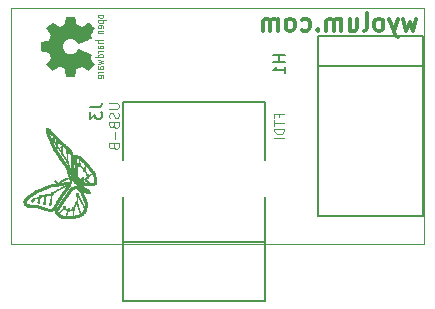
<source format=gbo>
G04 #@! TF.FileFunction,Legend,Bot*
%FSLAX46Y46*%
G04 Gerber Fmt 4.6, Leading zero omitted, Abs format (unit mm)*
G04 Created by KiCad (PCBNEW 0.201501310101+5397~21~ubuntu14.10.1-product) date Sunday 01 February 2015 07:02:42 PM IST*
%MOMM*%
G01*
G04 APERTURE LIST*
%ADD10C,0.100000*%
%ADD11C,0.300000*%
%ADD12C,0.075000*%
%ADD13C,0.002540*%
%ADD14C,0.150000*%
%ADD15C,1.100000*%
%ADD16C,6.500000*%
%ADD17C,1.800000*%
%ADD18C,1.397000*%
%ADD19R,1.700000X1.700000*%
%ADD20C,1.700000*%
%ADD21C,1.600000*%
%ADD22C,3.000000*%
G04 APERTURE END LIST*
D10*
D11*
X63821428Y-25428571D02*
X63535714Y-26428571D01*
X63250000Y-25714286D01*
X62964285Y-26428571D01*
X62678571Y-25428571D01*
X62249999Y-25428571D02*
X61892856Y-26428571D01*
X61535714Y-25428571D02*
X61892856Y-26428571D01*
X62035714Y-26785714D01*
X62107142Y-26857143D01*
X62249999Y-26928571D01*
X60749999Y-26428571D02*
X60892857Y-26357143D01*
X60964285Y-26285714D01*
X61035714Y-26142857D01*
X61035714Y-25714286D01*
X60964285Y-25571429D01*
X60892857Y-25500000D01*
X60749999Y-25428571D01*
X60535714Y-25428571D01*
X60392857Y-25500000D01*
X60321428Y-25571429D01*
X60249999Y-25714286D01*
X60249999Y-26142857D01*
X60321428Y-26285714D01*
X60392857Y-26357143D01*
X60535714Y-26428571D01*
X60749999Y-26428571D01*
X59392856Y-26428571D02*
X59535714Y-26357143D01*
X59607142Y-26214286D01*
X59607142Y-24928571D01*
X58178571Y-25428571D02*
X58178571Y-26428571D01*
X58821428Y-25428571D02*
X58821428Y-26214286D01*
X58750000Y-26357143D01*
X58607142Y-26428571D01*
X58392857Y-26428571D01*
X58250000Y-26357143D01*
X58178571Y-26285714D01*
X57464285Y-26428571D02*
X57464285Y-25428571D01*
X57464285Y-25571429D02*
X57392857Y-25500000D01*
X57249999Y-25428571D01*
X57035714Y-25428571D01*
X56892857Y-25500000D01*
X56821428Y-25642857D01*
X56821428Y-26428571D01*
X56821428Y-25642857D02*
X56749999Y-25500000D01*
X56607142Y-25428571D01*
X56392857Y-25428571D01*
X56249999Y-25500000D01*
X56178571Y-25642857D01*
X56178571Y-26428571D01*
X55464285Y-26285714D02*
X55392857Y-26357143D01*
X55464285Y-26428571D01*
X55535714Y-26357143D01*
X55464285Y-26285714D01*
X55464285Y-26428571D01*
X54107142Y-26357143D02*
X54249999Y-26428571D01*
X54535713Y-26428571D01*
X54678571Y-26357143D01*
X54749999Y-26285714D01*
X54821428Y-26142857D01*
X54821428Y-25714286D01*
X54749999Y-25571429D01*
X54678571Y-25500000D01*
X54535713Y-25428571D01*
X54249999Y-25428571D01*
X54107142Y-25500000D01*
X53249999Y-26428571D02*
X53392857Y-26357143D01*
X53464285Y-26285714D01*
X53535714Y-26142857D01*
X53535714Y-25714286D01*
X53464285Y-25571429D01*
X53392857Y-25500000D01*
X53249999Y-25428571D01*
X53035714Y-25428571D01*
X52892857Y-25500000D01*
X52821428Y-25571429D01*
X52749999Y-25714286D01*
X52749999Y-26142857D01*
X52821428Y-26285714D01*
X52892857Y-26357143D01*
X53035714Y-26428571D01*
X53249999Y-26428571D01*
X52107142Y-26428571D02*
X52107142Y-25428571D01*
X52107142Y-25571429D02*
X52035714Y-25500000D01*
X51892856Y-25428571D01*
X51678571Y-25428571D01*
X51535714Y-25500000D01*
X51464285Y-25642857D01*
X51464285Y-26428571D01*
X51464285Y-25642857D02*
X51392856Y-25500000D01*
X51249999Y-25428571D01*
X51035714Y-25428571D01*
X50892856Y-25500000D01*
X50821428Y-25642857D01*
X50821428Y-26428571D01*
D10*
X29500000Y-44500000D02*
X29500000Y-24500000D01*
X64500000Y-44500000D02*
X29500000Y-44500000D01*
X64500000Y-24500000D02*
X64500000Y-44500000D01*
X29500000Y-24500000D02*
X64500000Y-24500000D01*
D12*
X36870000Y-29910000D02*
X37330000Y-29910000D01*
X36870000Y-30000000D02*
X36870000Y-30050000D01*
X36900000Y-29950000D02*
X36870000Y-30000000D01*
X36920000Y-29930000D02*
X36900000Y-29950000D01*
X36990000Y-29910000D02*
X36920000Y-29930000D01*
X37330000Y-30350000D02*
X37300000Y-30400000D01*
X37330000Y-30250000D02*
X37330000Y-30350000D01*
X37300000Y-30210000D02*
X37330000Y-30250000D01*
X37230000Y-30190000D02*
X37300000Y-30210000D01*
X36960000Y-30190000D02*
X37230000Y-30190000D01*
X36900000Y-30220000D02*
X36960000Y-30190000D01*
X36870000Y-30260000D02*
X36900000Y-30220000D01*
X36870000Y-30360000D02*
X36870000Y-30260000D01*
X36910000Y-30400000D02*
X36870000Y-30360000D01*
X36980000Y-30420000D02*
X36910000Y-30400000D01*
X37100000Y-30420000D02*
X36980000Y-30420000D01*
X37100000Y-30420000D02*
X37100000Y-30190000D01*
X36960000Y-29670000D02*
X37330000Y-29670000D01*
X36900000Y-29640000D02*
X36960000Y-29670000D01*
X36870000Y-29600000D02*
X36900000Y-29640000D01*
X36870000Y-29500000D02*
X36870000Y-29600000D01*
X36900000Y-29450000D02*
X36870000Y-29500000D01*
X37060000Y-29510000D02*
X37090000Y-29460000D01*
X37060000Y-29630000D02*
X37060000Y-29510000D01*
X37030000Y-29670000D02*
X37060000Y-29630000D01*
X37330000Y-29620000D02*
X37290000Y-29670000D01*
X37330000Y-29500000D02*
X37330000Y-29620000D01*
X37290000Y-29450000D02*
X37330000Y-29500000D01*
X37230000Y-29430000D02*
X37290000Y-29450000D01*
X37160000Y-29430000D02*
X37230000Y-29430000D01*
X37090000Y-29460000D02*
X37160000Y-29430000D01*
X36870000Y-28880000D02*
X37330000Y-28980000D01*
X37330000Y-28980000D02*
X36990000Y-29070000D01*
X36990000Y-29070000D02*
X37330000Y-29170000D01*
X37330000Y-29170000D02*
X36870000Y-29270000D01*
X37300000Y-28690000D02*
X37330000Y-28650000D01*
X37330000Y-28650000D02*
X37330000Y-28540000D01*
X37330000Y-28540000D02*
X37300000Y-28500000D01*
X37300000Y-28500000D02*
X37270000Y-28480000D01*
X37270000Y-28480000D02*
X37200000Y-28450000D01*
X37200000Y-28450000D02*
X37000000Y-28450000D01*
X37000000Y-28450000D02*
X36930000Y-28480000D01*
X36930000Y-28480000D02*
X36900000Y-28500000D01*
X36900000Y-28500000D02*
X36860000Y-28560000D01*
X36860000Y-28560000D02*
X36860000Y-28630000D01*
X36860000Y-28630000D02*
X36900000Y-28690000D01*
X36630000Y-28690000D02*
X37330000Y-28690000D01*
X36990000Y-28170000D02*
X36920000Y-28190000D01*
X36920000Y-28190000D02*
X36900000Y-28210000D01*
X36900000Y-28210000D02*
X36870000Y-28260000D01*
X36870000Y-28260000D02*
X36870000Y-28310000D01*
X36870000Y-28170000D02*
X37330000Y-28170000D01*
X37090000Y-27720000D02*
X37160000Y-27690000D01*
X37160000Y-27690000D02*
X37230000Y-27690000D01*
X37230000Y-27690000D02*
X37290000Y-27710000D01*
X37290000Y-27710000D02*
X37330000Y-27760000D01*
X37330000Y-27760000D02*
X37330000Y-27880000D01*
X37330000Y-27880000D02*
X37290000Y-27930000D01*
X37030000Y-27930000D02*
X37060000Y-27890000D01*
X37060000Y-27890000D02*
X37060000Y-27770000D01*
X37060000Y-27770000D02*
X37090000Y-27720000D01*
X36900000Y-27710000D02*
X36870000Y-27760000D01*
X36870000Y-27760000D02*
X36870000Y-27860000D01*
X36870000Y-27860000D02*
X36900000Y-27900000D01*
X36900000Y-27900000D02*
X36960000Y-27930000D01*
X36960000Y-27930000D02*
X37330000Y-27930000D01*
X36940000Y-27260000D02*
X36900000Y-27280000D01*
X36900000Y-27280000D02*
X36870000Y-27330000D01*
X36870000Y-27330000D02*
X36870000Y-27410000D01*
X36870000Y-27410000D02*
X36900000Y-27450000D01*
X36900000Y-27450000D02*
X36960000Y-27470000D01*
X36960000Y-27470000D02*
X37330000Y-27470000D01*
X36630000Y-27260000D02*
X37330000Y-27260000D01*
X37100000Y-26210000D02*
X37100000Y-25980000D01*
X36930000Y-26430000D02*
X36900000Y-26450000D01*
X36900000Y-26450000D02*
X36870000Y-26490000D01*
X36870000Y-26490000D02*
X36870000Y-26580000D01*
X36870000Y-26580000D02*
X36900000Y-26620000D01*
X36900000Y-26620000D02*
X36960000Y-26640000D01*
X36960000Y-26640000D02*
X37330000Y-26640000D01*
X36870000Y-26430000D02*
X37330000Y-26430000D01*
X37100000Y-26210000D02*
X36980000Y-26210000D01*
X36980000Y-26210000D02*
X36910000Y-26190000D01*
X36910000Y-26190000D02*
X36870000Y-26150000D01*
X36870000Y-26150000D02*
X36870000Y-26050000D01*
X36870000Y-26050000D02*
X36900000Y-26010000D01*
X36900000Y-26010000D02*
X36960000Y-25980000D01*
X36960000Y-25980000D02*
X37230000Y-25980000D01*
X37230000Y-25980000D02*
X37300000Y-26000000D01*
X37300000Y-26000000D02*
X37330000Y-26040000D01*
X37330000Y-26040000D02*
X37330000Y-26140000D01*
X37330000Y-26140000D02*
X37300000Y-26190000D01*
X36900000Y-25550000D02*
X36870000Y-25590000D01*
X36870000Y-25590000D02*
X36870000Y-25690000D01*
X36870000Y-25690000D02*
X36900000Y-25730000D01*
X36900000Y-25730000D02*
X36930000Y-25760000D01*
X36930000Y-25760000D02*
X36990000Y-25780000D01*
X36990000Y-25780000D02*
X37210000Y-25780000D01*
X37210000Y-25780000D02*
X37270000Y-25760000D01*
X37270000Y-25760000D02*
X37300000Y-25740000D01*
X37300000Y-25740000D02*
X37330000Y-25700000D01*
X37330000Y-25700000D02*
X37330000Y-25600000D01*
X37330000Y-25600000D02*
X37300000Y-25550000D01*
X37570000Y-25550000D02*
X36870000Y-25550000D01*
X36870000Y-25240000D02*
X36870000Y-25160000D01*
X36870000Y-25160000D02*
X36900000Y-25120000D01*
X36900000Y-25120000D02*
X36930000Y-25100000D01*
X36930000Y-25100000D02*
X37000000Y-25070000D01*
X37330000Y-25160000D02*
X37330000Y-25240000D01*
X37330000Y-25240000D02*
X37300000Y-25290000D01*
X37300000Y-25290000D02*
X37270000Y-25310000D01*
X37270000Y-25310000D02*
X37200000Y-25330000D01*
X37200000Y-25330000D02*
X37000000Y-25330000D01*
X37000000Y-25330000D02*
X36940000Y-25310000D01*
X36940000Y-25310000D02*
X36910000Y-25290000D01*
X36910000Y-25290000D02*
X36870000Y-25240000D01*
X37000000Y-25070000D02*
X37200000Y-25070000D01*
X37200000Y-25070000D02*
X37260000Y-25090000D01*
X37260000Y-25090000D02*
X37290000Y-25110000D01*
X37290000Y-25110000D02*
X37330000Y-25160000D01*
D13*
G36*
X36495360Y-26236160D02*
X36480120Y-26261560D01*
X36444560Y-26319980D01*
X36388680Y-26403800D01*
X36322640Y-26502860D01*
X36256600Y-26601920D01*
X36203260Y-26683200D01*
X36165160Y-26739080D01*
X36152460Y-26764480D01*
X36157540Y-26777180D01*
X36180400Y-26822900D01*
X36215960Y-26891480D01*
X36236280Y-26932120D01*
X36261680Y-26993080D01*
X36269300Y-27026100D01*
X36259140Y-27031180D01*
X36210880Y-27054040D01*
X36129600Y-27089600D01*
X36020380Y-27135320D01*
X35893380Y-27191200D01*
X35758760Y-27247080D01*
X35619060Y-27305500D01*
X35484440Y-27361380D01*
X35365060Y-27409640D01*
X35268540Y-27450280D01*
X35199960Y-27475680D01*
X35172020Y-27485840D01*
X35164400Y-27483300D01*
X35133920Y-27450280D01*
X35093280Y-27396940D01*
X34996760Y-27277560D01*
X34851980Y-27160720D01*
X34686880Y-27089600D01*
X34501460Y-27066740D01*
X34331280Y-27087060D01*
X34168720Y-27153100D01*
X34021400Y-27267400D01*
X33912180Y-27407100D01*
X33843600Y-27569660D01*
X33820740Y-27750000D01*
X33841060Y-27922720D01*
X33907100Y-28090360D01*
X34018860Y-28237680D01*
X34089980Y-28301180D01*
X34239840Y-28387540D01*
X34397320Y-28435800D01*
X34437960Y-28440880D01*
X34613220Y-28433260D01*
X34783400Y-28382460D01*
X34933260Y-28288480D01*
X35057720Y-28158940D01*
X35067880Y-28143700D01*
X35113600Y-28085280D01*
X35144080Y-28044640D01*
X35169480Y-28014160D01*
X35707960Y-28237680D01*
X35791780Y-28273240D01*
X35939100Y-28334200D01*
X36066100Y-28387540D01*
X36167700Y-28430720D01*
X36233740Y-28461200D01*
X36261680Y-28473900D01*
X36264220Y-28473900D01*
X36266760Y-28494220D01*
X36251520Y-28534860D01*
X36215960Y-28611060D01*
X36190560Y-28659320D01*
X36162620Y-28717740D01*
X36152460Y-28743140D01*
X36165160Y-28766000D01*
X36200720Y-28819340D01*
X36254060Y-28900620D01*
X36317560Y-28997140D01*
X36381060Y-29088580D01*
X36436940Y-29172400D01*
X36475040Y-29233360D01*
X36492820Y-29263840D01*
X36492820Y-29268920D01*
X36477580Y-29294320D01*
X36436940Y-29342580D01*
X36368360Y-29416240D01*
X36264220Y-29520380D01*
X36248980Y-29535620D01*
X36162620Y-29621980D01*
X36088960Y-29690560D01*
X36038160Y-29736280D01*
X36015300Y-29754060D01*
X36015300Y-29754060D01*
X35984820Y-29738820D01*
X35923860Y-29700720D01*
X35837500Y-29644840D01*
X35738440Y-29576260D01*
X35479360Y-29398460D01*
X35235520Y-29494980D01*
X35159320Y-29525460D01*
X35070420Y-29563560D01*
X35004380Y-29591500D01*
X34976440Y-29606740D01*
X34966280Y-29632140D01*
X34951040Y-29700720D01*
X34930720Y-29797240D01*
X34910400Y-29911540D01*
X34890080Y-30023300D01*
X34869760Y-30122360D01*
X34857060Y-30193480D01*
X34849440Y-30226500D01*
X34844360Y-30234120D01*
X34829120Y-30241740D01*
X34796100Y-30244280D01*
X34735140Y-30246820D01*
X34641160Y-30249360D01*
X34501460Y-30249360D01*
X34486220Y-30249360D01*
X34356680Y-30246820D01*
X34250000Y-30244280D01*
X34183960Y-30241740D01*
X34156020Y-30236660D01*
X34156020Y-30236660D01*
X34148400Y-30206180D01*
X34133160Y-30135060D01*
X34115380Y-30036000D01*
X34092520Y-29916620D01*
X34089980Y-29909000D01*
X34067120Y-29792160D01*
X34046800Y-29693100D01*
X34031560Y-29621980D01*
X34021400Y-29594040D01*
X34013780Y-29586420D01*
X33968060Y-29563560D01*
X33894400Y-29530540D01*
X33805500Y-29489900D01*
X33711520Y-29451800D01*
X33627700Y-29418780D01*
X33566740Y-29395920D01*
X33538800Y-29388300D01*
X33536260Y-29390840D01*
X33508320Y-29408620D01*
X33447360Y-29449260D01*
X33363540Y-29505140D01*
X33261940Y-29573720D01*
X33254320Y-29578800D01*
X33155260Y-29647380D01*
X33068900Y-29703260D01*
X33010480Y-29738820D01*
X32982540Y-29754060D01*
X32980000Y-29754060D01*
X32949520Y-29731200D01*
X32893640Y-29680400D01*
X32817440Y-29606740D01*
X32728540Y-29520380D01*
X32703140Y-29492440D01*
X32606620Y-29393380D01*
X32545660Y-29327340D01*
X32512640Y-29284160D01*
X32505020Y-29263840D01*
X32505020Y-29263840D01*
X32522800Y-29233360D01*
X32563440Y-29169860D01*
X32621860Y-29086040D01*
X32690440Y-28984440D01*
X32695520Y-28976820D01*
X32764100Y-28877760D01*
X32819980Y-28793940D01*
X32860620Y-28735520D01*
X32875860Y-28707580D01*
X32875860Y-28705040D01*
X32863160Y-28664400D01*
X32837760Y-28593280D01*
X32804740Y-28504380D01*
X32766640Y-28412940D01*
X32731080Y-28329120D01*
X32703140Y-28265620D01*
X32685360Y-28235140D01*
X32685360Y-28235140D01*
X32649800Y-28224980D01*
X32573600Y-28207200D01*
X32472000Y-28186880D01*
X32350080Y-28161480D01*
X32329760Y-28158940D01*
X32210380Y-28136080D01*
X32111320Y-28118300D01*
X32042740Y-28103060D01*
X32014800Y-28095440D01*
X32012260Y-28080200D01*
X32007180Y-28021780D01*
X32004640Y-27932880D01*
X32004640Y-27823660D01*
X32004640Y-27711900D01*
X32007180Y-27602680D01*
X32009720Y-27508700D01*
X32014800Y-27440120D01*
X32019880Y-27412180D01*
X32022420Y-27412180D01*
X32060520Y-27402020D01*
X32134180Y-27384240D01*
X32238320Y-27363920D01*
X32360240Y-27341060D01*
X32383100Y-27335980D01*
X32499940Y-27313120D01*
X32599000Y-27292800D01*
X32665040Y-27280100D01*
X32692980Y-27272480D01*
X32698060Y-27259780D01*
X32718380Y-27211520D01*
X32751400Y-27132780D01*
X32792040Y-27033720D01*
X32883480Y-26805120D01*
X32692980Y-26523180D01*
X32675200Y-26497780D01*
X32606620Y-26396180D01*
X32550740Y-26314900D01*
X32512640Y-26256480D01*
X32499940Y-26233620D01*
X32499940Y-26231080D01*
X32525340Y-26203140D01*
X32578680Y-26147260D01*
X32652340Y-26071060D01*
X32738700Y-25982160D01*
X32804740Y-25918660D01*
X32883480Y-25839920D01*
X32936820Y-25791660D01*
X32969840Y-25763720D01*
X32990160Y-25756100D01*
X33005400Y-25758640D01*
X33033340Y-25776420D01*
X33094300Y-25817060D01*
X33180660Y-25875480D01*
X33279720Y-25944060D01*
X33363540Y-25999940D01*
X33457520Y-26060900D01*
X33523560Y-26099000D01*
X33556580Y-26114240D01*
X33569280Y-26109160D01*
X33625160Y-26091380D01*
X33708980Y-26055820D01*
X33808040Y-26015180D01*
X34029020Y-25916120D01*
X34056960Y-25771340D01*
X34074740Y-25682440D01*
X34097600Y-25560520D01*
X34120460Y-25441140D01*
X34156020Y-25258260D01*
X34831660Y-25250640D01*
X34844360Y-25278580D01*
X34851980Y-25306520D01*
X34867220Y-25375100D01*
X34887540Y-25471620D01*
X34907860Y-25588460D01*
X34925640Y-25684980D01*
X34945960Y-25784040D01*
X34958660Y-25855160D01*
X34966280Y-25885640D01*
X34976440Y-25895800D01*
X35024700Y-25918660D01*
X35100900Y-25954220D01*
X35192340Y-25994860D01*
X35286320Y-26032960D01*
X35375220Y-26068520D01*
X35441260Y-26091380D01*
X35474280Y-26101540D01*
X35502220Y-26088840D01*
X35560640Y-26050740D01*
X35641920Y-25997400D01*
X35740980Y-25928820D01*
X35837500Y-25862780D01*
X35921320Y-25804360D01*
X35982280Y-25766260D01*
X36010220Y-25748480D01*
X36028000Y-25758640D01*
X36076260Y-25796740D01*
X36152460Y-25870400D01*
X36261680Y-25982160D01*
X36279460Y-25999940D01*
X36363280Y-26086300D01*
X36431860Y-26159960D01*
X36477580Y-26213300D01*
X36495360Y-26236160D01*
X36495360Y-26236160D01*
G37*
X36495360Y-26236160D02*
X36480120Y-26261560D01*
X36444560Y-26319980D01*
X36388680Y-26403800D01*
X36322640Y-26502860D01*
X36256600Y-26601920D01*
X36203260Y-26683200D01*
X36165160Y-26739080D01*
X36152460Y-26764480D01*
X36157540Y-26777180D01*
X36180400Y-26822900D01*
X36215960Y-26891480D01*
X36236280Y-26932120D01*
X36261680Y-26993080D01*
X36269300Y-27026100D01*
X36259140Y-27031180D01*
X36210880Y-27054040D01*
X36129600Y-27089600D01*
X36020380Y-27135320D01*
X35893380Y-27191200D01*
X35758760Y-27247080D01*
X35619060Y-27305500D01*
X35484440Y-27361380D01*
X35365060Y-27409640D01*
X35268540Y-27450280D01*
X35199960Y-27475680D01*
X35172020Y-27485840D01*
X35164400Y-27483300D01*
X35133920Y-27450280D01*
X35093280Y-27396940D01*
X34996760Y-27277560D01*
X34851980Y-27160720D01*
X34686880Y-27089600D01*
X34501460Y-27066740D01*
X34331280Y-27087060D01*
X34168720Y-27153100D01*
X34021400Y-27267400D01*
X33912180Y-27407100D01*
X33843600Y-27569660D01*
X33820740Y-27750000D01*
X33841060Y-27922720D01*
X33907100Y-28090360D01*
X34018860Y-28237680D01*
X34089980Y-28301180D01*
X34239840Y-28387540D01*
X34397320Y-28435800D01*
X34437960Y-28440880D01*
X34613220Y-28433260D01*
X34783400Y-28382460D01*
X34933260Y-28288480D01*
X35057720Y-28158940D01*
X35067880Y-28143700D01*
X35113600Y-28085280D01*
X35144080Y-28044640D01*
X35169480Y-28014160D01*
X35707960Y-28237680D01*
X35791780Y-28273240D01*
X35939100Y-28334200D01*
X36066100Y-28387540D01*
X36167700Y-28430720D01*
X36233740Y-28461200D01*
X36261680Y-28473900D01*
X36264220Y-28473900D01*
X36266760Y-28494220D01*
X36251520Y-28534860D01*
X36215960Y-28611060D01*
X36190560Y-28659320D01*
X36162620Y-28717740D01*
X36152460Y-28743140D01*
X36165160Y-28766000D01*
X36200720Y-28819340D01*
X36254060Y-28900620D01*
X36317560Y-28997140D01*
X36381060Y-29088580D01*
X36436940Y-29172400D01*
X36475040Y-29233360D01*
X36492820Y-29263840D01*
X36492820Y-29268920D01*
X36477580Y-29294320D01*
X36436940Y-29342580D01*
X36368360Y-29416240D01*
X36264220Y-29520380D01*
X36248980Y-29535620D01*
X36162620Y-29621980D01*
X36088960Y-29690560D01*
X36038160Y-29736280D01*
X36015300Y-29754060D01*
X36015300Y-29754060D01*
X35984820Y-29738820D01*
X35923860Y-29700720D01*
X35837500Y-29644840D01*
X35738440Y-29576260D01*
X35479360Y-29398460D01*
X35235520Y-29494980D01*
X35159320Y-29525460D01*
X35070420Y-29563560D01*
X35004380Y-29591500D01*
X34976440Y-29606740D01*
X34966280Y-29632140D01*
X34951040Y-29700720D01*
X34930720Y-29797240D01*
X34910400Y-29911540D01*
X34890080Y-30023300D01*
X34869760Y-30122360D01*
X34857060Y-30193480D01*
X34849440Y-30226500D01*
X34844360Y-30234120D01*
X34829120Y-30241740D01*
X34796100Y-30244280D01*
X34735140Y-30246820D01*
X34641160Y-30249360D01*
X34501460Y-30249360D01*
X34486220Y-30249360D01*
X34356680Y-30246820D01*
X34250000Y-30244280D01*
X34183960Y-30241740D01*
X34156020Y-30236660D01*
X34156020Y-30236660D01*
X34148400Y-30206180D01*
X34133160Y-30135060D01*
X34115380Y-30036000D01*
X34092520Y-29916620D01*
X34089980Y-29909000D01*
X34067120Y-29792160D01*
X34046800Y-29693100D01*
X34031560Y-29621980D01*
X34021400Y-29594040D01*
X34013780Y-29586420D01*
X33968060Y-29563560D01*
X33894400Y-29530540D01*
X33805500Y-29489900D01*
X33711520Y-29451800D01*
X33627700Y-29418780D01*
X33566740Y-29395920D01*
X33538800Y-29388300D01*
X33536260Y-29390840D01*
X33508320Y-29408620D01*
X33447360Y-29449260D01*
X33363540Y-29505140D01*
X33261940Y-29573720D01*
X33254320Y-29578800D01*
X33155260Y-29647380D01*
X33068900Y-29703260D01*
X33010480Y-29738820D01*
X32982540Y-29754060D01*
X32980000Y-29754060D01*
X32949520Y-29731200D01*
X32893640Y-29680400D01*
X32817440Y-29606740D01*
X32728540Y-29520380D01*
X32703140Y-29492440D01*
X32606620Y-29393380D01*
X32545660Y-29327340D01*
X32512640Y-29284160D01*
X32505020Y-29263840D01*
X32505020Y-29263840D01*
X32522800Y-29233360D01*
X32563440Y-29169860D01*
X32621860Y-29086040D01*
X32690440Y-28984440D01*
X32695520Y-28976820D01*
X32764100Y-28877760D01*
X32819980Y-28793940D01*
X32860620Y-28735520D01*
X32875860Y-28707580D01*
X32875860Y-28705040D01*
X32863160Y-28664400D01*
X32837760Y-28593280D01*
X32804740Y-28504380D01*
X32766640Y-28412940D01*
X32731080Y-28329120D01*
X32703140Y-28265620D01*
X32685360Y-28235140D01*
X32685360Y-28235140D01*
X32649800Y-28224980D01*
X32573600Y-28207200D01*
X32472000Y-28186880D01*
X32350080Y-28161480D01*
X32329760Y-28158940D01*
X32210380Y-28136080D01*
X32111320Y-28118300D01*
X32042740Y-28103060D01*
X32014800Y-28095440D01*
X32012260Y-28080200D01*
X32007180Y-28021780D01*
X32004640Y-27932880D01*
X32004640Y-27823660D01*
X32004640Y-27711900D01*
X32007180Y-27602680D01*
X32009720Y-27508700D01*
X32014800Y-27440120D01*
X32019880Y-27412180D01*
X32022420Y-27412180D01*
X32060520Y-27402020D01*
X32134180Y-27384240D01*
X32238320Y-27363920D01*
X32360240Y-27341060D01*
X32383100Y-27335980D01*
X32499940Y-27313120D01*
X32599000Y-27292800D01*
X32665040Y-27280100D01*
X32692980Y-27272480D01*
X32698060Y-27259780D01*
X32718380Y-27211520D01*
X32751400Y-27132780D01*
X32792040Y-27033720D01*
X32883480Y-26805120D01*
X32692980Y-26523180D01*
X32675200Y-26497780D01*
X32606620Y-26396180D01*
X32550740Y-26314900D01*
X32512640Y-26256480D01*
X32499940Y-26233620D01*
X32499940Y-26231080D01*
X32525340Y-26203140D01*
X32578680Y-26147260D01*
X32652340Y-26071060D01*
X32738700Y-25982160D01*
X32804740Y-25918660D01*
X32883480Y-25839920D01*
X32936820Y-25791660D01*
X32969840Y-25763720D01*
X32990160Y-25756100D01*
X33005400Y-25758640D01*
X33033340Y-25776420D01*
X33094300Y-25817060D01*
X33180660Y-25875480D01*
X33279720Y-25944060D01*
X33363540Y-25999940D01*
X33457520Y-26060900D01*
X33523560Y-26099000D01*
X33556580Y-26114240D01*
X33569280Y-26109160D01*
X33625160Y-26091380D01*
X33708980Y-26055820D01*
X33808040Y-26015180D01*
X34029020Y-25916120D01*
X34056960Y-25771340D01*
X34074740Y-25682440D01*
X34097600Y-25560520D01*
X34120460Y-25441140D01*
X34156020Y-25258260D01*
X34831660Y-25250640D01*
X34844360Y-25278580D01*
X34851980Y-25306520D01*
X34867220Y-25375100D01*
X34887540Y-25471620D01*
X34907860Y-25588460D01*
X34925640Y-25684980D01*
X34945960Y-25784040D01*
X34958660Y-25855160D01*
X34966280Y-25885640D01*
X34976440Y-25895800D01*
X35024700Y-25918660D01*
X35100900Y-25954220D01*
X35192340Y-25994860D01*
X35286320Y-26032960D01*
X35375220Y-26068520D01*
X35441260Y-26091380D01*
X35474280Y-26101540D01*
X35502220Y-26088840D01*
X35560640Y-26050740D01*
X35641920Y-25997400D01*
X35740980Y-25928820D01*
X35837500Y-25862780D01*
X35921320Y-25804360D01*
X35982280Y-25766260D01*
X36010220Y-25748480D01*
X36028000Y-25758640D01*
X36076260Y-25796740D01*
X36152460Y-25870400D01*
X36261680Y-25982160D01*
X36279460Y-25999940D01*
X36363280Y-26086300D01*
X36431860Y-26159960D01*
X36477580Y-26213300D01*
X36495360Y-26236160D01*
G36*
X30558800Y-40840600D02*
X30558800Y-40866000D01*
X30584200Y-40866000D01*
X30584200Y-40840600D01*
X30558800Y-40840600D01*
X30558800Y-40840600D01*
G37*
X30558800Y-40840600D02*
X30558800Y-40866000D01*
X30584200Y-40866000D01*
X30584200Y-40840600D01*
X30558800Y-40840600D01*
G36*
X30558800Y-40866000D02*
X30558800Y-40891400D01*
X30584200Y-40891400D01*
X30584200Y-40866000D01*
X30558800Y-40866000D01*
X30558800Y-40866000D01*
G37*
X30558800Y-40866000D02*
X30558800Y-40891400D01*
X30584200Y-40891400D01*
X30584200Y-40866000D01*
X30558800Y-40866000D01*
G36*
X30558800Y-40891400D02*
X30558800Y-40916800D01*
X30584200Y-40916800D01*
X30584200Y-40891400D01*
X30558800Y-40891400D01*
X30558800Y-40891400D01*
G37*
X30558800Y-40891400D02*
X30558800Y-40916800D01*
X30584200Y-40916800D01*
X30584200Y-40891400D01*
X30558800Y-40891400D01*
G36*
X30558800Y-40916800D02*
X30558800Y-40942200D01*
X30584200Y-40942200D01*
X30584200Y-40916800D01*
X30558800Y-40916800D01*
X30558800Y-40916800D01*
G37*
X30558800Y-40916800D02*
X30558800Y-40942200D01*
X30584200Y-40942200D01*
X30584200Y-40916800D01*
X30558800Y-40916800D01*
G36*
X30558800Y-40942200D02*
X30558800Y-40967600D01*
X30584200Y-40967600D01*
X30584200Y-40942200D01*
X30558800Y-40942200D01*
X30558800Y-40942200D01*
G37*
X30558800Y-40942200D02*
X30558800Y-40967600D01*
X30584200Y-40967600D01*
X30584200Y-40942200D01*
X30558800Y-40942200D01*
G36*
X30584200Y-40815200D02*
X30584200Y-40840600D01*
X30609600Y-40840600D01*
X30609600Y-40815200D01*
X30584200Y-40815200D01*
X30584200Y-40815200D01*
G37*
X30584200Y-40815200D02*
X30584200Y-40840600D01*
X30609600Y-40840600D01*
X30609600Y-40815200D01*
X30584200Y-40815200D01*
G36*
X30584200Y-40840600D02*
X30584200Y-40866000D01*
X30609600Y-40866000D01*
X30609600Y-40840600D01*
X30584200Y-40840600D01*
X30584200Y-40840600D01*
G37*
X30584200Y-40840600D02*
X30584200Y-40866000D01*
X30609600Y-40866000D01*
X30609600Y-40840600D01*
X30584200Y-40840600D01*
G36*
X30584200Y-40866000D02*
X30584200Y-40891400D01*
X30609600Y-40891400D01*
X30609600Y-40866000D01*
X30584200Y-40866000D01*
X30584200Y-40866000D01*
G37*
X30584200Y-40866000D02*
X30584200Y-40891400D01*
X30609600Y-40891400D01*
X30609600Y-40866000D01*
X30584200Y-40866000D01*
G36*
X30584200Y-40891400D02*
X30584200Y-40916800D01*
X30609600Y-40916800D01*
X30609600Y-40891400D01*
X30584200Y-40891400D01*
X30584200Y-40891400D01*
G37*
X30584200Y-40891400D02*
X30584200Y-40916800D01*
X30609600Y-40916800D01*
X30609600Y-40891400D01*
X30584200Y-40891400D01*
G36*
X30584200Y-40916800D02*
X30584200Y-40942200D01*
X30609600Y-40942200D01*
X30609600Y-40916800D01*
X30584200Y-40916800D01*
X30584200Y-40916800D01*
G37*
X30584200Y-40916800D02*
X30584200Y-40942200D01*
X30609600Y-40942200D01*
X30609600Y-40916800D01*
X30584200Y-40916800D01*
G36*
X30584200Y-40942200D02*
X30584200Y-40967600D01*
X30609600Y-40967600D01*
X30609600Y-40942200D01*
X30584200Y-40942200D01*
X30584200Y-40942200D01*
G37*
X30584200Y-40942200D02*
X30584200Y-40967600D01*
X30609600Y-40967600D01*
X30609600Y-40942200D01*
X30584200Y-40942200D01*
G36*
X30584200Y-40967600D02*
X30584200Y-40993000D01*
X30609600Y-40993000D01*
X30609600Y-40967600D01*
X30584200Y-40967600D01*
X30584200Y-40967600D01*
G37*
X30584200Y-40967600D02*
X30584200Y-40993000D01*
X30609600Y-40993000D01*
X30609600Y-40967600D01*
X30584200Y-40967600D01*
G36*
X30584200Y-40993000D02*
X30584200Y-41018400D01*
X30609600Y-41018400D01*
X30609600Y-40993000D01*
X30584200Y-40993000D01*
X30584200Y-40993000D01*
G37*
X30584200Y-40993000D02*
X30584200Y-41018400D01*
X30609600Y-41018400D01*
X30609600Y-40993000D01*
X30584200Y-40993000D01*
G36*
X30584200Y-41018400D02*
X30584200Y-41043800D01*
X30609600Y-41043800D01*
X30609600Y-41018400D01*
X30584200Y-41018400D01*
X30584200Y-41018400D01*
G37*
X30584200Y-41018400D02*
X30584200Y-41043800D01*
X30609600Y-41043800D01*
X30609600Y-41018400D01*
X30584200Y-41018400D01*
G36*
X30584200Y-41043800D02*
X30584200Y-41069200D01*
X30609600Y-41069200D01*
X30609600Y-41043800D01*
X30584200Y-41043800D01*
X30584200Y-41043800D01*
G37*
X30584200Y-41043800D02*
X30584200Y-41069200D01*
X30609600Y-41069200D01*
X30609600Y-41043800D01*
X30584200Y-41043800D01*
G36*
X30609600Y-40764400D02*
X30609600Y-40789800D01*
X30635000Y-40789800D01*
X30635000Y-40764400D01*
X30609600Y-40764400D01*
X30609600Y-40764400D01*
G37*
X30609600Y-40764400D02*
X30609600Y-40789800D01*
X30635000Y-40789800D01*
X30635000Y-40764400D01*
X30609600Y-40764400D01*
G36*
X30609600Y-40789800D02*
X30609600Y-40815200D01*
X30635000Y-40815200D01*
X30635000Y-40789800D01*
X30609600Y-40789800D01*
X30609600Y-40789800D01*
G37*
X30609600Y-40789800D02*
X30609600Y-40815200D01*
X30635000Y-40815200D01*
X30635000Y-40789800D01*
X30609600Y-40789800D01*
G36*
X30609600Y-40815200D02*
X30609600Y-40840600D01*
X30635000Y-40840600D01*
X30635000Y-40815200D01*
X30609600Y-40815200D01*
X30609600Y-40815200D01*
G37*
X30609600Y-40815200D02*
X30609600Y-40840600D01*
X30635000Y-40840600D01*
X30635000Y-40815200D01*
X30609600Y-40815200D01*
G36*
X30609600Y-40840600D02*
X30609600Y-40866000D01*
X30635000Y-40866000D01*
X30635000Y-40840600D01*
X30609600Y-40840600D01*
X30609600Y-40840600D01*
G37*
X30609600Y-40840600D02*
X30609600Y-40866000D01*
X30635000Y-40866000D01*
X30635000Y-40840600D01*
X30609600Y-40840600D01*
G36*
X30609600Y-40866000D02*
X30609600Y-40891400D01*
X30635000Y-40891400D01*
X30635000Y-40866000D01*
X30609600Y-40866000D01*
X30609600Y-40866000D01*
G37*
X30609600Y-40866000D02*
X30609600Y-40891400D01*
X30635000Y-40891400D01*
X30635000Y-40866000D01*
X30609600Y-40866000D01*
G36*
X30609600Y-40891400D02*
X30609600Y-40916800D01*
X30635000Y-40916800D01*
X30635000Y-40891400D01*
X30609600Y-40891400D01*
X30609600Y-40891400D01*
G37*
X30609600Y-40891400D02*
X30609600Y-40916800D01*
X30635000Y-40916800D01*
X30635000Y-40891400D01*
X30609600Y-40891400D01*
G36*
X30609600Y-40916800D02*
X30609600Y-40942200D01*
X30635000Y-40942200D01*
X30635000Y-40916800D01*
X30609600Y-40916800D01*
X30609600Y-40916800D01*
G37*
X30609600Y-40916800D02*
X30609600Y-40942200D01*
X30635000Y-40942200D01*
X30635000Y-40916800D01*
X30609600Y-40916800D01*
G36*
X30609600Y-40942200D02*
X30609600Y-40967600D01*
X30635000Y-40967600D01*
X30635000Y-40942200D01*
X30609600Y-40942200D01*
X30609600Y-40942200D01*
G37*
X30609600Y-40942200D02*
X30609600Y-40967600D01*
X30635000Y-40967600D01*
X30635000Y-40942200D01*
X30609600Y-40942200D01*
G36*
X30609600Y-40967600D02*
X30609600Y-40993000D01*
X30635000Y-40993000D01*
X30635000Y-40967600D01*
X30609600Y-40967600D01*
X30609600Y-40967600D01*
G37*
X30609600Y-40967600D02*
X30609600Y-40993000D01*
X30635000Y-40993000D01*
X30635000Y-40967600D01*
X30609600Y-40967600D01*
G36*
X30609600Y-40993000D02*
X30609600Y-41018400D01*
X30635000Y-41018400D01*
X30635000Y-40993000D01*
X30609600Y-40993000D01*
X30609600Y-40993000D01*
G37*
X30609600Y-40993000D02*
X30609600Y-41018400D01*
X30635000Y-41018400D01*
X30635000Y-40993000D01*
X30609600Y-40993000D01*
G36*
X30609600Y-41018400D02*
X30609600Y-41043800D01*
X30635000Y-41043800D01*
X30635000Y-41018400D01*
X30609600Y-41018400D01*
X30609600Y-41018400D01*
G37*
X30609600Y-41018400D02*
X30609600Y-41043800D01*
X30635000Y-41043800D01*
X30635000Y-41018400D01*
X30609600Y-41018400D01*
G36*
X30609600Y-41043800D02*
X30609600Y-41069200D01*
X30635000Y-41069200D01*
X30635000Y-41043800D01*
X30609600Y-41043800D01*
X30609600Y-41043800D01*
G37*
X30609600Y-41043800D02*
X30609600Y-41069200D01*
X30635000Y-41069200D01*
X30635000Y-41043800D01*
X30609600Y-41043800D01*
G36*
X30609600Y-41069200D02*
X30609600Y-41094600D01*
X30635000Y-41094600D01*
X30635000Y-41069200D01*
X30609600Y-41069200D01*
X30609600Y-41069200D01*
G37*
X30609600Y-41069200D02*
X30609600Y-41094600D01*
X30635000Y-41094600D01*
X30635000Y-41069200D01*
X30609600Y-41069200D01*
G36*
X30609600Y-41094600D02*
X30609600Y-41120000D01*
X30635000Y-41120000D01*
X30635000Y-41094600D01*
X30609600Y-41094600D01*
X30609600Y-41094600D01*
G37*
X30609600Y-41094600D02*
X30609600Y-41120000D01*
X30635000Y-41120000D01*
X30635000Y-41094600D01*
X30609600Y-41094600D01*
G36*
X30609600Y-41120000D02*
X30609600Y-41145400D01*
X30635000Y-41145400D01*
X30635000Y-41120000D01*
X30609600Y-41120000D01*
X30609600Y-41120000D01*
G37*
X30609600Y-41120000D02*
X30609600Y-41145400D01*
X30635000Y-41145400D01*
X30635000Y-41120000D01*
X30609600Y-41120000D01*
G36*
X30635000Y-40713600D02*
X30635000Y-40739000D01*
X30660400Y-40739000D01*
X30660400Y-40713600D01*
X30635000Y-40713600D01*
X30635000Y-40713600D01*
G37*
X30635000Y-40713600D02*
X30635000Y-40739000D01*
X30660400Y-40739000D01*
X30660400Y-40713600D01*
X30635000Y-40713600D01*
G36*
X30635000Y-40739000D02*
X30635000Y-40764400D01*
X30660400Y-40764400D01*
X30660400Y-40739000D01*
X30635000Y-40739000D01*
X30635000Y-40739000D01*
G37*
X30635000Y-40739000D02*
X30635000Y-40764400D01*
X30660400Y-40764400D01*
X30660400Y-40739000D01*
X30635000Y-40739000D01*
G36*
X30635000Y-40764400D02*
X30635000Y-40789800D01*
X30660400Y-40789800D01*
X30660400Y-40764400D01*
X30635000Y-40764400D01*
X30635000Y-40764400D01*
G37*
X30635000Y-40764400D02*
X30635000Y-40789800D01*
X30660400Y-40789800D01*
X30660400Y-40764400D01*
X30635000Y-40764400D01*
G36*
X30635000Y-40789800D02*
X30635000Y-40815200D01*
X30660400Y-40815200D01*
X30660400Y-40789800D01*
X30635000Y-40789800D01*
X30635000Y-40789800D01*
G37*
X30635000Y-40789800D02*
X30635000Y-40815200D01*
X30660400Y-40815200D01*
X30660400Y-40789800D01*
X30635000Y-40789800D01*
G36*
X30635000Y-40815200D02*
X30635000Y-40840600D01*
X30660400Y-40840600D01*
X30660400Y-40815200D01*
X30635000Y-40815200D01*
X30635000Y-40815200D01*
G37*
X30635000Y-40815200D02*
X30635000Y-40840600D01*
X30660400Y-40840600D01*
X30660400Y-40815200D01*
X30635000Y-40815200D01*
G36*
X30635000Y-40840600D02*
X30635000Y-40866000D01*
X30660400Y-40866000D01*
X30660400Y-40840600D01*
X30635000Y-40840600D01*
X30635000Y-40840600D01*
G37*
X30635000Y-40840600D02*
X30635000Y-40866000D01*
X30660400Y-40866000D01*
X30660400Y-40840600D01*
X30635000Y-40840600D01*
G36*
X30635000Y-40866000D02*
X30635000Y-40891400D01*
X30660400Y-40891400D01*
X30660400Y-40866000D01*
X30635000Y-40866000D01*
X30635000Y-40866000D01*
G37*
X30635000Y-40866000D02*
X30635000Y-40891400D01*
X30660400Y-40891400D01*
X30660400Y-40866000D01*
X30635000Y-40866000D01*
G36*
X30635000Y-40891400D02*
X30635000Y-40916800D01*
X30660400Y-40916800D01*
X30660400Y-40891400D01*
X30635000Y-40891400D01*
X30635000Y-40891400D01*
G37*
X30635000Y-40891400D02*
X30635000Y-40916800D01*
X30660400Y-40916800D01*
X30660400Y-40891400D01*
X30635000Y-40891400D01*
G36*
X30635000Y-40916800D02*
X30635000Y-40942200D01*
X30660400Y-40942200D01*
X30660400Y-40916800D01*
X30635000Y-40916800D01*
X30635000Y-40916800D01*
G37*
X30635000Y-40916800D02*
X30635000Y-40942200D01*
X30660400Y-40942200D01*
X30660400Y-40916800D01*
X30635000Y-40916800D01*
G36*
X30635000Y-40942200D02*
X30635000Y-40967600D01*
X30660400Y-40967600D01*
X30660400Y-40942200D01*
X30635000Y-40942200D01*
X30635000Y-40942200D01*
G37*
X30635000Y-40942200D02*
X30635000Y-40967600D01*
X30660400Y-40967600D01*
X30660400Y-40942200D01*
X30635000Y-40942200D01*
G36*
X30635000Y-40967600D02*
X30635000Y-40993000D01*
X30660400Y-40993000D01*
X30660400Y-40967600D01*
X30635000Y-40967600D01*
X30635000Y-40967600D01*
G37*
X30635000Y-40967600D02*
X30635000Y-40993000D01*
X30660400Y-40993000D01*
X30660400Y-40967600D01*
X30635000Y-40967600D01*
G36*
X30635000Y-40993000D02*
X30635000Y-41018400D01*
X30660400Y-41018400D01*
X30660400Y-40993000D01*
X30635000Y-40993000D01*
X30635000Y-40993000D01*
G37*
X30635000Y-40993000D02*
X30635000Y-41018400D01*
X30660400Y-41018400D01*
X30660400Y-40993000D01*
X30635000Y-40993000D01*
G36*
X30635000Y-41018400D02*
X30635000Y-41043800D01*
X30660400Y-41043800D01*
X30660400Y-41018400D01*
X30635000Y-41018400D01*
X30635000Y-41018400D01*
G37*
X30635000Y-41018400D02*
X30635000Y-41043800D01*
X30660400Y-41043800D01*
X30660400Y-41018400D01*
X30635000Y-41018400D01*
G36*
X30635000Y-41043800D02*
X30635000Y-41069200D01*
X30660400Y-41069200D01*
X30660400Y-41043800D01*
X30635000Y-41043800D01*
X30635000Y-41043800D01*
G37*
X30635000Y-41043800D02*
X30635000Y-41069200D01*
X30660400Y-41069200D01*
X30660400Y-41043800D01*
X30635000Y-41043800D01*
G36*
X30635000Y-41069200D02*
X30635000Y-41094600D01*
X30660400Y-41094600D01*
X30660400Y-41069200D01*
X30635000Y-41069200D01*
X30635000Y-41069200D01*
G37*
X30635000Y-41069200D02*
X30635000Y-41094600D01*
X30660400Y-41094600D01*
X30660400Y-41069200D01*
X30635000Y-41069200D01*
G36*
X30635000Y-41094600D02*
X30635000Y-41120000D01*
X30660400Y-41120000D01*
X30660400Y-41094600D01*
X30635000Y-41094600D01*
X30635000Y-41094600D01*
G37*
X30635000Y-41094600D02*
X30635000Y-41120000D01*
X30660400Y-41120000D01*
X30660400Y-41094600D01*
X30635000Y-41094600D01*
G36*
X30635000Y-41120000D02*
X30635000Y-41145400D01*
X30660400Y-41145400D01*
X30660400Y-41120000D01*
X30635000Y-41120000D01*
X30635000Y-41120000D01*
G37*
X30635000Y-41120000D02*
X30635000Y-41145400D01*
X30660400Y-41145400D01*
X30660400Y-41120000D01*
X30635000Y-41120000D01*
G36*
X30635000Y-41145400D02*
X30635000Y-41170800D01*
X30660400Y-41170800D01*
X30660400Y-41145400D01*
X30635000Y-41145400D01*
X30635000Y-41145400D01*
G37*
X30635000Y-41145400D02*
X30635000Y-41170800D01*
X30660400Y-41170800D01*
X30660400Y-41145400D01*
X30635000Y-41145400D01*
G36*
X30660400Y-40688200D02*
X30660400Y-40713600D01*
X30685800Y-40713600D01*
X30685800Y-40688200D01*
X30660400Y-40688200D01*
X30660400Y-40688200D01*
G37*
X30660400Y-40688200D02*
X30660400Y-40713600D01*
X30685800Y-40713600D01*
X30685800Y-40688200D01*
X30660400Y-40688200D01*
G36*
X30660400Y-40713600D02*
X30660400Y-40739000D01*
X30685800Y-40739000D01*
X30685800Y-40713600D01*
X30660400Y-40713600D01*
X30660400Y-40713600D01*
G37*
X30660400Y-40713600D02*
X30660400Y-40739000D01*
X30685800Y-40739000D01*
X30685800Y-40713600D01*
X30660400Y-40713600D01*
G36*
X30660400Y-40739000D02*
X30660400Y-40764400D01*
X30685800Y-40764400D01*
X30685800Y-40739000D01*
X30660400Y-40739000D01*
X30660400Y-40739000D01*
G37*
X30660400Y-40739000D02*
X30660400Y-40764400D01*
X30685800Y-40764400D01*
X30685800Y-40739000D01*
X30660400Y-40739000D01*
G36*
X30660400Y-40764400D02*
X30660400Y-40789800D01*
X30685800Y-40789800D01*
X30685800Y-40764400D01*
X30660400Y-40764400D01*
X30660400Y-40764400D01*
G37*
X30660400Y-40764400D02*
X30660400Y-40789800D01*
X30685800Y-40789800D01*
X30685800Y-40764400D01*
X30660400Y-40764400D01*
G36*
X30660400Y-40789800D02*
X30660400Y-40815200D01*
X30685800Y-40815200D01*
X30685800Y-40789800D01*
X30660400Y-40789800D01*
X30660400Y-40789800D01*
G37*
X30660400Y-40789800D02*
X30660400Y-40815200D01*
X30685800Y-40815200D01*
X30685800Y-40789800D01*
X30660400Y-40789800D01*
G36*
X30660400Y-40815200D02*
X30660400Y-40840600D01*
X30685800Y-40840600D01*
X30685800Y-40815200D01*
X30660400Y-40815200D01*
X30660400Y-40815200D01*
G37*
X30660400Y-40815200D02*
X30660400Y-40840600D01*
X30685800Y-40840600D01*
X30685800Y-40815200D01*
X30660400Y-40815200D01*
G36*
X30660400Y-40840600D02*
X30660400Y-40866000D01*
X30685800Y-40866000D01*
X30685800Y-40840600D01*
X30660400Y-40840600D01*
X30660400Y-40840600D01*
G37*
X30660400Y-40840600D02*
X30660400Y-40866000D01*
X30685800Y-40866000D01*
X30685800Y-40840600D01*
X30660400Y-40840600D01*
G36*
X30660400Y-40866000D02*
X30660400Y-40891400D01*
X30685800Y-40891400D01*
X30685800Y-40866000D01*
X30660400Y-40866000D01*
X30660400Y-40866000D01*
G37*
X30660400Y-40866000D02*
X30660400Y-40891400D01*
X30685800Y-40891400D01*
X30685800Y-40866000D01*
X30660400Y-40866000D01*
G36*
X30660400Y-40891400D02*
X30660400Y-40916800D01*
X30685800Y-40916800D01*
X30685800Y-40891400D01*
X30660400Y-40891400D01*
X30660400Y-40891400D01*
G37*
X30660400Y-40891400D02*
X30660400Y-40916800D01*
X30685800Y-40916800D01*
X30685800Y-40891400D01*
X30660400Y-40891400D01*
G36*
X30660400Y-40916800D02*
X30660400Y-40942200D01*
X30685800Y-40942200D01*
X30685800Y-40916800D01*
X30660400Y-40916800D01*
X30660400Y-40916800D01*
G37*
X30660400Y-40916800D02*
X30660400Y-40942200D01*
X30685800Y-40942200D01*
X30685800Y-40916800D01*
X30660400Y-40916800D01*
G36*
X30660400Y-40942200D02*
X30660400Y-40967600D01*
X30685800Y-40967600D01*
X30685800Y-40942200D01*
X30660400Y-40942200D01*
X30660400Y-40942200D01*
G37*
X30660400Y-40942200D02*
X30660400Y-40967600D01*
X30685800Y-40967600D01*
X30685800Y-40942200D01*
X30660400Y-40942200D01*
G36*
X30660400Y-40967600D02*
X30660400Y-40993000D01*
X30685800Y-40993000D01*
X30685800Y-40967600D01*
X30660400Y-40967600D01*
X30660400Y-40967600D01*
G37*
X30660400Y-40967600D02*
X30660400Y-40993000D01*
X30685800Y-40993000D01*
X30685800Y-40967600D01*
X30660400Y-40967600D01*
G36*
X30660400Y-40993000D02*
X30660400Y-41018400D01*
X30685800Y-41018400D01*
X30685800Y-40993000D01*
X30660400Y-40993000D01*
X30660400Y-40993000D01*
G37*
X30660400Y-40993000D02*
X30660400Y-41018400D01*
X30685800Y-41018400D01*
X30685800Y-40993000D01*
X30660400Y-40993000D01*
G36*
X30660400Y-41018400D02*
X30660400Y-41043800D01*
X30685800Y-41043800D01*
X30685800Y-41018400D01*
X30660400Y-41018400D01*
X30660400Y-41018400D01*
G37*
X30660400Y-41018400D02*
X30660400Y-41043800D01*
X30685800Y-41043800D01*
X30685800Y-41018400D01*
X30660400Y-41018400D01*
G36*
X30660400Y-41043800D02*
X30660400Y-41069200D01*
X30685800Y-41069200D01*
X30685800Y-41043800D01*
X30660400Y-41043800D01*
X30660400Y-41043800D01*
G37*
X30660400Y-41043800D02*
X30660400Y-41069200D01*
X30685800Y-41069200D01*
X30685800Y-41043800D01*
X30660400Y-41043800D01*
G36*
X30660400Y-41069200D02*
X30660400Y-41094600D01*
X30685800Y-41094600D01*
X30685800Y-41069200D01*
X30660400Y-41069200D01*
X30660400Y-41069200D01*
G37*
X30660400Y-41069200D02*
X30660400Y-41094600D01*
X30685800Y-41094600D01*
X30685800Y-41069200D01*
X30660400Y-41069200D01*
G36*
X30660400Y-41094600D02*
X30660400Y-41120000D01*
X30685800Y-41120000D01*
X30685800Y-41094600D01*
X30660400Y-41094600D01*
X30660400Y-41094600D01*
G37*
X30660400Y-41094600D02*
X30660400Y-41120000D01*
X30685800Y-41120000D01*
X30685800Y-41094600D01*
X30660400Y-41094600D01*
G36*
X30660400Y-41120000D02*
X30660400Y-41145400D01*
X30685800Y-41145400D01*
X30685800Y-41120000D01*
X30660400Y-41120000D01*
X30660400Y-41120000D01*
G37*
X30660400Y-41120000D02*
X30660400Y-41145400D01*
X30685800Y-41145400D01*
X30685800Y-41120000D01*
X30660400Y-41120000D01*
G36*
X30660400Y-41145400D02*
X30660400Y-41170800D01*
X30685800Y-41170800D01*
X30685800Y-41145400D01*
X30660400Y-41145400D01*
X30660400Y-41145400D01*
G37*
X30660400Y-41145400D02*
X30660400Y-41170800D01*
X30685800Y-41170800D01*
X30685800Y-41145400D01*
X30660400Y-41145400D01*
G36*
X30660400Y-41170800D02*
X30660400Y-41196200D01*
X30685800Y-41196200D01*
X30685800Y-41170800D01*
X30660400Y-41170800D01*
X30660400Y-41170800D01*
G37*
X30660400Y-41170800D02*
X30660400Y-41196200D01*
X30685800Y-41196200D01*
X30685800Y-41170800D01*
X30660400Y-41170800D01*
G36*
X30685800Y-40637400D02*
X30685800Y-40662800D01*
X30711200Y-40662800D01*
X30711200Y-40637400D01*
X30685800Y-40637400D01*
X30685800Y-40637400D01*
G37*
X30685800Y-40637400D02*
X30685800Y-40662800D01*
X30711200Y-40662800D01*
X30711200Y-40637400D01*
X30685800Y-40637400D01*
G36*
X30685800Y-40662800D02*
X30685800Y-40688200D01*
X30711200Y-40688200D01*
X30711200Y-40662800D01*
X30685800Y-40662800D01*
X30685800Y-40662800D01*
G37*
X30685800Y-40662800D02*
X30685800Y-40688200D01*
X30711200Y-40688200D01*
X30711200Y-40662800D01*
X30685800Y-40662800D01*
G36*
X30685800Y-40688200D02*
X30685800Y-40713600D01*
X30711200Y-40713600D01*
X30711200Y-40688200D01*
X30685800Y-40688200D01*
X30685800Y-40688200D01*
G37*
X30685800Y-40688200D02*
X30685800Y-40713600D01*
X30711200Y-40713600D01*
X30711200Y-40688200D01*
X30685800Y-40688200D01*
G36*
X30685800Y-40713600D02*
X30685800Y-40739000D01*
X30711200Y-40739000D01*
X30711200Y-40713600D01*
X30685800Y-40713600D01*
X30685800Y-40713600D01*
G37*
X30685800Y-40713600D02*
X30685800Y-40739000D01*
X30711200Y-40739000D01*
X30711200Y-40713600D01*
X30685800Y-40713600D01*
G36*
X30685800Y-40739000D02*
X30685800Y-40764400D01*
X30711200Y-40764400D01*
X30711200Y-40739000D01*
X30685800Y-40739000D01*
X30685800Y-40739000D01*
G37*
X30685800Y-40739000D02*
X30685800Y-40764400D01*
X30711200Y-40764400D01*
X30711200Y-40739000D01*
X30685800Y-40739000D01*
G36*
X30685800Y-40764400D02*
X30685800Y-40789800D01*
X30711200Y-40789800D01*
X30711200Y-40764400D01*
X30685800Y-40764400D01*
X30685800Y-40764400D01*
G37*
X30685800Y-40764400D02*
X30685800Y-40789800D01*
X30711200Y-40789800D01*
X30711200Y-40764400D01*
X30685800Y-40764400D01*
G36*
X30685800Y-40789800D02*
X30685800Y-40815200D01*
X30711200Y-40815200D01*
X30711200Y-40789800D01*
X30685800Y-40789800D01*
X30685800Y-40789800D01*
G37*
X30685800Y-40789800D02*
X30685800Y-40815200D01*
X30711200Y-40815200D01*
X30711200Y-40789800D01*
X30685800Y-40789800D01*
G36*
X30685800Y-40815200D02*
X30685800Y-40840600D01*
X30711200Y-40840600D01*
X30711200Y-40815200D01*
X30685800Y-40815200D01*
X30685800Y-40815200D01*
G37*
X30685800Y-40815200D02*
X30685800Y-40840600D01*
X30711200Y-40840600D01*
X30711200Y-40815200D01*
X30685800Y-40815200D01*
G36*
X30685800Y-40840600D02*
X30685800Y-40866000D01*
X30711200Y-40866000D01*
X30711200Y-40840600D01*
X30685800Y-40840600D01*
X30685800Y-40840600D01*
G37*
X30685800Y-40840600D02*
X30685800Y-40866000D01*
X30711200Y-40866000D01*
X30711200Y-40840600D01*
X30685800Y-40840600D01*
G36*
X30685800Y-40866000D02*
X30685800Y-40891400D01*
X30711200Y-40891400D01*
X30711200Y-40866000D01*
X30685800Y-40866000D01*
X30685800Y-40866000D01*
G37*
X30685800Y-40866000D02*
X30685800Y-40891400D01*
X30711200Y-40891400D01*
X30711200Y-40866000D01*
X30685800Y-40866000D01*
G36*
X30685800Y-40891400D02*
X30685800Y-40916800D01*
X30711200Y-40916800D01*
X30711200Y-40891400D01*
X30685800Y-40891400D01*
X30685800Y-40891400D01*
G37*
X30685800Y-40891400D02*
X30685800Y-40916800D01*
X30711200Y-40916800D01*
X30711200Y-40891400D01*
X30685800Y-40891400D01*
G36*
X30685800Y-40916800D02*
X30685800Y-40942200D01*
X30711200Y-40942200D01*
X30711200Y-40916800D01*
X30685800Y-40916800D01*
X30685800Y-40916800D01*
G37*
X30685800Y-40916800D02*
X30685800Y-40942200D01*
X30711200Y-40942200D01*
X30711200Y-40916800D01*
X30685800Y-40916800D01*
G36*
X30685800Y-40942200D02*
X30685800Y-40967600D01*
X30711200Y-40967600D01*
X30711200Y-40942200D01*
X30685800Y-40942200D01*
X30685800Y-40942200D01*
G37*
X30685800Y-40942200D02*
X30685800Y-40967600D01*
X30711200Y-40967600D01*
X30711200Y-40942200D01*
X30685800Y-40942200D01*
G36*
X30685800Y-40967600D02*
X30685800Y-40993000D01*
X30711200Y-40993000D01*
X30711200Y-40967600D01*
X30685800Y-40967600D01*
X30685800Y-40967600D01*
G37*
X30685800Y-40967600D02*
X30685800Y-40993000D01*
X30711200Y-40993000D01*
X30711200Y-40967600D01*
X30685800Y-40967600D01*
G36*
X30685800Y-40993000D02*
X30685800Y-41018400D01*
X30711200Y-41018400D01*
X30711200Y-40993000D01*
X30685800Y-40993000D01*
X30685800Y-40993000D01*
G37*
X30685800Y-40993000D02*
X30685800Y-41018400D01*
X30711200Y-41018400D01*
X30711200Y-40993000D01*
X30685800Y-40993000D01*
G36*
X30685800Y-41018400D02*
X30685800Y-41043800D01*
X30711200Y-41043800D01*
X30711200Y-41018400D01*
X30685800Y-41018400D01*
X30685800Y-41018400D01*
G37*
X30685800Y-41018400D02*
X30685800Y-41043800D01*
X30711200Y-41043800D01*
X30711200Y-41018400D01*
X30685800Y-41018400D01*
G36*
X30685800Y-41043800D02*
X30685800Y-41069200D01*
X30711200Y-41069200D01*
X30711200Y-41043800D01*
X30685800Y-41043800D01*
X30685800Y-41043800D01*
G37*
X30685800Y-41043800D02*
X30685800Y-41069200D01*
X30711200Y-41069200D01*
X30711200Y-41043800D01*
X30685800Y-41043800D01*
G36*
X30685800Y-41069200D02*
X30685800Y-41094600D01*
X30711200Y-41094600D01*
X30711200Y-41069200D01*
X30685800Y-41069200D01*
X30685800Y-41069200D01*
G37*
X30685800Y-41069200D02*
X30685800Y-41094600D01*
X30711200Y-41094600D01*
X30711200Y-41069200D01*
X30685800Y-41069200D01*
G36*
X30685800Y-41094600D02*
X30685800Y-41120000D01*
X30711200Y-41120000D01*
X30711200Y-41094600D01*
X30685800Y-41094600D01*
X30685800Y-41094600D01*
G37*
X30685800Y-41094600D02*
X30685800Y-41120000D01*
X30711200Y-41120000D01*
X30711200Y-41094600D01*
X30685800Y-41094600D01*
G36*
X30685800Y-41120000D02*
X30685800Y-41145400D01*
X30711200Y-41145400D01*
X30711200Y-41120000D01*
X30685800Y-41120000D01*
X30685800Y-41120000D01*
G37*
X30685800Y-41120000D02*
X30685800Y-41145400D01*
X30711200Y-41145400D01*
X30711200Y-41120000D01*
X30685800Y-41120000D01*
G36*
X30685800Y-41145400D02*
X30685800Y-41170800D01*
X30711200Y-41170800D01*
X30711200Y-41145400D01*
X30685800Y-41145400D01*
X30685800Y-41145400D01*
G37*
X30685800Y-41145400D02*
X30685800Y-41170800D01*
X30711200Y-41170800D01*
X30711200Y-41145400D01*
X30685800Y-41145400D01*
G36*
X30685800Y-41170800D02*
X30685800Y-41196200D01*
X30711200Y-41196200D01*
X30711200Y-41170800D01*
X30685800Y-41170800D01*
X30685800Y-41170800D01*
G37*
X30685800Y-41170800D02*
X30685800Y-41196200D01*
X30711200Y-41196200D01*
X30711200Y-41170800D01*
X30685800Y-41170800D01*
G36*
X30711200Y-40612000D02*
X30711200Y-40637400D01*
X30736600Y-40637400D01*
X30736600Y-40612000D01*
X30711200Y-40612000D01*
X30711200Y-40612000D01*
G37*
X30711200Y-40612000D02*
X30711200Y-40637400D01*
X30736600Y-40637400D01*
X30736600Y-40612000D01*
X30711200Y-40612000D01*
G36*
X30711200Y-40637400D02*
X30711200Y-40662800D01*
X30736600Y-40662800D01*
X30736600Y-40637400D01*
X30711200Y-40637400D01*
X30711200Y-40637400D01*
G37*
X30711200Y-40637400D02*
X30711200Y-40662800D01*
X30736600Y-40662800D01*
X30736600Y-40637400D01*
X30711200Y-40637400D01*
G36*
X30711200Y-40662800D02*
X30711200Y-40688200D01*
X30736600Y-40688200D01*
X30736600Y-40662800D01*
X30711200Y-40662800D01*
X30711200Y-40662800D01*
G37*
X30711200Y-40662800D02*
X30711200Y-40688200D01*
X30736600Y-40688200D01*
X30736600Y-40662800D01*
X30711200Y-40662800D01*
G36*
X30711200Y-40688200D02*
X30711200Y-40713600D01*
X30736600Y-40713600D01*
X30736600Y-40688200D01*
X30711200Y-40688200D01*
X30711200Y-40688200D01*
G37*
X30711200Y-40688200D02*
X30711200Y-40713600D01*
X30736600Y-40713600D01*
X30736600Y-40688200D01*
X30711200Y-40688200D01*
G36*
X30711200Y-40713600D02*
X30711200Y-40739000D01*
X30736600Y-40739000D01*
X30736600Y-40713600D01*
X30711200Y-40713600D01*
X30711200Y-40713600D01*
G37*
X30711200Y-40713600D02*
X30711200Y-40739000D01*
X30736600Y-40739000D01*
X30736600Y-40713600D01*
X30711200Y-40713600D01*
G36*
X30711200Y-40739000D02*
X30711200Y-40764400D01*
X30736600Y-40764400D01*
X30736600Y-40739000D01*
X30711200Y-40739000D01*
X30711200Y-40739000D01*
G37*
X30711200Y-40739000D02*
X30711200Y-40764400D01*
X30736600Y-40764400D01*
X30736600Y-40739000D01*
X30711200Y-40739000D01*
G36*
X30711200Y-40764400D02*
X30711200Y-40789800D01*
X30736600Y-40789800D01*
X30736600Y-40764400D01*
X30711200Y-40764400D01*
X30711200Y-40764400D01*
G37*
X30711200Y-40764400D02*
X30711200Y-40789800D01*
X30736600Y-40789800D01*
X30736600Y-40764400D01*
X30711200Y-40764400D01*
G36*
X30711200Y-40789800D02*
X30711200Y-40815200D01*
X30736600Y-40815200D01*
X30736600Y-40789800D01*
X30711200Y-40789800D01*
X30711200Y-40789800D01*
G37*
X30711200Y-40789800D02*
X30711200Y-40815200D01*
X30736600Y-40815200D01*
X30736600Y-40789800D01*
X30711200Y-40789800D01*
G36*
X30711200Y-40815200D02*
X30711200Y-40840600D01*
X30736600Y-40840600D01*
X30736600Y-40815200D01*
X30711200Y-40815200D01*
X30711200Y-40815200D01*
G37*
X30711200Y-40815200D02*
X30711200Y-40840600D01*
X30736600Y-40840600D01*
X30736600Y-40815200D01*
X30711200Y-40815200D01*
G36*
X30711200Y-40840600D02*
X30711200Y-40866000D01*
X30736600Y-40866000D01*
X30736600Y-40840600D01*
X30711200Y-40840600D01*
X30711200Y-40840600D01*
G37*
X30711200Y-40840600D02*
X30711200Y-40866000D01*
X30736600Y-40866000D01*
X30736600Y-40840600D01*
X30711200Y-40840600D01*
G36*
X30711200Y-40866000D02*
X30711200Y-40891400D01*
X30736600Y-40891400D01*
X30736600Y-40866000D01*
X30711200Y-40866000D01*
X30711200Y-40866000D01*
G37*
X30711200Y-40866000D02*
X30711200Y-40891400D01*
X30736600Y-40891400D01*
X30736600Y-40866000D01*
X30711200Y-40866000D01*
G36*
X30711200Y-40891400D02*
X30711200Y-40916800D01*
X30736600Y-40916800D01*
X30736600Y-40891400D01*
X30711200Y-40891400D01*
X30711200Y-40891400D01*
G37*
X30711200Y-40891400D02*
X30711200Y-40916800D01*
X30736600Y-40916800D01*
X30736600Y-40891400D01*
X30711200Y-40891400D01*
G36*
X30711200Y-40916800D02*
X30711200Y-40942200D01*
X30736600Y-40942200D01*
X30736600Y-40916800D01*
X30711200Y-40916800D01*
X30711200Y-40916800D01*
G37*
X30711200Y-40916800D02*
X30711200Y-40942200D01*
X30736600Y-40942200D01*
X30736600Y-40916800D01*
X30711200Y-40916800D01*
G36*
X30711200Y-40942200D02*
X30711200Y-40967600D01*
X30736600Y-40967600D01*
X30736600Y-40942200D01*
X30711200Y-40942200D01*
X30711200Y-40942200D01*
G37*
X30711200Y-40942200D02*
X30711200Y-40967600D01*
X30736600Y-40967600D01*
X30736600Y-40942200D01*
X30711200Y-40942200D01*
G36*
X30711200Y-40967600D02*
X30711200Y-40993000D01*
X30736600Y-40993000D01*
X30736600Y-40967600D01*
X30711200Y-40967600D01*
X30711200Y-40967600D01*
G37*
X30711200Y-40967600D02*
X30711200Y-40993000D01*
X30736600Y-40993000D01*
X30736600Y-40967600D01*
X30711200Y-40967600D01*
G36*
X30711200Y-40993000D02*
X30711200Y-41018400D01*
X30736600Y-41018400D01*
X30736600Y-40993000D01*
X30711200Y-40993000D01*
X30711200Y-40993000D01*
G37*
X30711200Y-40993000D02*
X30711200Y-41018400D01*
X30736600Y-41018400D01*
X30736600Y-40993000D01*
X30711200Y-40993000D01*
G36*
X30711200Y-41018400D02*
X30711200Y-41043800D01*
X30736600Y-41043800D01*
X30736600Y-41018400D01*
X30711200Y-41018400D01*
X30711200Y-41018400D01*
G37*
X30711200Y-41018400D02*
X30711200Y-41043800D01*
X30736600Y-41043800D01*
X30736600Y-41018400D01*
X30711200Y-41018400D01*
G36*
X30711200Y-41043800D02*
X30711200Y-41069200D01*
X30736600Y-41069200D01*
X30736600Y-41043800D01*
X30711200Y-41043800D01*
X30711200Y-41043800D01*
G37*
X30711200Y-41043800D02*
X30711200Y-41069200D01*
X30736600Y-41069200D01*
X30736600Y-41043800D01*
X30711200Y-41043800D01*
G36*
X30711200Y-41069200D02*
X30711200Y-41094600D01*
X30736600Y-41094600D01*
X30736600Y-41069200D01*
X30711200Y-41069200D01*
X30711200Y-41069200D01*
G37*
X30711200Y-41069200D02*
X30711200Y-41094600D01*
X30736600Y-41094600D01*
X30736600Y-41069200D01*
X30711200Y-41069200D01*
G36*
X30711200Y-41094600D02*
X30711200Y-41120000D01*
X30736600Y-41120000D01*
X30736600Y-41094600D01*
X30711200Y-41094600D01*
X30711200Y-41094600D01*
G37*
X30711200Y-41094600D02*
X30711200Y-41120000D01*
X30736600Y-41120000D01*
X30736600Y-41094600D01*
X30711200Y-41094600D01*
G36*
X30711200Y-41120000D02*
X30711200Y-41145400D01*
X30736600Y-41145400D01*
X30736600Y-41120000D01*
X30711200Y-41120000D01*
X30711200Y-41120000D01*
G37*
X30711200Y-41120000D02*
X30711200Y-41145400D01*
X30736600Y-41145400D01*
X30736600Y-41120000D01*
X30711200Y-41120000D01*
G36*
X30711200Y-41145400D02*
X30711200Y-41170800D01*
X30736600Y-41170800D01*
X30736600Y-41145400D01*
X30711200Y-41145400D01*
X30711200Y-41145400D01*
G37*
X30711200Y-41145400D02*
X30711200Y-41170800D01*
X30736600Y-41170800D01*
X30736600Y-41145400D01*
X30711200Y-41145400D01*
G36*
X30711200Y-41170800D02*
X30711200Y-41196200D01*
X30736600Y-41196200D01*
X30736600Y-41170800D01*
X30711200Y-41170800D01*
X30711200Y-41170800D01*
G37*
X30711200Y-41170800D02*
X30711200Y-41196200D01*
X30736600Y-41196200D01*
X30736600Y-41170800D01*
X30711200Y-41170800D01*
G36*
X30711200Y-41196200D02*
X30711200Y-41221600D01*
X30736600Y-41221600D01*
X30736600Y-41196200D01*
X30711200Y-41196200D01*
X30711200Y-41196200D01*
G37*
X30711200Y-41196200D02*
X30711200Y-41221600D01*
X30736600Y-41221600D01*
X30736600Y-41196200D01*
X30711200Y-41196200D01*
G36*
X30736600Y-40561200D02*
X30736600Y-40586600D01*
X30762000Y-40586600D01*
X30762000Y-40561200D01*
X30736600Y-40561200D01*
X30736600Y-40561200D01*
G37*
X30736600Y-40561200D02*
X30736600Y-40586600D01*
X30762000Y-40586600D01*
X30762000Y-40561200D01*
X30736600Y-40561200D01*
G36*
X30736600Y-40586600D02*
X30736600Y-40612000D01*
X30762000Y-40612000D01*
X30762000Y-40586600D01*
X30736600Y-40586600D01*
X30736600Y-40586600D01*
G37*
X30736600Y-40586600D02*
X30736600Y-40612000D01*
X30762000Y-40612000D01*
X30762000Y-40586600D01*
X30736600Y-40586600D01*
G36*
X30736600Y-40612000D02*
X30736600Y-40637400D01*
X30762000Y-40637400D01*
X30762000Y-40612000D01*
X30736600Y-40612000D01*
X30736600Y-40612000D01*
G37*
X30736600Y-40612000D02*
X30736600Y-40637400D01*
X30762000Y-40637400D01*
X30762000Y-40612000D01*
X30736600Y-40612000D01*
G36*
X30736600Y-40637400D02*
X30736600Y-40662800D01*
X30762000Y-40662800D01*
X30762000Y-40637400D01*
X30736600Y-40637400D01*
X30736600Y-40637400D01*
G37*
X30736600Y-40637400D02*
X30736600Y-40662800D01*
X30762000Y-40662800D01*
X30762000Y-40637400D01*
X30736600Y-40637400D01*
G36*
X30736600Y-40662800D02*
X30736600Y-40688200D01*
X30762000Y-40688200D01*
X30762000Y-40662800D01*
X30736600Y-40662800D01*
X30736600Y-40662800D01*
G37*
X30736600Y-40662800D02*
X30736600Y-40688200D01*
X30762000Y-40688200D01*
X30762000Y-40662800D01*
X30736600Y-40662800D01*
G36*
X30736600Y-40688200D02*
X30736600Y-40713600D01*
X30762000Y-40713600D01*
X30762000Y-40688200D01*
X30736600Y-40688200D01*
X30736600Y-40688200D01*
G37*
X30736600Y-40688200D02*
X30736600Y-40713600D01*
X30762000Y-40713600D01*
X30762000Y-40688200D01*
X30736600Y-40688200D01*
G36*
X30736600Y-40713600D02*
X30736600Y-40739000D01*
X30762000Y-40739000D01*
X30762000Y-40713600D01*
X30736600Y-40713600D01*
X30736600Y-40713600D01*
G37*
X30736600Y-40713600D02*
X30736600Y-40739000D01*
X30762000Y-40739000D01*
X30762000Y-40713600D01*
X30736600Y-40713600D01*
G36*
X30736600Y-40739000D02*
X30736600Y-40764400D01*
X30762000Y-40764400D01*
X30762000Y-40739000D01*
X30736600Y-40739000D01*
X30736600Y-40739000D01*
G37*
X30736600Y-40739000D02*
X30736600Y-40764400D01*
X30762000Y-40764400D01*
X30762000Y-40739000D01*
X30736600Y-40739000D01*
G36*
X30736600Y-40764400D02*
X30736600Y-40789800D01*
X30762000Y-40789800D01*
X30762000Y-40764400D01*
X30736600Y-40764400D01*
X30736600Y-40764400D01*
G37*
X30736600Y-40764400D02*
X30736600Y-40789800D01*
X30762000Y-40789800D01*
X30762000Y-40764400D01*
X30736600Y-40764400D01*
G36*
X30736600Y-40789800D02*
X30736600Y-40815200D01*
X30762000Y-40815200D01*
X30762000Y-40789800D01*
X30736600Y-40789800D01*
X30736600Y-40789800D01*
G37*
X30736600Y-40789800D02*
X30736600Y-40815200D01*
X30762000Y-40815200D01*
X30762000Y-40789800D01*
X30736600Y-40789800D01*
G36*
X30736600Y-40815200D02*
X30736600Y-40840600D01*
X30762000Y-40840600D01*
X30762000Y-40815200D01*
X30736600Y-40815200D01*
X30736600Y-40815200D01*
G37*
X30736600Y-40815200D02*
X30736600Y-40840600D01*
X30762000Y-40840600D01*
X30762000Y-40815200D01*
X30736600Y-40815200D01*
G36*
X30736600Y-40840600D02*
X30736600Y-40866000D01*
X30762000Y-40866000D01*
X30762000Y-40840600D01*
X30736600Y-40840600D01*
X30736600Y-40840600D01*
G37*
X30736600Y-40840600D02*
X30736600Y-40866000D01*
X30762000Y-40866000D01*
X30762000Y-40840600D01*
X30736600Y-40840600D01*
G36*
X30736600Y-41018400D02*
X30736600Y-41043800D01*
X30762000Y-41043800D01*
X30762000Y-41018400D01*
X30736600Y-41018400D01*
X30736600Y-41018400D01*
G37*
X30736600Y-41018400D02*
X30736600Y-41043800D01*
X30762000Y-41043800D01*
X30762000Y-41018400D01*
X30736600Y-41018400D01*
G36*
X30736600Y-41043800D02*
X30736600Y-41069200D01*
X30762000Y-41069200D01*
X30762000Y-41043800D01*
X30736600Y-41043800D01*
X30736600Y-41043800D01*
G37*
X30736600Y-41043800D02*
X30736600Y-41069200D01*
X30762000Y-41069200D01*
X30762000Y-41043800D01*
X30736600Y-41043800D01*
G36*
X30736600Y-41069200D02*
X30736600Y-41094600D01*
X30762000Y-41094600D01*
X30762000Y-41069200D01*
X30736600Y-41069200D01*
X30736600Y-41069200D01*
G37*
X30736600Y-41069200D02*
X30736600Y-41094600D01*
X30762000Y-41094600D01*
X30762000Y-41069200D01*
X30736600Y-41069200D01*
G36*
X30736600Y-41094600D02*
X30736600Y-41120000D01*
X30762000Y-41120000D01*
X30762000Y-41094600D01*
X30736600Y-41094600D01*
X30736600Y-41094600D01*
G37*
X30736600Y-41094600D02*
X30736600Y-41120000D01*
X30762000Y-41120000D01*
X30762000Y-41094600D01*
X30736600Y-41094600D01*
G36*
X30736600Y-41120000D02*
X30736600Y-41145400D01*
X30762000Y-41145400D01*
X30762000Y-41120000D01*
X30736600Y-41120000D01*
X30736600Y-41120000D01*
G37*
X30736600Y-41120000D02*
X30736600Y-41145400D01*
X30762000Y-41145400D01*
X30762000Y-41120000D01*
X30736600Y-41120000D01*
G36*
X30736600Y-41145400D02*
X30736600Y-41170800D01*
X30762000Y-41170800D01*
X30762000Y-41145400D01*
X30736600Y-41145400D01*
X30736600Y-41145400D01*
G37*
X30736600Y-41145400D02*
X30736600Y-41170800D01*
X30762000Y-41170800D01*
X30762000Y-41145400D01*
X30736600Y-41145400D01*
G36*
X30736600Y-41170800D02*
X30736600Y-41196200D01*
X30762000Y-41196200D01*
X30762000Y-41170800D01*
X30736600Y-41170800D01*
X30736600Y-41170800D01*
G37*
X30736600Y-41170800D02*
X30736600Y-41196200D01*
X30762000Y-41196200D01*
X30762000Y-41170800D01*
X30736600Y-41170800D01*
G36*
X30736600Y-41196200D02*
X30736600Y-41221600D01*
X30762000Y-41221600D01*
X30762000Y-41196200D01*
X30736600Y-41196200D01*
X30736600Y-41196200D01*
G37*
X30736600Y-41196200D02*
X30736600Y-41221600D01*
X30762000Y-41221600D01*
X30762000Y-41196200D01*
X30736600Y-41196200D01*
G36*
X30762000Y-40535800D02*
X30762000Y-40561200D01*
X30787400Y-40561200D01*
X30787400Y-40535800D01*
X30762000Y-40535800D01*
X30762000Y-40535800D01*
G37*
X30762000Y-40535800D02*
X30762000Y-40561200D01*
X30787400Y-40561200D01*
X30787400Y-40535800D01*
X30762000Y-40535800D01*
G36*
X30762000Y-40561200D02*
X30762000Y-40586600D01*
X30787400Y-40586600D01*
X30787400Y-40561200D01*
X30762000Y-40561200D01*
X30762000Y-40561200D01*
G37*
X30762000Y-40561200D02*
X30762000Y-40586600D01*
X30787400Y-40586600D01*
X30787400Y-40561200D01*
X30762000Y-40561200D01*
G36*
X30762000Y-40586600D02*
X30762000Y-40612000D01*
X30787400Y-40612000D01*
X30787400Y-40586600D01*
X30762000Y-40586600D01*
X30762000Y-40586600D01*
G37*
X30762000Y-40586600D02*
X30762000Y-40612000D01*
X30787400Y-40612000D01*
X30787400Y-40586600D01*
X30762000Y-40586600D01*
G36*
X30762000Y-40612000D02*
X30762000Y-40637400D01*
X30787400Y-40637400D01*
X30787400Y-40612000D01*
X30762000Y-40612000D01*
X30762000Y-40612000D01*
G37*
X30762000Y-40612000D02*
X30762000Y-40637400D01*
X30787400Y-40637400D01*
X30787400Y-40612000D01*
X30762000Y-40612000D01*
G36*
X30762000Y-40637400D02*
X30762000Y-40662800D01*
X30787400Y-40662800D01*
X30787400Y-40637400D01*
X30762000Y-40637400D01*
X30762000Y-40637400D01*
G37*
X30762000Y-40637400D02*
X30762000Y-40662800D01*
X30787400Y-40662800D01*
X30787400Y-40637400D01*
X30762000Y-40637400D01*
G36*
X30762000Y-40662800D02*
X30762000Y-40688200D01*
X30787400Y-40688200D01*
X30787400Y-40662800D01*
X30762000Y-40662800D01*
X30762000Y-40662800D01*
G37*
X30762000Y-40662800D02*
X30762000Y-40688200D01*
X30787400Y-40688200D01*
X30787400Y-40662800D01*
X30762000Y-40662800D01*
G36*
X30762000Y-40688200D02*
X30762000Y-40713600D01*
X30787400Y-40713600D01*
X30787400Y-40688200D01*
X30762000Y-40688200D01*
X30762000Y-40688200D01*
G37*
X30762000Y-40688200D02*
X30762000Y-40713600D01*
X30787400Y-40713600D01*
X30787400Y-40688200D01*
X30762000Y-40688200D01*
G36*
X30762000Y-40713600D02*
X30762000Y-40739000D01*
X30787400Y-40739000D01*
X30787400Y-40713600D01*
X30762000Y-40713600D01*
X30762000Y-40713600D01*
G37*
X30762000Y-40713600D02*
X30762000Y-40739000D01*
X30787400Y-40739000D01*
X30787400Y-40713600D01*
X30762000Y-40713600D01*
G36*
X30762000Y-40739000D02*
X30762000Y-40764400D01*
X30787400Y-40764400D01*
X30787400Y-40739000D01*
X30762000Y-40739000D01*
X30762000Y-40739000D01*
G37*
X30762000Y-40739000D02*
X30762000Y-40764400D01*
X30787400Y-40764400D01*
X30787400Y-40739000D01*
X30762000Y-40739000D01*
G36*
X30762000Y-40764400D02*
X30762000Y-40789800D01*
X30787400Y-40789800D01*
X30787400Y-40764400D01*
X30762000Y-40764400D01*
X30762000Y-40764400D01*
G37*
X30762000Y-40764400D02*
X30762000Y-40789800D01*
X30787400Y-40789800D01*
X30787400Y-40764400D01*
X30762000Y-40764400D01*
G36*
X30762000Y-40789800D02*
X30762000Y-40815200D01*
X30787400Y-40815200D01*
X30787400Y-40789800D01*
X30762000Y-40789800D01*
X30762000Y-40789800D01*
G37*
X30762000Y-40789800D02*
X30762000Y-40815200D01*
X30787400Y-40815200D01*
X30787400Y-40789800D01*
X30762000Y-40789800D01*
G36*
X30762000Y-41043800D02*
X30762000Y-41069200D01*
X30787400Y-41069200D01*
X30787400Y-41043800D01*
X30762000Y-41043800D01*
X30762000Y-41043800D01*
G37*
X30762000Y-41043800D02*
X30762000Y-41069200D01*
X30787400Y-41069200D01*
X30787400Y-41043800D01*
X30762000Y-41043800D01*
G36*
X30762000Y-41069200D02*
X30762000Y-41094600D01*
X30787400Y-41094600D01*
X30787400Y-41069200D01*
X30762000Y-41069200D01*
X30762000Y-41069200D01*
G37*
X30762000Y-41069200D02*
X30762000Y-41094600D01*
X30787400Y-41094600D01*
X30787400Y-41069200D01*
X30762000Y-41069200D01*
G36*
X30762000Y-41094600D02*
X30762000Y-41120000D01*
X30787400Y-41120000D01*
X30787400Y-41094600D01*
X30762000Y-41094600D01*
X30762000Y-41094600D01*
G37*
X30762000Y-41094600D02*
X30762000Y-41120000D01*
X30787400Y-41120000D01*
X30787400Y-41094600D01*
X30762000Y-41094600D01*
G36*
X30762000Y-41120000D02*
X30762000Y-41145400D01*
X30787400Y-41145400D01*
X30787400Y-41120000D01*
X30762000Y-41120000D01*
X30762000Y-41120000D01*
G37*
X30762000Y-41120000D02*
X30762000Y-41145400D01*
X30787400Y-41145400D01*
X30787400Y-41120000D01*
X30762000Y-41120000D01*
G36*
X30762000Y-41145400D02*
X30762000Y-41170800D01*
X30787400Y-41170800D01*
X30787400Y-41145400D01*
X30762000Y-41145400D01*
X30762000Y-41145400D01*
G37*
X30762000Y-41145400D02*
X30762000Y-41170800D01*
X30787400Y-41170800D01*
X30787400Y-41145400D01*
X30762000Y-41145400D01*
G36*
X30762000Y-41170800D02*
X30762000Y-41196200D01*
X30787400Y-41196200D01*
X30787400Y-41170800D01*
X30762000Y-41170800D01*
X30762000Y-41170800D01*
G37*
X30762000Y-41170800D02*
X30762000Y-41196200D01*
X30787400Y-41196200D01*
X30787400Y-41170800D01*
X30762000Y-41170800D01*
G36*
X30762000Y-41196200D02*
X30762000Y-41221600D01*
X30787400Y-41221600D01*
X30787400Y-41196200D01*
X30762000Y-41196200D01*
X30762000Y-41196200D01*
G37*
X30762000Y-41196200D02*
X30762000Y-41221600D01*
X30787400Y-41221600D01*
X30787400Y-41196200D01*
X30762000Y-41196200D01*
G36*
X30762000Y-41221600D02*
X30762000Y-41247000D01*
X30787400Y-41247000D01*
X30787400Y-41221600D01*
X30762000Y-41221600D01*
X30762000Y-41221600D01*
G37*
X30762000Y-41221600D02*
X30762000Y-41247000D01*
X30787400Y-41247000D01*
X30787400Y-41221600D01*
X30762000Y-41221600D01*
G36*
X30787400Y-40510400D02*
X30787400Y-40535800D01*
X30812800Y-40535800D01*
X30812800Y-40510400D01*
X30787400Y-40510400D01*
X30787400Y-40510400D01*
G37*
X30787400Y-40510400D02*
X30787400Y-40535800D01*
X30812800Y-40535800D01*
X30812800Y-40510400D01*
X30787400Y-40510400D01*
G36*
X30787400Y-40535800D02*
X30787400Y-40561200D01*
X30812800Y-40561200D01*
X30812800Y-40535800D01*
X30787400Y-40535800D01*
X30787400Y-40535800D01*
G37*
X30787400Y-40535800D02*
X30787400Y-40561200D01*
X30812800Y-40561200D01*
X30812800Y-40535800D01*
X30787400Y-40535800D01*
G36*
X30787400Y-40561200D02*
X30787400Y-40586600D01*
X30812800Y-40586600D01*
X30812800Y-40561200D01*
X30787400Y-40561200D01*
X30787400Y-40561200D01*
G37*
X30787400Y-40561200D02*
X30787400Y-40586600D01*
X30812800Y-40586600D01*
X30812800Y-40561200D01*
X30787400Y-40561200D01*
G36*
X30787400Y-40586600D02*
X30787400Y-40612000D01*
X30812800Y-40612000D01*
X30812800Y-40586600D01*
X30787400Y-40586600D01*
X30787400Y-40586600D01*
G37*
X30787400Y-40586600D02*
X30787400Y-40612000D01*
X30812800Y-40612000D01*
X30812800Y-40586600D01*
X30787400Y-40586600D01*
G36*
X30787400Y-40612000D02*
X30787400Y-40637400D01*
X30812800Y-40637400D01*
X30812800Y-40612000D01*
X30787400Y-40612000D01*
X30787400Y-40612000D01*
G37*
X30787400Y-40612000D02*
X30787400Y-40637400D01*
X30812800Y-40637400D01*
X30812800Y-40612000D01*
X30787400Y-40612000D01*
G36*
X30787400Y-40637400D02*
X30787400Y-40662800D01*
X30812800Y-40662800D01*
X30812800Y-40637400D01*
X30787400Y-40637400D01*
X30787400Y-40637400D01*
G37*
X30787400Y-40637400D02*
X30787400Y-40662800D01*
X30812800Y-40662800D01*
X30812800Y-40637400D01*
X30787400Y-40637400D01*
G36*
X30787400Y-40662800D02*
X30787400Y-40688200D01*
X30812800Y-40688200D01*
X30812800Y-40662800D01*
X30787400Y-40662800D01*
X30787400Y-40662800D01*
G37*
X30787400Y-40662800D02*
X30787400Y-40688200D01*
X30812800Y-40688200D01*
X30812800Y-40662800D01*
X30787400Y-40662800D01*
G36*
X30787400Y-40688200D02*
X30787400Y-40713600D01*
X30812800Y-40713600D01*
X30812800Y-40688200D01*
X30787400Y-40688200D01*
X30787400Y-40688200D01*
G37*
X30787400Y-40688200D02*
X30787400Y-40713600D01*
X30812800Y-40713600D01*
X30812800Y-40688200D01*
X30787400Y-40688200D01*
G36*
X30787400Y-40713600D02*
X30787400Y-40739000D01*
X30812800Y-40739000D01*
X30812800Y-40713600D01*
X30787400Y-40713600D01*
X30787400Y-40713600D01*
G37*
X30787400Y-40713600D02*
X30787400Y-40739000D01*
X30812800Y-40739000D01*
X30812800Y-40713600D01*
X30787400Y-40713600D01*
G36*
X30787400Y-40739000D02*
X30787400Y-40764400D01*
X30812800Y-40764400D01*
X30812800Y-40739000D01*
X30787400Y-40739000D01*
X30787400Y-40739000D01*
G37*
X30787400Y-40739000D02*
X30787400Y-40764400D01*
X30812800Y-40764400D01*
X30812800Y-40739000D01*
X30787400Y-40739000D01*
G36*
X30787400Y-40764400D02*
X30787400Y-40789800D01*
X30812800Y-40789800D01*
X30812800Y-40764400D01*
X30787400Y-40764400D01*
X30787400Y-40764400D01*
G37*
X30787400Y-40764400D02*
X30787400Y-40789800D01*
X30812800Y-40789800D01*
X30812800Y-40764400D01*
X30787400Y-40764400D01*
G36*
X30787400Y-41069200D02*
X30787400Y-41094600D01*
X30812800Y-41094600D01*
X30812800Y-41069200D01*
X30787400Y-41069200D01*
X30787400Y-41069200D01*
G37*
X30787400Y-41069200D02*
X30787400Y-41094600D01*
X30812800Y-41094600D01*
X30812800Y-41069200D01*
X30787400Y-41069200D01*
G36*
X30787400Y-41094600D02*
X30787400Y-41120000D01*
X30812800Y-41120000D01*
X30812800Y-41094600D01*
X30787400Y-41094600D01*
X30787400Y-41094600D01*
G37*
X30787400Y-41094600D02*
X30787400Y-41120000D01*
X30812800Y-41120000D01*
X30812800Y-41094600D01*
X30787400Y-41094600D01*
G36*
X30787400Y-41120000D02*
X30787400Y-41145400D01*
X30812800Y-41145400D01*
X30812800Y-41120000D01*
X30787400Y-41120000D01*
X30787400Y-41120000D01*
G37*
X30787400Y-41120000D02*
X30787400Y-41145400D01*
X30812800Y-41145400D01*
X30812800Y-41120000D01*
X30787400Y-41120000D01*
G36*
X30787400Y-41145400D02*
X30787400Y-41170800D01*
X30812800Y-41170800D01*
X30812800Y-41145400D01*
X30787400Y-41145400D01*
X30787400Y-41145400D01*
G37*
X30787400Y-41145400D02*
X30787400Y-41170800D01*
X30812800Y-41170800D01*
X30812800Y-41145400D01*
X30787400Y-41145400D01*
G36*
X30787400Y-41170800D02*
X30787400Y-41196200D01*
X30812800Y-41196200D01*
X30812800Y-41170800D01*
X30787400Y-41170800D01*
X30787400Y-41170800D01*
G37*
X30787400Y-41170800D02*
X30787400Y-41196200D01*
X30812800Y-41196200D01*
X30812800Y-41170800D01*
X30787400Y-41170800D01*
G36*
X30787400Y-41196200D02*
X30787400Y-41221600D01*
X30812800Y-41221600D01*
X30812800Y-41196200D01*
X30787400Y-41196200D01*
X30787400Y-41196200D01*
G37*
X30787400Y-41196200D02*
X30787400Y-41221600D01*
X30812800Y-41221600D01*
X30812800Y-41196200D01*
X30787400Y-41196200D01*
G36*
X30787400Y-41221600D02*
X30787400Y-41247000D01*
X30812800Y-41247000D01*
X30812800Y-41221600D01*
X30787400Y-41221600D01*
X30787400Y-41221600D01*
G37*
X30787400Y-41221600D02*
X30787400Y-41247000D01*
X30812800Y-41247000D01*
X30812800Y-41221600D01*
X30787400Y-41221600D01*
G36*
X30787400Y-41247000D02*
X30787400Y-41272400D01*
X30812800Y-41272400D01*
X30812800Y-41247000D01*
X30787400Y-41247000D01*
X30787400Y-41247000D01*
G37*
X30787400Y-41247000D02*
X30787400Y-41272400D01*
X30812800Y-41272400D01*
X30812800Y-41247000D01*
X30787400Y-41247000D01*
G36*
X30812800Y-40510400D02*
X30812800Y-40535800D01*
X30838200Y-40535800D01*
X30838200Y-40510400D01*
X30812800Y-40510400D01*
X30812800Y-40510400D01*
G37*
X30812800Y-40510400D02*
X30812800Y-40535800D01*
X30838200Y-40535800D01*
X30838200Y-40510400D01*
X30812800Y-40510400D01*
G36*
X30812800Y-40535800D02*
X30812800Y-40561200D01*
X30838200Y-40561200D01*
X30838200Y-40535800D01*
X30812800Y-40535800D01*
X30812800Y-40535800D01*
G37*
X30812800Y-40535800D02*
X30812800Y-40561200D01*
X30838200Y-40561200D01*
X30838200Y-40535800D01*
X30812800Y-40535800D01*
G36*
X30812800Y-40561200D02*
X30812800Y-40586600D01*
X30838200Y-40586600D01*
X30838200Y-40561200D01*
X30812800Y-40561200D01*
X30812800Y-40561200D01*
G37*
X30812800Y-40561200D02*
X30812800Y-40586600D01*
X30838200Y-40586600D01*
X30838200Y-40561200D01*
X30812800Y-40561200D01*
G36*
X30812800Y-40586600D02*
X30812800Y-40612000D01*
X30838200Y-40612000D01*
X30838200Y-40586600D01*
X30812800Y-40586600D01*
X30812800Y-40586600D01*
G37*
X30812800Y-40586600D02*
X30812800Y-40612000D01*
X30838200Y-40612000D01*
X30838200Y-40586600D01*
X30812800Y-40586600D01*
G36*
X30812800Y-40612000D02*
X30812800Y-40637400D01*
X30838200Y-40637400D01*
X30838200Y-40612000D01*
X30812800Y-40612000D01*
X30812800Y-40612000D01*
G37*
X30812800Y-40612000D02*
X30812800Y-40637400D01*
X30838200Y-40637400D01*
X30838200Y-40612000D01*
X30812800Y-40612000D01*
G36*
X30812800Y-40637400D02*
X30812800Y-40662800D01*
X30838200Y-40662800D01*
X30838200Y-40637400D01*
X30812800Y-40637400D01*
X30812800Y-40637400D01*
G37*
X30812800Y-40637400D02*
X30812800Y-40662800D01*
X30838200Y-40662800D01*
X30838200Y-40637400D01*
X30812800Y-40637400D01*
G36*
X30812800Y-40662800D02*
X30812800Y-40688200D01*
X30838200Y-40688200D01*
X30838200Y-40662800D01*
X30812800Y-40662800D01*
X30812800Y-40662800D01*
G37*
X30812800Y-40662800D02*
X30812800Y-40688200D01*
X30838200Y-40688200D01*
X30838200Y-40662800D01*
X30812800Y-40662800D01*
G36*
X30812800Y-40688200D02*
X30812800Y-40713600D01*
X30838200Y-40713600D01*
X30838200Y-40688200D01*
X30812800Y-40688200D01*
X30812800Y-40688200D01*
G37*
X30812800Y-40688200D02*
X30812800Y-40713600D01*
X30838200Y-40713600D01*
X30838200Y-40688200D01*
X30812800Y-40688200D01*
G36*
X30812800Y-40713600D02*
X30812800Y-40739000D01*
X30838200Y-40739000D01*
X30838200Y-40713600D01*
X30812800Y-40713600D01*
X30812800Y-40713600D01*
G37*
X30812800Y-40713600D02*
X30812800Y-40739000D01*
X30838200Y-40739000D01*
X30838200Y-40713600D01*
X30812800Y-40713600D01*
G36*
X30812800Y-41094600D02*
X30812800Y-41120000D01*
X30838200Y-41120000D01*
X30838200Y-41094600D01*
X30812800Y-41094600D01*
X30812800Y-41094600D01*
G37*
X30812800Y-41094600D02*
X30812800Y-41120000D01*
X30838200Y-41120000D01*
X30838200Y-41094600D01*
X30812800Y-41094600D01*
G36*
X30812800Y-41120000D02*
X30812800Y-41145400D01*
X30838200Y-41145400D01*
X30838200Y-41120000D01*
X30812800Y-41120000D01*
X30812800Y-41120000D01*
G37*
X30812800Y-41120000D02*
X30812800Y-41145400D01*
X30838200Y-41145400D01*
X30838200Y-41120000D01*
X30812800Y-41120000D01*
G36*
X30812800Y-41145400D02*
X30812800Y-41170800D01*
X30838200Y-41170800D01*
X30838200Y-41145400D01*
X30812800Y-41145400D01*
X30812800Y-41145400D01*
G37*
X30812800Y-41145400D02*
X30812800Y-41170800D01*
X30838200Y-41170800D01*
X30838200Y-41145400D01*
X30812800Y-41145400D01*
G36*
X30812800Y-41170800D02*
X30812800Y-41196200D01*
X30838200Y-41196200D01*
X30838200Y-41170800D01*
X30812800Y-41170800D01*
X30812800Y-41170800D01*
G37*
X30812800Y-41170800D02*
X30812800Y-41196200D01*
X30838200Y-41196200D01*
X30838200Y-41170800D01*
X30812800Y-41170800D01*
G36*
X30812800Y-41196200D02*
X30812800Y-41221600D01*
X30838200Y-41221600D01*
X30838200Y-41196200D01*
X30812800Y-41196200D01*
X30812800Y-41196200D01*
G37*
X30812800Y-41196200D02*
X30812800Y-41221600D01*
X30838200Y-41221600D01*
X30838200Y-41196200D01*
X30812800Y-41196200D01*
G36*
X30812800Y-41221600D02*
X30812800Y-41247000D01*
X30838200Y-41247000D01*
X30838200Y-41221600D01*
X30812800Y-41221600D01*
X30812800Y-41221600D01*
G37*
X30812800Y-41221600D02*
X30812800Y-41247000D01*
X30838200Y-41247000D01*
X30838200Y-41221600D01*
X30812800Y-41221600D01*
G36*
X30812800Y-41247000D02*
X30812800Y-41272400D01*
X30838200Y-41272400D01*
X30838200Y-41247000D01*
X30812800Y-41247000D01*
X30812800Y-41247000D01*
G37*
X30812800Y-41247000D02*
X30812800Y-41272400D01*
X30838200Y-41272400D01*
X30838200Y-41247000D01*
X30812800Y-41247000D01*
G36*
X30838200Y-40485000D02*
X30838200Y-40510400D01*
X30863600Y-40510400D01*
X30863600Y-40485000D01*
X30838200Y-40485000D01*
X30838200Y-40485000D01*
G37*
X30838200Y-40485000D02*
X30838200Y-40510400D01*
X30863600Y-40510400D01*
X30863600Y-40485000D01*
X30838200Y-40485000D01*
G36*
X30838200Y-40510400D02*
X30838200Y-40535800D01*
X30863600Y-40535800D01*
X30863600Y-40510400D01*
X30838200Y-40510400D01*
X30838200Y-40510400D01*
G37*
X30838200Y-40510400D02*
X30838200Y-40535800D01*
X30863600Y-40535800D01*
X30863600Y-40510400D01*
X30838200Y-40510400D01*
G36*
X30838200Y-40535800D02*
X30838200Y-40561200D01*
X30863600Y-40561200D01*
X30863600Y-40535800D01*
X30838200Y-40535800D01*
X30838200Y-40535800D01*
G37*
X30838200Y-40535800D02*
X30838200Y-40561200D01*
X30863600Y-40561200D01*
X30863600Y-40535800D01*
X30838200Y-40535800D01*
G36*
X30838200Y-40561200D02*
X30838200Y-40586600D01*
X30863600Y-40586600D01*
X30863600Y-40561200D01*
X30838200Y-40561200D01*
X30838200Y-40561200D01*
G37*
X30838200Y-40561200D02*
X30838200Y-40586600D01*
X30863600Y-40586600D01*
X30863600Y-40561200D01*
X30838200Y-40561200D01*
G36*
X30838200Y-40586600D02*
X30838200Y-40612000D01*
X30863600Y-40612000D01*
X30863600Y-40586600D01*
X30838200Y-40586600D01*
X30838200Y-40586600D01*
G37*
X30838200Y-40586600D02*
X30838200Y-40612000D01*
X30863600Y-40612000D01*
X30863600Y-40586600D01*
X30838200Y-40586600D01*
G36*
X30838200Y-40612000D02*
X30838200Y-40637400D01*
X30863600Y-40637400D01*
X30863600Y-40612000D01*
X30838200Y-40612000D01*
X30838200Y-40612000D01*
G37*
X30838200Y-40612000D02*
X30838200Y-40637400D01*
X30863600Y-40637400D01*
X30863600Y-40612000D01*
X30838200Y-40612000D01*
G36*
X30838200Y-40637400D02*
X30838200Y-40662800D01*
X30863600Y-40662800D01*
X30863600Y-40637400D01*
X30838200Y-40637400D01*
X30838200Y-40637400D01*
G37*
X30838200Y-40637400D02*
X30838200Y-40662800D01*
X30863600Y-40662800D01*
X30863600Y-40637400D01*
X30838200Y-40637400D01*
G36*
X30838200Y-40662800D02*
X30838200Y-40688200D01*
X30863600Y-40688200D01*
X30863600Y-40662800D01*
X30838200Y-40662800D01*
X30838200Y-40662800D01*
G37*
X30838200Y-40662800D02*
X30838200Y-40688200D01*
X30863600Y-40688200D01*
X30863600Y-40662800D01*
X30838200Y-40662800D01*
G36*
X30838200Y-40688200D02*
X30838200Y-40713600D01*
X30863600Y-40713600D01*
X30863600Y-40688200D01*
X30838200Y-40688200D01*
X30838200Y-40688200D01*
G37*
X30838200Y-40688200D02*
X30838200Y-40713600D01*
X30863600Y-40713600D01*
X30863600Y-40688200D01*
X30838200Y-40688200D01*
G36*
X30838200Y-41120000D02*
X30838200Y-41145400D01*
X30863600Y-41145400D01*
X30863600Y-41120000D01*
X30838200Y-41120000D01*
X30838200Y-41120000D01*
G37*
X30838200Y-41120000D02*
X30838200Y-41145400D01*
X30863600Y-41145400D01*
X30863600Y-41120000D01*
X30838200Y-41120000D01*
G36*
X30838200Y-41145400D02*
X30838200Y-41170800D01*
X30863600Y-41170800D01*
X30863600Y-41145400D01*
X30838200Y-41145400D01*
X30838200Y-41145400D01*
G37*
X30838200Y-41145400D02*
X30838200Y-41170800D01*
X30863600Y-41170800D01*
X30863600Y-41145400D01*
X30838200Y-41145400D01*
G36*
X30838200Y-41170800D02*
X30838200Y-41196200D01*
X30863600Y-41196200D01*
X30863600Y-41170800D01*
X30838200Y-41170800D01*
X30838200Y-41170800D01*
G37*
X30838200Y-41170800D02*
X30838200Y-41196200D01*
X30863600Y-41196200D01*
X30863600Y-41170800D01*
X30838200Y-41170800D01*
G36*
X30838200Y-41196200D02*
X30838200Y-41221600D01*
X30863600Y-41221600D01*
X30863600Y-41196200D01*
X30838200Y-41196200D01*
X30838200Y-41196200D01*
G37*
X30838200Y-41196200D02*
X30838200Y-41221600D01*
X30863600Y-41221600D01*
X30863600Y-41196200D01*
X30838200Y-41196200D01*
G36*
X30838200Y-41221600D02*
X30838200Y-41247000D01*
X30863600Y-41247000D01*
X30863600Y-41221600D01*
X30838200Y-41221600D01*
X30838200Y-41221600D01*
G37*
X30838200Y-41221600D02*
X30838200Y-41247000D01*
X30863600Y-41247000D01*
X30863600Y-41221600D01*
X30838200Y-41221600D01*
G36*
X30838200Y-41247000D02*
X30838200Y-41272400D01*
X30863600Y-41272400D01*
X30863600Y-41247000D01*
X30838200Y-41247000D01*
X30838200Y-41247000D01*
G37*
X30838200Y-41247000D02*
X30838200Y-41272400D01*
X30863600Y-41272400D01*
X30863600Y-41247000D01*
X30838200Y-41247000D01*
G36*
X30838200Y-41272400D02*
X30838200Y-41297800D01*
X30863600Y-41297800D01*
X30863600Y-41272400D01*
X30838200Y-41272400D01*
X30838200Y-41272400D01*
G37*
X30838200Y-41272400D02*
X30838200Y-41297800D01*
X30863600Y-41297800D01*
X30863600Y-41272400D01*
X30838200Y-41272400D01*
G36*
X30863600Y-40459600D02*
X30863600Y-40485000D01*
X30889000Y-40485000D01*
X30889000Y-40459600D01*
X30863600Y-40459600D01*
X30863600Y-40459600D01*
G37*
X30863600Y-40459600D02*
X30863600Y-40485000D01*
X30889000Y-40485000D01*
X30889000Y-40459600D01*
X30863600Y-40459600D01*
G36*
X30863600Y-40485000D02*
X30863600Y-40510400D01*
X30889000Y-40510400D01*
X30889000Y-40485000D01*
X30863600Y-40485000D01*
X30863600Y-40485000D01*
G37*
X30863600Y-40485000D02*
X30863600Y-40510400D01*
X30889000Y-40510400D01*
X30889000Y-40485000D01*
X30863600Y-40485000D01*
G36*
X30863600Y-40510400D02*
X30863600Y-40535800D01*
X30889000Y-40535800D01*
X30889000Y-40510400D01*
X30863600Y-40510400D01*
X30863600Y-40510400D01*
G37*
X30863600Y-40510400D02*
X30863600Y-40535800D01*
X30889000Y-40535800D01*
X30889000Y-40510400D01*
X30863600Y-40510400D01*
G36*
X30863600Y-40535800D02*
X30863600Y-40561200D01*
X30889000Y-40561200D01*
X30889000Y-40535800D01*
X30863600Y-40535800D01*
X30863600Y-40535800D01*
G37*
X30863600Y-40535800D02*
X30863600Y-40561200D01*
X30889000Y-40561200D01*
X30889000Y-40535800D01*
X30863600Y-40535800D01*
G36*
X30863600Y-40561200D02*
X30863600Y-40586600D01*
X30889000Y-40586600D01*
X30889000Y-40561200D01*
X30863600Y-40561200D01*
X30863600Y-40561200D01*
G37*
X30863600Y-40561200D02*
X30863600Y-40586600D01*
X30889000Y-40586600D01*
X30889000Y-40561200D01*
X30863600Y-40561200D01*
G36*
X30863600Y-40586600D02*
X30863600Y-40612000D01*
X30889000Y-40612000D01*
X30889000Y-40586600D01*
X30863600Y-40586600D01*
X30863600Y-40586600D01*
G37*
X30863600Y-40586600D02*
X30863600Y-40612000D01*
X30889000Y-40612000D01*
X30889000Y-40586600D01*
X30863600Y-40586600D01*
G36*
X30863600Y-40612000D02*
X30863600Y-40637400D01*
X30889000Y-40637400D01*
X30889000Y-40612000D01*
X30863600Y-40612000D01*
X30863600Y-40612000D01*
G37*
X30863600Y-40612000D02*
X30863600Y-40637400D01*
X30889000Y-40637400D01*
X30889000Y-40612000D01*
X30863600Y-40612000D01*
G36*
X30863600Y-40637400D02*
X30863600Y-40662800D01*
X30889000Y-40662800D01*
X30889000Y-40637400D01*
X30863600Y-40637400D01*
X30863600Y-40637400D01*
G37*
X30863600Y-40637400D02*
X30863600Y-40662800D01*
X30889000Y-40662800D01*
X30889000Y-40637400D01*
X30863600Y-40637400D01*
G36*
X30863600Y-40662800D02*
X30863600Y-40688200D01*
X30889000Y-40688200D01*
X30889000Y-40662800D01*
X30863600Y-40662800D01*
X30863600Y-40662800D01*
G37*
X30863600Y-40662800D02*
X30863600Y-40688200D01*
X30889000Y-40688200D01*
X30889000Y-40662800D01*
X30863600Y-40662800D01*
G36*
X30863600Y-41120000D02*
X30863600Y-41145400D01*
X30889000Y-41145400D01*
X30889000Y-41120000D01*
X30863600Y-41120000D01*
X30863600Y-41120000D01*
G37*
X30863600Y-41120000D02*
X30863600Y-41145400D01*
X30889000Y-41145400D01*
X30889000Y-41120000D01*
X30863600Y-41120000D01*
G36*
X30863600Y-41145400D02*
X30863600Y-41170800D01*
X30889000Y-41170800D01*
X30889000Y-41145400D01*
X30863600Y-41145400D01*
X30863600Y-41145400D01*
G37*
X30863600Y-41145400D02*
X30863600Y-41170800D01*
X30889000Y-41170800D01*
X30889000Y-41145400D01*
X30863600Y-41145400D01*
G36*
X30863600Y-41170800D02*
X30863600Y-41196200D01*
X30889000Y-41196200D01*
X30889000Y-41170800D01*
X30863600Y-41170800D01*
X30863600Y-41170800D01*
G37*
X30863600Y-41170800D02*
X30863600Y-41196200D01*
X30889000Y-41196200D01*
X30889000Y-41170800D01*
X30863600Y-41170800D01*
G36*
X30863600Y-41196200D02*
X30863600Y-41221600D01*
X30889000Y-41221600D01*
X30889000Y-41196200D01*
X30863600Y-41196200D01*
X30863600Y-41196200D01*
G37*
X30863600Y-41196200D02*
X30863600Y-41221600D01*
X30889000Y-41221600D01*
X30889000Y-41196200D01*
X30863600Y-41196200D01*
G36*
X30863600Y-41221600D02*
X30863600Y-41247000D01*
X30889000Y-41247000D01*
X30889000Y-41221600D01*
X30863600Y-41221600D01*
X30863600Y-41221600D01*
G37*
X30863600Y-41221600D02*
X30863600Y-41247000D01*
X30889000Y-41247000D01*
X30889000Y-41221600D01*
X30863600Y-41221600D01*
G36*
X30863600Y-41247000D02*
X30863600Y-41272400D01*
X30889000Y-41272400D01*
X30889000Y-41247000D01*
X30863600Y-41247000D01*
X30863600Y-41247000D01*
G37*
X30863600Y-41247000D02*
X30863600Y-41272400D01*
X30889000Y-41272400D01*
X30889000Y-41247000D01*
X30863600Y-41247000D01*
G36*
X30863600Y-41272400D02*
X30863600Y-41297800D01*
X30889000Y-41297800D01*
X30889000Y-41272400D01*
X30863600Y-41272400D01*
X30863600Y-41272400D01*
G37*
X30863600Y-41272400D02*
X30863600Y-41297800D01*
X30889000Y-41297800D01*
X30889000Y-41272400D01*
X30863600Y-41272400D01*
G36*
X30889000Y-40459600D02*
X30889000Y-40485000D01*
X30914400Y-40485000D01*
X30914400Y-40459600D01*
X30889000Y-40459600D01*
X30889000Y-40459600D01*
G37*
X30889000Y-40459600D02*
X30889000Y-40485000D01*
X30914400Y-40485000D01*
X30914400Y-40459600D01*
X30889000Y-40459600D01*
G36*
X30889000Y-40485000D02*
X30889000Y-40510400D01*
X30914400Y-40510400D01*
X30914400Y-40485000D01*
X30889000Y-40485000D01*
X30889000Y-40485000D01*
G37*
X30889000Y-40485000D02*
X30889000Y-40510400D01*
X30914400Y-40510400D01*
X30914400Y-40485000D01*
X30889000Y-40485000D01*
G36*
X30889000Y-40510400D02*
X30889000Y-40535800D01*
X30914400Y-40535800D01*
X30914400Y-40510400D01*
X30889000Y-40510400D01*
X30889000Y-40510400D01*
G37*
X30889000Y-40510400D02*
X30889000Y-40535800D01*
X30914400Y-40535800D01*
X30914400Y-40510400D01*
X30889000Y-40510400D01*
G36*
X30889000Y-40535800D02*
X30889000Y-40561200D01*
X30914400Y-40561200D01*
X30914400Y-40535800D01*
X30889000Y-40535800D01*
X30889000Y-40535800D01*
G37*
X30889000Y-40535800D02*
X30889000Y-40561200D01*
X30914400Y-40561200D01*
X30914400Y-40535800D01*
X30889000Y-40535800D01*
G36*
X30889000Y-40561200D02*
X30889000Y-40586600D01*
X30914400Y-40586600D01*
X30914400Y-40561200D01*
X30889000Y-40561200D01*
X30889000Y-40561200D01*
G37*
X30889000Y-40561200D02*
X30889000Y-40586600D01*
X30914400Y-40586600D01*
X30914400Y-40561200D01*
X30889000Y-40561200D01*
G36*
X30889000Y-40586600D02*
X30889000Y-40612000D01*
X30914400Y-40612000D01*
X30914400Y-40586600D01*
X30889000Y-40586600D01*
X30889000Y-40586600D01*
G37*
X30889000Y-40586600D02*
X30889000Y-40612000D01*
X30914400Y-40612000D01*
X30914400Y-40586600D01*
X30889000Y-40586600D01*
G36*
X30889000Y-40612000D02*
X30889000Y-40637400D01*
X30914400Y-40637400D01*
X30914400Y-40612000D01*
X30889000Y-40612000D01*
X30889000Y-40612000D01*
G37*
X30889000Y-40612000D02*
X30889000Y-40637400D01*
X30914400Y-40637400D01*
X30914400Y-40612000D01*
X30889000Y-40612000D01*
G36*
X30889000Y-40637400D02*
X30889000Y-40662800D01*
X30914400Y-40662800D01*
X30914400Y-40637400D01*
X30889000Y-40637400D01*
X30889000Y-40637400D01*
G37*
X30889000Y-40637400D02*
X30889000Y-40662800D01*
X30914400Y-40662800D01*
X30914400Y-40637400D01*
X30889000Y-40637400D01*
G36*
X30889000Y-41145400D02*
X30889000Y-41170800D01*
X30914400Y-41170800D01*
X30914400Y-41145400D01*
X30889000Y-41145400D01*
X30889000Y-41145400D01*
G37*
X30889000Y-41145400D02*
X30889000Y-41170800D01*
X30914400Y-41170800D01*
X30914400Y-41145400D01*
X30889000Y-41145400D01*
G36*
X30889000Y-41170800D02*
X30889000Y-41196200D01*
X30914400Y-41196200D01*
X30914400Y-41170800D01*
X30889000Y-41170800D01*
X30889000Y-41170800D01*
G37*
X30889000Y-41170800D02*
X30889000Y-41196200D01*
X30914400Y-41196200D01*
X30914400Y-41170800D01*
X30889000Y-41170800D01*
G36*
X30889000Y-41196200D02*
X30889000Y-41221600D01*
X30914400Y-41221600D01*
X30914400Y-41196200D01*
X30889000Y-41196200D01*
X30889000Y-41196200D01*
G37*
X30889000Y-41196200D02*
X30889000Y-41221600D01*
X30914400Y-41221600D01*
X30914400Y-41196200D01*
X30889000Y-41196200D01*
G36*
X30889000Y-41221600D02*
X30889000Y-41247000D01*
X30914400Y-41247000D01*
X30914400Y-41221600D01*
X30889000Y-41221600D01*
X30889000Y-41221600D01*
G37*
X30889000Y-41221600D02*
X30889000Y-41247000D01*
X30914400Y-41247000D01*
X30914400Y-41221600D01*
X30889000Y-41221600D01*
G36*
X30889000Y-41247000D02*
X30889000Y-41272400D01*
X30914400Y-41272400D01*
X30914400Y-41247000D01*
X30889000Y-41247000D01*
X30889000Y-41247000D01*
G37*
X30889000Y-41247000D02*
X30889000Y-41272400D01*
X30914400Y-41272400D01*
X30914400Y-41247000D01*
X30889000Y-41247000D01*
G36*
X30889000Y-41272400D02*
X30889000Y-41297800D01*
X30914400Y-41297800D01*
X30914400Y-41272400D01*
X30889000Y-41272400D01*
X30889000Y-41272400D01*
G37*
X30889000Y-41272400D02*
X30889000Y-41297800D01*
X30914400Y-41297800D01*
X30914400Y-41272400D01*
X30889000Y-41272400D01*
G36*
X30889000Y-41297800D02*
X30889000Y-41323200D01*
X30914400Y-41323200D01*
X30914400Y-41297800D01*
X30889000Y-41297800D01*
X30889000Y-41297800D01*
G37*
X30889000Y-41297800D02*
X30889000Y-41323200D01*
X30914400Y-41323200D01*
X30914400Y-41297800D01*
X30889000Y-41297800D01*
G36*
X30914400Y-40434200D02*
X30914400Y-40459600D01*
X30939800Y-40459600D01*
X30939800Y-40434200D01*
X30914400Y-40434200D01*
X30914400Y-40434200D01*
G37*
X30914400Y-40434200D02*
X30914400Y-40459600D01*
X30939800Y-40459600D01*
X30939800Y-40434200D01*
X30914400Y-40434200D01*
G36*
X30914400Y-40459600D02*
X30914400Y-40485000D01*
X30939800Y-40485000D01*
X30939800Y-40459600D01*
X30914400Y-40459600D01*
X30914400Y-40459600D01*
G37*
X30914400Y-40459600D02*
X30914400Y-40485000D01*
X30939800Y-40485000D01*
X30939800Y-40459600D01*
X30914400Y-40459600D01*
G36*
X30914400Y-40485000D02*
X30914400Y-40510400D01*
X30939800Y-40510400D01*
X30939800Y-40485000D01*
X30914400Y-40485000D01*
X30914400Y-40485000D01*
G37*
X30914400Y-40485000D02*
X30914400Y-40510400D01*
X30939800Y-40510400D01*
X30939800Y-40485000D01*
X30914400Y-40485000D01*
G36*
X30914400Y-40510400D02*
X30914400Y-40535800D01*
X30939800Y-40535800D01*
X30939800Y-40510400D01*
X30914400Y-40510400D01*
X30914400Y-40510400D01*
G37*
X30914400Y-40510400D02*
X30914400Y-40535800D01*
X30939800Y-40535800D01*
X30939800Y-40510400D01*
X30914400Y-40510400D01*
G36*
X30914400Y-40535800D02*
X30914400Y-40561200D01*
X30939800Y-40561200D01*
X30939800Y-40535800D01*
X30914400Y-40535800D01*
X30914400Y-40535800D01*
G37*
X30914400Y-40535800D02*
X30914400Y-40561200D01*
X30939800Y-40561200D01*
X30939800Y-40535800D01*
X30914400Y-40535800D01*
G36*
X30914400Y-40561200D02*
X30914400Y-40586600D01*
X30939800Y-40586600D01*
X30939800Y-40561200D01*
X30914400Y-40561200D01*
X30914400Y-40561200D01*
G37*
X30914400Y-40561200D02*
X30914400Y-40586600D01*
X30939800Y-40586600D01*
X30939800Y-40561200D01*
X30914400Y-40561200D01*
G36*
X30914400Y-40586600D02*
X30914400Y-40612000D01*
X30939800Y-40612000D01*
X30939800Y-40586600D01*
X30914400Y-40586600D01*
X30914400Y-40586600D01*
G37*
X30914400Y-40586600D02*
X30914400Y-40612000D01*
X30939800Y-40612000D01*
X30939800Y-40586600D01*
X30914400Y-40586600D01*
G36*
X30914400Y-40612000D02*
X30914400Y-40637400D01*
X30939800Y-40637400D01*
X30939800Y-40612000D01*
X30914400Y-40612000D01*
X30914400Y-40612000D01*
G37*
X30914400Y-40612000D02*
X30914400Y-40637400D01*
X30939800Y-40637400D01*
X30939800Y-40612000D01*
X30914400Y-40612000D01*
G36*
X30914400Y-41145400D02*
X30914400Y-41170800D01*
X30939800Y-41170800D01*
X30939800Y-41145400D01*
X30914400Y-41145400D01*
X30914400Y-41145400D01*
G37*
X30914400Y-41145400D02*
X30914400Y-41170800D01*
X30939800Y-41170800D01*
X30939800Y-41145400D01*
X30914400Y-41145400D01*
G36*
X30914400Y-41170800D02*
X30914400Y-41196200D01*
X30939800Y-41196200D01*
X30939800Y-41170800D01*
X30914400Y-41170800D01*
X30914400Y-41170800D01*
G37*
X30914400Y-41170800D02*
X30914400Y-41196200D01*
X30939800Y-41196200D01*
X30939800Y-41170800D01*
X30914400Y-41170800D01*
G36*
X30914400Y-41196200D02*
X30914400Y-41221600D01*
X30939800Y-41221600D01*
X30939800Y-41196200D01*
X30914400Y-41196200D01*
X30914400Y-41196200D01*
G37*
X30914400Y-41196200D02*
X30914400Y-41221600D01*
X30939800Y-41221600D01*
X30939800Y-41196200D01*
X30914400Y-41196200D01*
G36*
X30914400Y-41221600D02*
X30914400Y-41247000D01*
X30939800Y-41247000D01*
X30939800Y-41221600D01*
X30914400Y-41221600D01*
X30914400Y-41221600D01*
G37*
X30914400Y-41221600D02*
X30914400Y-41247000D01*
X30939800Y-41247000D01*
X30939800Y-41221600D01*
X30914400Y-41221600D01*
G36*
X30914400Y-41247000D02*
X30914400Y-41272400D01*
X30939800Y-41272400D01*
X30939800Y-41247000D01*
X30914400Y-41247000D01*
X30914400Y-41247000D01*
G37*
X30914400Y-41247000D02*
X30914400Y-41272400D01*
X30939800Y-41272400D01*
X30939800Y-41247000D01*
X30914400Y-41247000D01*
G36*
X30914400Y-41272400D02*
X30914400Y-41297800D01*
X30939800Y-41297800D01*
X30939800Y-41272400D01*
X30914400Y-41272400D01*
X30914400Y-41272400D01*
G37*
X30914400Y-41272400D02*
X30914400Y-41297800D01*
X30939800Y-41297800D01*
X30939800Y-41272400D01*
X30914400Y-41272400D01*
G36*
X30914400Y-41297800D02*
X30914400Y-41323200D01*
X30939800Y-41323200D01*
X30939800Y-41297800D01*
X30914400Y-41297800D01*
X30914400Y-41297800D01*
G37*
X30914400Y-41297800D02*
X30914400Y-41323200D01*
X30939800Y-41323200D01*
X30939800Y-41297800D01*
X30914400Y-41297800D01*
G36*
X30939800Y-40408800D02*
X30939800Y-40434200D01*
X30965200Y-40434200D01*
X30965200Y-40408800D01*
X30939800Y-40408800D01*
X30939800Y-40408800D01*
G37*
X30939800Y-40408800D02*
X30939800Y-40434200D01*
X30965200Y-40434200D01*
X30965200Y-40408800D01*
X30939800Y-40408800D01*
G36*
X30939800Y-40434200D02*
X30939800Y-40459600D01*
X30965200Y-40459600D01*
X30965200Y-40434200D01*
X30939800Y-40434200D01*
X30939800Y-40434200D01*
G37*
X30939800Y-40434200D02*
X30939800Y-40459600D01*
X30965200Y-40459600D01*
X30965200Y-40434200D01*
X30939800Y-40434200D01*
G36*
X30939800Y-40459600D02*
X30939800Y-40485000D01*
X30965200Y-40485000D01*
X30965200Y-40459600D01*
X30939800Y-40459600D01*
X30939800Y-40459600D01*
G37*
X30939800Y-40459600D02*
X30939800Y-40485000D01*
X30965200Y-40485000D01*
X30965200Y-40459600D01*
X30939800Y-40459600D01*
G36*
X30939800Y-40485000D02*
X30939800Y-40510400D01*
X30965200Y-40510400D01*
X30965200Y-40485000D01*
X30939800Y-40485000D01*
X30939800Y-40485000D01*
G37*
X30939800Y-40485000D02*
X30939800Y-40510400D01*
X30965200Y-40510400D01*
X30965200Y-40485000D01*
X30939800Y-40485000D01*
G36*
X30939800Y-40510400D02*
X30939800Y-40535800D01*
X30965200Y-40535800D01*
X30965200Y-40510400D01*
X30939800Y-40510400D01*
X30939800Y-40510400D01*
G37*
X30939800Y-40510400D02*
X30939800Y-40535800D01*
X30965200Y-40535800D01*
X30965200Y-40510400D01*
X30939800Y-40510400D01*
G36*
X30939800Y-40535800D02*
X30939800Y-40561200D01*
X30965200Y-40561200D01*
X30965200Y-40535800D01*
X30939800Y-40535800D01*
X30939800Y-40535800D01*
G37*
X30939800Y-40535800D02*
X30939800Y-40561200D01*
X30965200Y-40561200D01*
X30965200Y-40535800D01*
X30939800Y-40535800D01*
G36*
X30939800Y-40561200D02*
X30939800Y-40586600D01*
X30965200Y-40586600D01*
X30965200Y-40561200D01*
X30939800Y-40561200D01*
X30939800Y-40561200D01*
G37*
X30939800Y-40561200D02*
X30939800Y-40586600D01*
X30965200Y-40586600D01*
X30965200Y-40561200D01*
X30939800Y-40561200D01*
G36*
X30939800Y-40586600D02*
X30939800Y-40612000D01*
X30965200Y-40612000D01*
X30965200Y-40586600D01*
X30939800Y-40586600D01*
X30939800Y-40586600D01*
G37*
X30939800Y-40586600D02*
X30939800Y-40612000D01*
X30965200Y-40612000D01*
X30965200Y-40586600D01*
X30939800Y-40586600D01*
G36*
X30939800Y-41145400D02*
X30939800Y-41170800D01*
X30965200Y-41170800D01*
X30965200Y-41145400D01*
X30939800Y-41145400D01*
X30939800Y-41145400D01*
G37*
X30939800Y-41145400D02*
X30939800Y-41170800D01*
X30965200Y-41170800D01*
X30965200Y-41145400D01*
X30939800Y-41145400D01*
G36*
X30939800Y-41170800D02*
X30939800Y-41196200D01*
X30965200Y-41196200D01*
X30965200Y-41170800D01*
X30939800Y-41170800D01*
X30939800Y-41170800D01*
G37*
X30939800Y-41170800D02*
X30939800Y-41196200D01*
X30965200Y-41196200D01*
X30965200Y-41170800D01*
X30939800Y-41170800D01*
G36*
X30939800Y-41196200D02*
X30939800Y-41221600D01*
X30965200Y-41221600D01*
X30965200Y-41196200D01*
X30939800Y-41196200D01*
X30939800Y-41196200D01*
G37*
X30939800Y-41196200D02*
X30939800Y-41221600D01*
X30965200Y-41221600D01*
X30965200Y-41196200D01*
X30939800Y-41196200D01*
G36*
X30939800Y-41221600D02*
X30939800Y-41247000D01*
X30965200Y-41247000D01*
X30965200Y-41221600D01*
X30939800Y-41221600D01*
X30939800Y-41221600D01*
G37*
X30939800Y-41221600D02*
X30939800Y-41247000D01*
X30965200Y-41247000D01*
X30965200Y-41221600D01*
X30939800Y-41221600D01*
G36*
X30939800Y-41247000D02*
X30939800Y-41272400D01*
X30965200Y-41272400D01*
X30965200Y-41247000D01*
X30939800Y-41247000D01*
X30939800Y-41247000D01*
G37*
X30939800Y-41247000D02*
X30939800Y-41272400D01*
X30965200Y-41272400D01*
X30965200Y-41247000D01*
X30939800Y-41247000D01*
G36*
X30939800Y-41272400D02*
X30939800Y-41297800D01*
X30965200Y-41297800D01*
X30965200Y-41272400D01*
X30939800Y-41272400D01*
X30939800Y-41272400D01*
G37*
X30939800Y-41272400D02*
X30939800Y-41297800D01*
X30965200Y-41297800D01*
X30965200Y-41272400D01*
X30939800Y-41272400D01*
G36*
X30939800Y-41297800D02*
X30939800Y-41323200D01*
X30965200Y-41323200D01*
X30965200Y-41297800D01*
X30939800Y-41297800D01*
X30939800Y-41297800D01*
G37*
X30939800Y-41297800D02*
X30939800Y-41323200D01*
X30965200Y-41323200D01*
X30965200Y-41297800D01*
X30939800Y-41297800D01*
G36*
X30965200Y-40383400D02*
X30965200Y-40408800D01*
X30990600Y-40408800D01*
X30990600Y-40383400D01*
X30965200Y-40383400D01*
X30965200Y-40383400D01*
G37*
X30965200Y-40383400D02*
X30965200Y-40408800D01*
X30990600Y-40408800D01*
X30990600Y-40383400D01*
X30965200Y-40383400D01*
G36*
X30965200Y-40408800D02*
X30965200Y-40434200D01*
X30990600Y-40434200D01*
X30990600Y-40408800D01*
X30965200Y-40408800D01*
X30965200Y-40408800D01*
G37*
X30965200Y-40408800D02*
X30965200Y-40434200D01*
X30990600Y-40434200D01*
X30990600Y-40408800D01*
X30965200Y-40408800D01*
G36*
X30965200Y-40434200D02*
X30965200Y-40459600D01*
X30990600Y-40459600D01*
X30990600Y-40434200D01*
X30965200Y-40434200D01*
X30965200Y-40434200D01*
G37*
X30965200Y-40434200D02*
X30965200Y-40459600D01*
X30990600Y-40459600D01*
X30990600Y-40434200D01*
X30965200Y-40434200D01*
G36*
X30965200Y-40459600D02*
X30965200Y-40485000D01*
X30990600Y-40485000D01*
X30990600Y-40459600D01*
X30965200Y-40459600D01*
X30965200Y-40459600D01*
G37*
X30965200Y-40459600D02*
X30965200Y-40485000D01*
X30990600Y-40485000D01*
X30990600Y-40459600D01*
X30965200Y-40459600D01*
G36*
X30965200Y-40485000D02*
X30965200Y-40510400D01*
X30990600Y-40510400D01*
X30990600Y-40485000D01*
X30965200Y-40485000D01*
X30965200Y-40485000D01*
G37*
X30965200Y-40485000D02*
X30965200Y-40510400D01*
X30990600Y-40510400D01*
X30990600Y-40485000D01*
X30965200Y-40485000D01*
G36*
X30965200Y-40510400D02*
X30965200Y-40535800D01*
X30990600Y-40535800D01*
X30990600Y-40510400D01*
X30965200Y-40510400D01*
X30965200Y-40510400D01*
G37*
X30965200Y-40510400D02*
X30965200Y-40535800D01*
X30990600Y-40535800D01*
X30990600Y-40510400D01*
X30965200Y-40510400D01*
G36*
X30965200Y-40535800D02*
X30965200Y-40561200D01*
X30990600Y-40561200D01*
X30990600Y-40535800D01*
X30965200Y-40535800D01*
X30965200Y-40535800D01*
G37*
X30965200Y-40535800D02*
X30965200Y-40561200D01*
X30990600Y-40561200D01*
X30990600Y-40535800D01*
X30965200Y-40535800D01*
G36*
X30965200Y-40561200D02*
X30965200Y-40586600D01*
X30990600Y-40586600D01*
X30990600Y-40561200D01*
X30965200Y-40561200D01*
X30965200Y-40561200D01*
G37*
X30965200Y-40561200D02*
X30965200Y-40586600D01*
X30990600Y-40586600D01*
X30990600Y-40561200D01*
X30965200Y-40561200D01*
G36*
X30965200Y-41145400D02*
X30965200Y-41170800D01*
X30990600Y-41170800D01*
X30990600Y-41145400D01*
X30965200Y-41145400D01*
X30965200Y-41145400D01*
G37*
X30965200Y-41145400D02*
X30965200Y-41170800D01*
X30990600Y-41170800D01*
X30990600Y-41145400D01*
X30965200Y-41145400D01*
G36*
X30965200Y-41170800D02*
X30965200Y-41196200D01*
X30990600Y-41196200D01*
X30990600Y-41170800D01*
X30965200Y-41170800D01*
X30965200Y-41170800D01*
G37*
X30965200Y-41170800D02*
X30965200Y-41196200D01*
X30990600Y-41196200D01*
X30990600Y-41170800D01*
X30965200Y-41170800D01*
G36*
X30965200Y-41196200D02*
X30965200Y-41221600D01*
X30990600Y-41221600D01*
X30990600Y-41196200D01*
X30965200Y-41196200D01*
X30965200Y-41196200D01*
G37*
X30965200Y-41196200D02*
X30965200Y-41221600D01*
X30990600Y-41221600D01*
X30990600Y-41196200D01*
X30965200Y-41196200D01*
G36*
X30965200Y-41221600D02*
X30965200Y-41247000D01*
X30990600Y-41247000D01*
X30990600Y-41221600D01*
X30965200Y-41221600D01*
X30965200Y-41221600D01*
G37*
X30965200Y-41221600D02*
X30965200Y-41247000D01*
X30990600Y-41247000D01*
X30990600Y-41221600D01*
X30965200Y-41221600D01*
G36*
X30965200Y-41247000D02*
X30965200Y-41272400D01*
X30990600Y-41272400D01*
X30990600Y-41247000D01*
X30965200Y-41247000D01*
X30965200Y-41247000D01*
G37*
X30965200Y-41247000D02*
X30965200Y-41272400D01*
X30990600Y-41272400D01*
X30990600Y-41247000D01*
X30965200Y-41247000D01*
G36*
X30965200Y-41272400D02*
X30965200Y-41297800D01*
X30990600Y-41297800D01*
X30990600Y-41272400D01*
X30965200Y-41272400D01*
X30965200Y-41272400D01*
G37*
X30965200Y-41272400D02*
X30965200Y-41297800D01*
X30990600Y-41297800D01*
X30990600Y-41272400D01*
X30965200Y-41272400D01*
G36*
X30965200Y-41297800D02*
X30965200Y-41323200D01*
X30990600Y-41323200D01*
X30990600Y-41297800D01*
X30965200Y-41297800D01*
X30965200Y-41297800D01*
G37*
X30965200Y-41297800D02*
X30965200Y-41323200D01*
X30990600Y-41323200D01*
X30990600Y-41297800D01*
X30965200Y-41297800D01*
G36*
X30990600Y-40383400D02*
X30990600Y-40408800D01*
X31016000Y-40408800D01*
X31016000Y-40383400D01*
X30990600Y-40383400D01*
X30990600Y-40383400D01*
G37*
X30990600Y-40383400D02*
X30990600Y-40408800D01*
X31016000Y-40408800D01*
X31016000Y-40383400D01*
X30990600Y-40383400D01*
G36*
X30990600Y-40408800D02*
X30990600Y-40434200D01*
X31016000Y-40434200D01*
X31016000Y-40408800D01*
X30990600Y-40408800D01*
X30990600Y-40408800D01*
G37*
X30990600Y-40408800D02*
X30990600Y-40434200D01*
X31016000Y-40434200D01*
X31016000Y-40408800D01*
X30990600Y-40408800D01*
G36*
X30990600Y-40434200D02*
X30990600Y-40459600D01*
X31016000Y-40459600D01*
X31016000Y-40434200D01*
X30990600Y-40434200D01*
X30990600Y-40434200D01*
G37*
X30990600Y-40434200D02*
X30990600Y-40459600D01*
X31016000Y-40459600D01*
X31016000Y-40434200D01*
X30990600Y-40434200D01*
G36*
X30990600Y-40459600D02*
X30990600Y-40485000D01*
X31016000Y-40485000D01*
X31016000Y-40459600D01*
X30990600Y-40459600D01*
X30990600Y-40459600D01*
G37*
X30990600Y-40459600D02*
X30990600Y-40485000D01*
X31016000Y-40485000D01*
X31016000Y-40459600D01*
X30990600Y-40459600D01*
G36*
X30990600Y-40485000D02*
X30990600Y-40510400D01*
X31016000Y-40510400D01*
X31016000Y-40485000D01*
X30990600Y-40485000D01*
X30990600Y-40485000D01*
G37*
X30990600Y-40485000D02*
X30990600Y-40510400D01*
X31016000Y-40510400D01*
X31016000Y-40485000D01*
X30990600Y-40485000D01*
G36*
X30990600Y-40510400D02*
X30990600Y-40535800D01*
X31016000Y-40535800D01*
X31016000Y-40510400D01*
X30990600Y-40510400D01*
X30990600Y-40510400D01*
G37*
X30990600Y-40510400D02*
X30990600Y-40535800D01*
X31016000Y-40535800D01*
X31016000Y-40510400D01*
X30990600Y-40510400D01*
G36*
X30990600Y-40535800D02*
X30990600Y-40561200D01*
X31016000Y-40561200D01*
X31016000Y-40535800D01*
X30990600Y-40535800D01*
X30990600Y-40535800D01*
G37*
X30990600Y-40535800D02*
X30990600Y-40561200D01*
X31016000Y-40561200D01*
X31016000Y-40535800D01*
X30990600Y-40535800D01*
G36*
X30990600Y-40561200D02*
X30990600Y-40586600D01*
X31016000Y-40586600D01*
X31016000Y-40561200D01*
X30990600Y-40561200D01*
X30990600Y-40561200D01*
G37*
X30990600Y-40561200D02*
X30990600Y-40586600D01*
X31016000Y-40586600D01*
X31016000Y-40561200D01*
X30990600Y-40561200D01*
G36*
X30990600Y-41145400D02*
X30990600Y-41170800D01*
X31016000Y-41170800D01*
X31016000Y-41145400D01*
X30990600Y-41145400D01*
X30990600Y-41145400D01*
G37*
X30990600Y-41145400D02*
X30990600Y-41170800D01*
X31016000Y-41170800D01*
X31016000Y-41145400D01*
X30990600Y-41145400D01*
G36*
X30990600Y-41170800D02*
X30990600Y-41196200D01*
X31016000Y-41196200D01*
X31016000Y-41170800D01*
X30990600Y-41170800D01*
X30990600Y-41170800D01*
G37*
X30990600Y-41170800D02*
X30990600Y-41196200D01*
X31016000Y-41196200D01*
X31016000Y-41170800D01*
X30990600Y-41170800D01*
G36*
X30990600Y-41196200D02*
X30990600Y-41221600D01*
X31016000Y-41221600D01*
X31016000Y-41196200D01*
X30990600Y-41196200D01*
X30990600Y-41196200D01*
G37*
X30990600Y-41196200D02*
X30990600Y-41221600D01*
X31016000Y-41221600D01*
X31016000Y-41196200D01*
X30990600Y-41196200D01*
G36*
X30990600Y-41221600D02*
X30990600Y-41247000D01*
X31016000Y-41247000D01*
X31016000Y-41221600D01*
X30990600Y-41221600D01*
X30990600Y-41221600D01*
G37*
X30990600Y-41221600D02*
X30990600Y-41247000D01*
X31016000Y-41247000D01*
X31016000Y-41221600D01*
X30990600Y-41221600D01*
G36*
X30990600Y-41247000D02*
X30990600Y-41272400D01*
X31016000Y-41272400D01*
X31016000Y-41247000D01*
X30990600Y-41247000D01*
X30990600Y-41247000D01*
G37*
X30990600Y-41247000D02*
X30990600Y-41272400D01*
X31016000Y-41272400D01*
X31016000Y-41247000D01*
X30990600Y-41247000D01*
G36*
X30990600Y-41272400D02*
X30990600Y-41297800D01*
X31016000Y-41297800D01*
X31016000Y-41272400D01*
X30990600Y-41272400D01*
X30990600Y-41272400D01*
G37*
X30990600Y-41272400D02*
X30990600Y-41297800D01*
X31016000Y-41297800D01*
X31016000Y-41272400D01*
X30990600Y-41272400D01*
G36*
X30990600Y-41297800D02*
X30990600Y-41323200D01*
X31016000Y-41323200D01*
X31016000Y-41297800D01*
X30990600Y-41297800D01*
X30990600Y-41297800D01*
G37*
X30990600Y-41297800D02*
X30990600Y-41323200D01*
X31016000Y-41323200D01*
X31016000Y-41297800D01*
X30990600Y-41297800D01*
G36*
X31016000Y-40358000D02*
X31016000Y-40383400D01*
X31041400Y-40383400D01*
X31041400Y-40358000D01*
X31016000Y-40358000D01*
X31016000Y-40358000D01*
G37*
X31016000Y-40358000D02*
X31016000Y-40383400D01*
X31041400Y-40383400D01*
X31041400Y-40358000D01*
X31016000Y-40358000D01*
G36*
X31016000Y-40383400D02*
X31016000Y-40408800D01*
X31041400Y-40408800D01*
X31041400Y-40383400D01*
X31016000Y-40383400D01*
X31016000Y-40383400D01*
G37*
X31016000Y-40383400D02*
X31016000Y-40408800D01*
X31041400Y-40408800D01*
X31041400Y-40383400D01*
X31016000Y-40383400D01*
G36*
X31016000Y-40408800D02*
X31016000Y-40434200D01*
X31041400Y-40434200D01*
X31041400Y-40408800D01*
X31016000Y-40408800D01*
X31016000Y-40408800D01*
G37*
X31016000Y-40408800D02*
X31016000Y-40434200D01*
X31041400Y-40434200D01*
X31041400Y-40408800D01*
X31016000Y-40408800D01*
G36*
X31016000Y-40434200D02*
X31016000Y-40459600D01*
X31041400Y-40459600D01*
X31041400Y-40434200D01*
X31016000Y-40434200D01*
X31016000Y-40434200D01*
G37*
X31016000Y-40434200D02*
X31016000Y-40459600D01*
X31041400Y-40459600D01*
X31041400Y-40434200D01*
X31016000Y-40434200D01*
G36*
X31016000Y-40459600D02*
X31016000Y-40485000D01*
X31041400Y-40485000D01*
X31041400Y-40459600D01*
X31016000Y-40459600D01*
X31016000Y-40459600D01*
G37*
X31016000Y-40459600D02*
X31016000Y-40485000D01*
X31041400Y-40485000D01*
X31041400Y-40459600D01*
X31016000Y-40459600D01*
G36*
X31016000Y-40485000D02*
X31016000Y-40510400D01*
X31041400Y-40510400D01*
X31041400Y-40485000D01*
X31016000Y-40485000D01*
X31016000Y-40485000D01*
G37*
X31016000Y-40485000D02*
X31016000Y-40510400D01*
X31041400Y-40510400D01*
X31041400Y-40485000D01*
X31016000Y-40485000D01*
G36*
X31016000Y-40510400D02*
X31016000Y-40535800D01*
X31041400Y-40535800D01*
X31041400Y-40510400D01*
X31016000Y-40510400D01*
X31016000Y-40510400D01*
G37*
X31016000Y-40510400D02*
X31016000Y-40535800D01*
X31041400Y-40535800D01*
X31041400Y-40510400D01*
X31016000Y-40510400D01*
G36*
X31016000Y-40535800D02*
X31016000Y-40561200D01*
X31041400Y-40561200D01*
X31041400Y-40535800D01*
X31016000Y-40535800D01*
X31016000Y-40535800D01*
G37*
X31016000Y-40535800D02*
X31016000Y-40561200D01*
X31041400Y-40561200D01*
X31041400Y-40535800D01*
X31016000Y-40535800D01*
G36*
X31016000Y-41170800D02*
X31016000Y-41196200D01*
X31041400Y-41196200D01*
X31041400Y-41170800D01*
X31016000Y-41170800D01*
X31016000Y-41170800D01*
G37*
X31016000Y-41170800D02*
X31016000Y-41196200D01*
X31041400Y-41196200D01*
X31041400Y-41170800D01*
X31016000Y-41170800D01*
G36*
X31016000Y-41196200D02*
X31016000Y-41221600D01*
X31041400Y-41221600D01*
X31041400Y-41196200D01*
X31016000Y-41196200D01*
X31016000Y-41196200D01*
G37*
X31016000Y-41196200D02*
X31016000Y-41221600D01*
X31041400Y-41221600D01*
X31041400Y-41196200D01*
X31016000Y-41196200D01*
G36*
X31016000Y-41221600D02*
X31016000Y-41247000D01*
X31041400Y-41247000D01*
X31041400Y-41221600D01*
X31016000Y-41221600D01*
X31016000Y-41221600D01*
G37*
X31016000Y-41221600D02*
X31016000Y-41247000D01*
X31041400Y-41247000D01*
X31041400Y-41221600D01*
X31016000Y-41221600D01*
G36*
X31016000Y-41247000D02*
X31016000Y-41272400D01*
X31041400Y-41272400D01*
X31041400Y-41247000D01*
X31016000Y-41247000D01*
X31016000Y-41247000D01*
G37*
X31016000Y-41247000D02*
X31016000Y-41272400D01*
X31041400Y-41272400D01*
X31041400Y-41247000D01*
X31016000Y-41247000D01*
G36*
X31016000Y-41272400D02*
X31016000Y-41297800D01*
X31041400Y-41297800D01*
X31041400Y-41272400D01*
X31016000Y-41272400D01*
X31016000Y-41272400D01*
G37*
X31016000Y-41272400D02*
X31016000Y-41297800D01*
X31041400Y-41297800D01*
X31041400Y-41272400D01*
X31016000Y-41272400D01*
G36*
X31016000Y-41297800D02*
X31016000Y-41323200D01*
X31041400Y-41323200D01*
X31041400Y-41297800D01*
X31016000Y-41297800D01*
X31016000Y-41297800D01*
G37*
X31016000Y-41297800D02*
X31016000Y-41323200D01*
X31041400Y-41323200D01*
X31041400Y-41297800D01*
X31016000Y-41297800D01*
G36*
X31041400Y-40332600D02*
X31041400Y-40358000D01*
X31066800Y-40358000D01*
X31066800Y-40332600D01*
X31041400Y-40332600D01*
X31041400Y-40332600D01*
G37*
X31041400Y-40332600D02*
X31041400Y-40358000D01*
X31066800Y-40358000D01*
X31066800Y-40332600D01*
X31041400Y-40332600D01*
G36*
X31041400Y-40358000D02*
X31041400Y-40383400D01*
X31066800Y-40383400D01*
X31066800Y-40358000D01*
X31041400Y-40358000D01*
X31041400Y-40358000D01*
G37*
X31041400Y-40358000D02*
X31041400Y-40383400D01*
X31066800Y-40383400D01*
X31066800Y-40358000D01*
X31041400Y-40358000D01*
G36*
X31041400Y-40383400D02*
X31041400Y-40408800D01*
X31066800Y-40408800D01*
X31066800Y-40383400D01*
X31041400Y-40383400D01*
X31041400Y-40383400D01*
G37*
X31041400Y-40383400D02*
X31041400Y-40408800D01*
X31066800Y-40408800D01*
X31066800Y-40383400D01*
X31041400Y-40383400D01*
G36*
X31041400Y-40408800D02*
X31041400Y-40434200D01*
X31066800Y-40434200D01*
X31066800Y-40408800D01*
X31041400Y-40408800D01*
X31041400Y-40408800D01*
G37*
X31041400Y-40408800D02*
X31041400Y-40434200D01*
X31066800Y-40434200D01*
X31066800Y-40408800D01*
X31041400Y-40408800D01*
G36*
X31041400Y-40434200D02*
X31041400Y-40459600D01*
X31066800Y-40459600D01*
X31066800Y-40434200D01*
X31041400Y-40434200D01*
X31041400Y-40434200D01*
G37*
X31041400Y-40434200D02*
X31041400Y-40459600D01*
X31066800Y-40459600D01*
X31066800Y-40434200D01*
X31041400Y-40434200D01*
G36*
X31041400Y-40459600D02*
X31041400Y-40485000D01*
X31066800Y-40485000D01*
X31066800Y-40459600D01*
X31041400Y-40459600D01*
X31041400Y-40459600D01*
G37*
X31041400Y-40459600D02*
X31041400Y-40485000D01*
X31066800Y-40485000D01*
X31066800Y-40459600D01*
X31041400Y-40459600D01*
G36*
X31041400Y-40485000D02*
X31041400Y-40510400D01*
X31066800Y-40510400D01*
X31066800Y-40485000D01*
X31041400Y-40485000D01*
X31041400Y-40485000D01*
G37*
X31041400Y-40485000D02*
X31041400Y-40510400D01*
X31066800Y-40510400D01*
X31066800Y-40485000D01*
X31041400Y-40485000D01*
G36*
X31041400Y-40510400D02*
X31041400Y-40535800D01*
X31066800Y-40535800D01*
X31066800Y-40510400D01*
X31041400Y-40510400D01*
X31041400Y-40510400D01*
G37*
X31041400Y-40510400D02*
X31041400Y-40535800D01*
X31066800Y-40535800D01*
X31066800Y-40510400D01*
X31041400Y-40510400D01*
G36*
X31041400Y-41170800D02*
X31041400Y-41196200D01*
X31066800Y-41196200D01*
X31066800Y-41170800D01*
X31041400Y-41170800D01*
X31041400Y-41170800D01*
G37*
X31041400Y-41170800D02*
X31041400Y-41196200D01*
X31066800Y-41196200D01*
X31066800Y-41170800D01*
X31041400Y-41170800D01*
G36*
X31041400Y-41196200D02*
X31041400Y-41221600D01*
X31066800Y-41221600D01*
X31066800Y-41196200D01*
X31041400Y-41196200D01*
X31041400Y-41196200D01*
G37*
X31041400Y-41196200D02*
X31041400Y-41221600D01*
X31066800Y-41221600D01*
X31066800Y-41196200D01*
X31041400Y-41196200D01*
G36*
X31041400Y-41221600D02*
X31041400Y-41247000D01*
X31066800Y-41247000D01*
X31066800Y-41221600D01*
X31041400Y-41221600D01*
X31041400Y-41221600D01*
G37*
X31041400Y-41221600D02*
X31041400Y-41247000D01*
X31066800Y-41247000D01*
X31066800Y-41221600D01*
X31041400Y-41221600D01*
G36*
X31041400Y-41247000D02*
X31041400Y-41272400D01*
X31066800Y-41272400D01*
X31066800Y-41247000D01*
X31041400Y-41247000D01*
X31041400Y-41247000D01*
G37*
X31041400Y-41247000D02*
X31041400Y-41272400D01*
X31066800Y-41272400D01*
X31066800Y-41247000D01*
X31041400Y-41247000D01*
G36*
X31041400Y-41272400D02*
X31041400Y-41297800D01*
X31066800Y-41297800D01*
X31066800Y-41272400D01*
X31041400Y-41272400D01*
X31041400Y-41272400D01*
G37*
X31041400Y-41272400D02*
X31041400Y-41297800D01*
X31066800Y-41297800D01*
X31066800Y-41272400D01*
X31041400Y-41272400D01*
G36*
X31041400Y-41297800D02*
X31041400Y-41323200D01*
X31066800Y-41323200D01*
X31066800Y-41297800D01*
X31041400Y-41297800D01*
X31041400Y-41297800D01*
G37*
X31041400Y-41297800D02*
X31041400Y-41323200D01*
X31066800Y-41323200D01*
X31066800Y-41297800D01*
X31041400Y-41297800D01*
G36*
X31066800Y-40332600D02*
X31066800Y-40358000D01*
X31092200Y-40358000D01*
X31092200Y-40332600D01*
X31066800Y-40332600D01*
X31066800Y-40332600D01*
G37*
X31066800Y-40332600D02*
X31066800Y-40358000D01*
X31092200Y-40358000D01*
X31092200Y-40332600D01*
X31066800Y-40332600D01*
G36*
X31066800Y-40358000D02*
X31066800Y-40383400D01*
X31092200Y-40383400D01*
X31092200Y-40358000D01*
X31066800Y-40358000D01*
X31066800Y-40358000D01*
G37*
X31066800Y-40358000D02*
X31066800Y-40383400D01*
X31092200Y-40383400D01*
X31092200Y-40358000D01*
X31066800Y-40358000D01*
G36*
X31066800Y-40383400D02*
X31066800Y-40408800D01*
X31092200Y-40408800D01*
X31092200Y-40383400D01*
X31066800Y-40383400D01*
X31066800Y-40383400D01*
G37*
X31066800Y-40383400D02*
X31066800Y-40408800D01*
X31092200Y-40408800D01*
X31092200Y-40383400D01*
X31066800Y-40383400D01*
G36*
X31066800Y-40408800D02*
X31066800Y-40434200D01*
X31092200Y-40434200D01*
X31092200Y-40408800D01*
X31066800Y-40408800D01*
X31066800Y-40408800D01*
G37*
X31066800Y-40408800D02*
X31066800Y-40434200D01*
X31092200Y-40434200D01*
X31092200Y-40408800D01*
X31066800Y-40408800D01*
G36*
X31066800Y-40434200D02*
X31066800Y-40459600D01*
X31092200Y-40459600D01*
X31092200Y-40434200D01*
X31066800Y-40434200D01*
X31066800Y-40434200D01*
G37*
X31066800Y-40434200D02*
X31066800Y-40459600D01*
X31092200Y-40459600D01*
X31092200Y-40434200D01*
X31066800Y-40434200D01*
G36*
X31066800Y-40459600D02*
X31066800Y-40485000D01*
X31092200Y-40485000D01*
X31092200Y-40459600D01*
X31066800Y-40459600D01*
X31066800Y-40459600D01*
G37*
X31066800Y-40459600D02*
X31066800Y-40485000D01*
X31092200Y-40485000D01*
X31092200Y-40459600D01*
X31066800Y-40459600D01*
G36*
X31066800Y-40485000D02*
X31066800Y-40510400D01*
X31092200Y-40510400D01*
X31092200Y-40485000D01*
X31066800Y-40485000D01*
X31066800Y-40485000D01*
G37*
X31066800Y-40485000D02*
X31066800Y-40510400D01*
X31092200Y-40510400D01*
X31092200Y-40485000D01*
X31066800Y-40485000D01*
G36*
X31066800Y-40510400D02*
X31066800Y-40535800D01*
X31092200Y-40535800D01*
X31092200Y-40510400D01*
X31066800Y-40510400D01*
X31066800Y-40510400D01*
G37*
X31066800Y-40510400D02*
X31066800Y-40535800D01*
X31092200Y-40535800D01*
X31092200Y-40510400D01*
X31066800Y-40510400D01*
G36*
X31066800Y-41170800D02*
X31066800Y-41196200D01*
X31092200Y-41196200D01*
X31092200Y-41170800D01*
X31066800Y-41170800D01*
X31066800Y-41170800D01*
G37*
X31066800Y-41170800D02*
X31066800Y-41196200D01*
X31092200Y-41196200D01*
X31092200Y-41170800D01*
X31066800Y-41170800D01*
G36*
X31066800Y-41196200D02*
X31066800Y-41221600D01*
X31092200Y-41221600D01*
X31092200Y-41196200D01*
X31066800Y-41196200D01*
X31066800Y-41196200D01*
G37*
X31066800Y-41196200D02*
X31066800Y-41221600D01*
X31092200Y-41221600D01*
X31092200Y-41196200D01*
X31066800Y-41196200D01*
G36*
X31066800Y-41221600D02*
X31066800Y-41247000D01*
X31092200Y-41247000D01*
X31092200Y-41221600D01*
X31066800Y-41221600D01*
X31066800Y-41221600D01*
G37*
X31066800Y-41221600D02*
X31066800Y-41247000D01*
X31092200Y-41247000D01*
X31092200Y-41221600D01*
X31066800Y-41221600D01*
G36*
X31066800Y-41247000D02*
X31066800Y-41272400D01*
X31092200Y-41272400D01*
X31092200Y-41247000D01*
X31066800Y-41247000D01*
X31066800Y-41247000D01*
G37*
X31066800Y-41247000D02*
X31066800Y-41272400D01*
X31092200Y-41272400D01*
X31092200Y-41247000D01*
X31066800Y-41247000D01*
G36*
X31066800Y-41272400D02*
X31066800Y-41297800D01*
X31092200Y-41297800D01*
X31092200Y-41272400D01*
X31066800Y-41272400D01*
X31066800Y-41272400D01*
G37*
X31066800Y-41272400D02*
X31066800Y-41297800D01*
X31092200Y-41297800D01*
X31092200Y-41272400D01*
X31066800Y-41272400D01*
G36*
X31066800Y-41297800D02*
X31066800Y-41323200D01*
X31092200Y-41323200D01*
X31092200Y-41297800D01*
X31066800Y-41297800D01*
X31066800Y-41297800D01*
G37*
X31066800Y-41297800D02*
X31066800Y-41323200D01*
X31092200Y-41323200D01*
X31092200Y-41297800D01*
X31066800Y-41297800D01*
G36*
X31092200Y-40307200D02*
X31092200Y-40332600D01*
X31117600Y-40332600D01*
X31117600Y-40307200D01*
X31092200Y-40307200D01*
X31092200Y-40307200D01*
G37*
X31092200Y-40307200D02*
X31092200Y-40332600D01*
X31117600Y-40332600D01*
X31117600Y-40307200D01*
X31092200Y-40307200D01*
G36*
X31092200Y-40332600D02*
X31092200Y-40358000D01*
X31117600Y-40358000D01*
X31117600Y-40332600D01*
X31092200Y-40332600D01*
X31092200Y-40332600D01*
G37*
X31092200Y-40332600D02*
X31092200Y-40358000D01*
X31117600Y-40358000D01*
X31117600Y-40332600D01*
X31092200Y-40332600D01*
G36*
X31092200Y-40358000D02*
X31092200Y-40383400D01*
X31117600Y-40383400D01*
X31117600Y-40358000D01*
X31092200Y-40358000D01*
X31092200Y-40358000D01*
G37*
X31092200Y-40358000D02*
X31092200Y-40383400D01*
X31117600Y-40383400D01*
X31117600Y-40358000D01*
X31092200Y-40358000D01*
G36*
X31092200Y-40383400D02*
X31092200Y-40408800D01*
X31117600Y-40408800D01*
X31117600Y-40383400D01*
X31092200Y-40383400D01*
X31092200Y-40383400D01*
G37*
X31092200Y-40383400D02*
X31092200Y-40408800D01*
X31117600Y-40408800D01*
X31117600Y-40383400D01*
X31092200Y-40383400D01*
G36*
X31092200Y-40408800D02*
X31092200Y-40434200D01*
X31117600Y-40434200D01*
X31117600Y-40408800D01*
X31092200Y-40408800D01*
X31092200Y-40408800D01*
G37*
X31092200Y-40408800D02*
X31092200Y-40434200D01*
X31117600Y-40434200D01*
X31117600Y-40408800D01*
X31092200Y-40408800D01*
G36*
X31092200Y-40434200D02*
X31092200Y-40459600D01*
X31117600Y-40459600D01*
X31117600Y-40434200D01*
X31092200Y-40434200D01*
X31092200Y-40434200D01*
G37*
X31092200Y-40434200D02*
X31092200Y-40459600D01*
X31117600Y-40459600D01*
X31117600Y-40434200D01*
X31092200Y-40434200D01*
G36*
X31092200Y-40459600D02*
X31092200Y-40485000D01*
X31117600Y-40485000D01*
X31117600Y-40459600D01*
X31092200Y-40459600D01*
X31092200Y-40459600D01*
G37*
X31092200Y-40459600D02*
X31092200Y-40485000D01*
X31117600Y-40485000D01*
X31117600Y-40459600D01*
X31092200Y-40459600D01*
G36*
X31092200Y-40485000D02*
X31092200Y-40510400D01*
X31117600Y-40510400D01*
X31117600Y-40485000D01*
X31092200Y-40485000D01*
X31092200Y-40485000D01*
G37*
X31092200Y-40485000D02*
X31092200Y-40510400D01*
X31117600Y-40510400D01*
X31117600Y-40485000D01*
X31092200Y-40485000D01*
G36*
X31092200Y-41170800D02*
X31092200Y-41196200D01*
X31117600Y-41196200D01*
X31117600Y-41170800D01*
X31092200Y-41170800D01*
X31092200Y-41170800D01*
G37*
X31092200Y-41170800D02*
X31092200Y-41196200D01*
X31117600Y-41196200D01*
X31117600Y-41170800D01*
X31092200Y-41170800D01*
G36*
X31092200Y-41196200D02*
X31092200Y-41221600D01*
X31117600Y-41221600D01*
X31117600Y-41196200D01*
X31092200Y-41196200D01*
X31092200Y-41196200D01*
G37*
X31092200Y-41196200D02*
X31092200Y-41221600D01*
X31117600Y-41221600D01*
X31117600Y-41196200D01*
X31092200Y-41196200D01*
G36*
X31092200Y-41221600D02*
X31092200Y-41247000D01*
X31117600Y-41247000D01*
X31117600Y-41221600D01*
X31092200Y-41221600D01*
X31092200Y-41221600D01*
G37*
X31092200Y-41221600D02*
X31092200Y-41247000D01*
X31117600Y-41247000D01*
X31117600Y-41221600D01*
X31092200Y-41221600D01*
G36*
X31092200Y-41247000D02*
X31092200Y-41272400D01*
X31117600Y-41272400D01*
X31117600Y-41247000D01*
X31092200Y-41247000D01*
X31092200Y-41247000D01*
G37*
X31092200Y-41247000D02*
X31092200Y-41272400D01*
X31117600Y-41272400D01*
X31117600Y-41247000D01*
X31092200Y-41247000D01*
G36*
X31092200Y-41272400D02*
X31092200Y-41297800D01*
X31117600Y-41297800D01*
X31117600Y-41272400D01*
X31092200Y-41272400D01*
X31092200Y-41272400D01*
G37*
X31092200Y-41272400D02*
X31092200Y-41297800D01*
X31117600Y-41297800D01*
X31117600Y-41272400D01*
X31092200Y-41272400D01*
G36*
X31092200Y-41297800D02*
X31092200Y-41323200D01*
X31117600Y-41323200D01*
X31117600Y-41297800D01*
X31092200Y-41297800D01*
X31092200Y-41297800D01*
G37*
X31092200Y-41297800D02*
X31092200Y-41323200D01*
X31117600Y-41323200D01*
X31117600Y-41297800D01*
X31092200Y-41297800D01*
G36*
X31117600Y-40281800D02*
X31117600Y-40307200D01*
X31143000Y-40307200D01*
X31143000Y-40281800D01*
X31117600Y-40281800D01*
X31117600Y-40281800D01*
G37*
X31117600Y-40281800D02*
X31117600Y-40307200D01*
X31143000Y-40307200D01*
X31143000Y-40281800D01*
X31117600Y-40281800D01*
G36*
X31117600Y-40307200D02*
X31117600Y-40332600D01*
X31143000Y-40332600D01*
X31143000Y-40307200D01*
X31117600Y-40307200D01*
X31117600Y-40307200D01*
G37*
X31117600Y-40307200D02*
X31117600Y-40332600D01*
X31143000Y-40332600D01*
X31143000Y-40307200D01*
X31117600Y-40307200D01*
G36*
X31117600Y-40332600D02*
X31117600Y-40358000D01*
X31143000Y-40358000D01*
X31143000Y-40332600D01*
X31117600Y-40332600D01*
X31117600Y-40332600D01*
G37*
X31117600Y-40332600D02*
X31117600Y-40358000D01*
X31143000Y-40358000D01*
X31143000Y-40332600D01*
X31117600Y-40332600D01*
G36*
X31117600Y-40358000D02*
X31117600Y-40383400D01*
X31143000Y-40383400D01*
X31143000Y-40358000D01*
X31117600Y-40358000D01*
X31117600Y-40358000D01*
G37*
X31117600Y-40358000D02*
X31117600Y-40383400D01*
X31143000Y-40383400D01*
X31143000Y-40358000D01*
X31117600Y-40358000D01*
G36*
X31117600Y-40383400D02*
X31117600Y-40408800D01*
X31143000Y-40408800D01*
X31143000Y-40383400D01*
X31117600Y-40383400D01*
X31117600Y-40383400D01*
G37*
X31117600Y-40383400D02*
X31117600Y-40408800D01*
X31143000Y-40408800D01*
X31143000Y-40383400D01*
X31117600Y-40383400D01*
G36*
X31117600Y-40408800D02*
X31117600Y-40434200D01*
X31143000Y-40434200D01*
X31143000Y-40408800D01*
X31117600Y-40408800D01*
X31117600Y-40408800D01*
G37*
X31117600Y-40408800D02*
X31117600Y-40434200D01*
X31143000Y-40434200D01*
X31143000Y-40408800D01*
X31117600Y-40408800D01*
G36*
X31117600Y-40434200D02*
X31117600Y-40459600D01*
X31143000Y-40459600D01*
X31143000Y-40434200D01*
X31117600Y-40434200D01*
X31117600Y-40434200D01*
G37*
X31117600Y-40434200D02*
X31117600Y-40459600D01*
X31143000Y-40459600D01*
X31143000Y-40434200D01*
X31117600Y-40434200D01*
G36*
X31117600Y-40459600D02*
X31117600Y-40485000D01*
X31143000Y-40485000D01*
X31143000Y-40459600D01*
X31117600Y-40459600D01*
X31117600Y-40459600D01*
G37*
X31117600Y-40459600D02*
X31117600Y-40485000D01*
X31143000Y-40485000D01*
X31143000Y-40459600D01*
X31117600Y-40459600D01*
G36*
X31117600Y-41170800D02*
X31117600Y-41196200D01*
X31143000Y-41196200D01*
X31143000Y-41170800D01*
X31117600Y-41170800D01*
X31117600Y-41170800D01*
G37*
X31117600Y-41170800D02*
X31117600Y-41196200D01*
X31143000Y-41196200D01*
X31143000Y-41170800D01*
X31117600Y-41170800D01*
G36*
X31117600Y-41196200D02*
X31117600Y-41221600D01*
X31143000Y-41221600D01*
X31143000Y-41196200D01*
X31117600Y-41196200D01*
X31117600Y-41196200D01*
G37*
X31117600Y-41196200D02*
X31117600Y-41221600D01*
X31143000Y-41221600D01*
X31143000Y-41196200D01*
X31117600Y-41196200D01*
G36*
X31117600Y-41221600D02*
X31117600Y-41247000D01*
X31143000Y-41247000D01*
X31143000Y-41221600D01*
X31117600Y-41221600D01*
X31117600Y-41221600D01*
G37*
X31117600Y-41221600D02*
X31117600Y-41247000D01*
X31143000Y-41247000D01*
X31143000Y-41221600D01*
X31117600Y-41221600D01*
G36*
X31117600Y-41247000D02*
X31117600Y-41272400D01*
X31143000Y-41272400D01*
X31143000Y-41247000D01*
X31117600Y-41247000D01*
X31117600Y-41247000D01*
G37*
X31117600Y-41247000D02*
X31117600Y-41272400D01*
X31143000Y-41272400D01*
X31143000Y-41247000D01*
X31117600Y-41247000D01*
G36*
X31117600Y-41272400D02*
X31117600Y-41297800D01*
X31143000Y-41297800D01*
X31143000Y-41272400D01*
X31117600Y-41272400D01*
X31117600Y-41272400D01*
G37*
X31117600Y-41272400D02*
X31117600Y-41297800D01*
X31143000Y-41297800D01*
X31143000Y-41272400D01*
X31117600Y-41272400D01*
G36*
X31117600Y-41297800D02*
X31117600Y-41323200D01*
X31143000Y-41323200D01*
X31143000Y-41297800D01*
X31117600Y-41297800D01*
X31117600Y-41297800D01*
G37*
X31117600Y-41297800D02*
X31117600Y-41323200D01*
X31143000Y-41323200D01*
X31143000Y-41297800D01*
X31117600Y-41297800D01*
G36*
X31143000Y-40281800D02*
X31143000Y-40307200D01*
X31168400Y-40307200D01*
X31168400Y-40281800D01*
X31143000Y-40281800D01*
X31143000Y-40281800D01*
G37*
X31143000Y-40281800D02*
X31143000Y-40307200D01*
X31168400Y-40307200D01*
X31168400Y-40281800D01*
X31143000Y-40281800D01*
G36*
X31143000Y-40307200D02*
X31143000Y-40332600D01*
X31168400Y-40332600D01*
X31168400Y-40307200D01*
X31143000Y-40307200D01*
X31143000Y-40307200D01*
G37*
X31143000Y-40307200D02*
X31143000Y-40332600D01*
X31168400Y-40332600D01*
X31168400Y-40307200D01*
X31143000Y-40307200D01*
G36*
X31143000Y-40332600D02*
X31143000Y-40358000D01*
X31168400Y-40358000D01*
X31168400Y-40332600D01*
X31143000Y-40332600D01*
X31143000Y-40332600D01*
G37*
X31143000Y-40332600D02*
X31143000Y-40358000D01*
X31168400Y-40358000D01*
X31168400Y-40332600D01*
X31143000Y-40332600D01*
G36*
X31143000Y-40358000D02*
X31143000Y-40383400D01*
X31168400Y-40383400D01*
X31168400Y-40358000D01*
X31143000Y-40358000D01*
X31143000Y-40358000D01*
G37*
X31143000Y-40358000D02*
X31143000Y-40383400D01*
X31168400Y-40383400D01*
X31168400Y-40358000D01*
X31143000Y-40358000D01*
G36*
X31143000Y-40383400D02*
X31143000Y-40408800D01*
X31168400Y-40408800D01*
X31168400Y-40383400D01*
X31143000Y-40383400D01*
X31143000Y-40383400D01*
G37*
X31143000Y-40383400D02*
X31143000Y-40408800D01*
X31168400Y-40408800D01*
X31168400Y-40383400D01*
X31143000Y-40383400D01*
G36*
X31143000Y-40408800D02*
X31143000Y-40434200D01*
X31168400Y-40434200D01*
X31168400Y-40408800D01*
X31143000Y-40408800D01*
X31143000Y-40408800D01*
G37*
X31143000Y-40408800D02*
X31143000Y-40434200D01*
X31168400Y-40434200D01*
X31168400Y-40408800D01*
X31143000Y-40408800D01*
G36*
X31143000Y-40434200D02*
X31143000Y-40459600D01*
X31168400Y-40459600D01*
X31168400Y-40434200D01*
X31143000Y-40434200D01*
X31143000Y-40434200D01*
G37*
X31143000Y-40434200D02*
X31143000Y-40459600D01*
X31168400Y-40459600D01*
X31168400Y-40434200D01*
X31143000Y-40434200D01*
G36*
X31143000Y-41170800D02*
X31143000Y-41196200D01*
X31168400Y-41196200D01*
X31168400Y-41170800D01*
X31143000Y-41170800D01*
X31143000Y-41170800D01*
G37*
X31143000Y-41170800D02*
X31143000Y-41196200D01*
X31168400Y-41196200D01*
X31168400Y-41170800D01*
X31143000Y-41170800D01*
G36*
X31143000Y-41196200D02*
X31143000Y-41221600D01*
X31168400Y-41221600D01*
X31168400Y-41196200D01*
X31143000Y-41196200D01*
X31143000Y-41196200D01*
G37*
X31143000Y-41196200D02*
X31143000Y-41221600D01*
X31168400Y-41221600D01*
X31168400Y-41196200D01*
X31143000Y-41196200D01*
G36*
X31143000Y-41221600D02*
X31143000Y-41247000D01*
X31168400Y-41247000D01*
X31168400Y-41221600D01*
X31143000Y-41221600D01*
X31143000Y-41221600D01*
G37*
X31143000Y-41221600D02*
X31143000Y-41247000D01*
X31168400Y-41247000D01*
X31168400Y-41221600D01*
X31143000Y-41221600D01*
G36*
X31143000Y-41247000D02*
X31143000Y-41272400D01*
X31168400Y-41272400D01*
X31168400Y-41247000D01*
X31143000Y-41247000D01*
X31143000Y-41247000D01*
G37*
X31143000Y-41247000D02*
X31143000Y-41272400D01*
X31168400Y-41272400D01*
X31168400Y-41247000D01*
X31143000Y-41247000D01*
G36*
X31143000Y-41272400D02*
X31143000Y-41297800D01*
X31168400Y-41297800D01*
X31168400Y-41272400D01*
X31143000Y-41272400D01*
X31143000Y-41272400D01*
G37*
X31143000Y-41272400D02*
X31143000Y-41297800D01*
X31168400Y-41297800D01*
X31168400Y-41272400D01*
X31143000Y-41272400D01*
G36*
X31143000Y-41297800D02*
X31143000Y-41323200D01*
X31168400Y-41323200D01*
X31168400Y-41297800D01*
X31143000Y-41297800D01*
X31143000Y-41297800D01*
G37*
X31143000Y-41297800D02*
X31143000Y-41323200D01*
X31168400Y-41323200D01*
X31168400Y-41297800D01*
X31143000Y-41297800D01*
G36*
X31168400Y-40256400D02*
X31168400Y-40281800D01*
X31193800Y-40281800D01*
X31193800Y-40256400D01*
X31168400Y-40256400D01*
X31168400Y-40256400D01*
G37*
X31168400Y-40256400D02*
X31168400Y-40281800D01*
X31193800Y-40281800D01*
X31193800Y-40256400D01*
X31168400Y-40256400D01*
G36*
X31168400Y-40281800D02*
X31168400Y-40307200D01*
X31193800Y-40307200D01*
X31193800Y-40281800D01*
X31168400Y-40281800D01*
X31168400Y-40281800D01*
G37*
X31168400Y-40281800D02*
X31168400Y-40307200D01*
X31193800Y-40307200D01*
X31193800Y-40281800D01*
X31168400Y-40281800D01*
G36*
X31168400Y-40307200D02*
X31168400Y-40332600D01*
X31193800Y-40332600D01*
X31193800Y-40307200D01*
X31168400Y-40307200D01*
X31168400Y-40307200D01*
G37*
X31168400Y-40307200D02*
X31168400Y-40332600D01*
X31193800Y-40332600D01*
X31193800Y-40307200D01*
X31168400Y-40307200D01*
G36*
X31168400Y-40332600D02*
X31168400Y-40358000D01*
X31193800Y-40358000D01*
X31193800Y-40332600D01*
X31168400Y-40332600D01*
X31168400Y-40332600D01*
G37*
X31168400Y-40332600D02*
X31168400Y-40358000D01*
X31193800Y-40358000D01*
X31193800Y-40332600D01*
X31168400Y-40332600D01*
G36*
X31168400Y-40358000D02*
X31168400Y-40383400D01*
X31193800Y-40383400D01*
X31193800Y-40358000D01*
X31168400Y-40358000D01*
X31168400Y-40358000D01*
G37*
X31168400Y-40358000D02*
X31168400Y-40383400D01*
X31193800Y-40383400D01*
X31193800Y-40358000D01*
X31168400Y-40358000D01*
G36*
X31168400Y-40383400D02*
X31168400Y-40408800D01*
X31193800Y-40408800D01*
X31193800Y-40383400D01*
X31168400Y-40383400D01*
X31168400Y-40383400D01*
G37*
X31168400Y-40383400D02*
X31168400Y-40408800D01*
X31193800Y-40408800D01*
X31193800Y-40383400D01*
X31168400Y-40383400D01*
G36*
X31168400Y-40408800D02*
X31168400Y-40434200D01*
X31193800Y-40434200D01*
X31193800Y-40408800D01*
X31168400Y-40408800D01*
X31168400Y-40408800D01*
G37*
X31168400Y-40408800D02*
X31168400Y-40434200D01*
X31193800Y-40434200D01*
X31193800Y-40408800D01*
X31168400Y-40408800D01*
G36*
X31168400Y-40434200D02*
X31168400Y-40459600D01*
X31193800Y-40459600D01*
X31193800Y-40434200D01*
X31168400Y-40434200D01*
X31168400Y-40434200D01*
G37*
X31168400Y-40434200D02*
X31168400Y-40459600D01*
X31193800Y-40459600D01*
X31193800Y-40434200D01*
X31168400Y-40434200D01*
G36*
X31168400Y-41170800D02*
X31168400Y-41196200D01*
X31193800Y-41196200D01*
X31193800Y-41170800D01*
X31168400Y-41170800D01*
X31168400Y-41170800D01*
G37*
X31168400Y-41170800D02*
X31168400Y-41196200D01*
X31193800Y-41196200D01*
X31193800Y-41170800D01*
X31168400Y-41170800D01*
G36*
X31168400Y-41196200D02*
X31168400Y-41221600D01*
X31193800Y-41221600D01*
X31193800Y-41196200D01*
X31168400Y-41196200D01*
X31168400Y-41196200D01*
G37*
X31168400Y-41196200D02*
X31168400Y-41221600D01*
X31193800Y-41221600D01*
X31193800Y-41196200D01*
X31168400Y-41196200D01*
G36*
X31168400Y-41221600D02*
X31168400Y-41247000D01*
X31193800Y-41247000D01*
X31193800Y-41221600D01*
X31168400Y-41221600D01*
X31168400Y-41221600D01*
G37*
X31168400Y-41221600D02*
X31168400Y-41247000D01*
X31193800Y-41247000D01*
X31193800Y-41221600D01*
X31168400Y-41221600D01*
G36*
X31168400Y-41247000D02*
X31168400Y-41272400D01*
X31193800Y-41272400D01*
X31193800Y-41247000D01*
X31168400Y-41247000D01*
X31168400Y-41247000D01*
G37*
X31168400Y-41247000D02*
X31168400Y-41272400D01*
X31193800Y-41272400D01*
X31193800Y-41247000D01*
X31168400Y-41247000D01*
G36*
X31168400Y-41272400D02*
X31168400Y-41297800D01*
X31193800Y-41297800D01*
X31193800Y-41272400D01*
X31168400Y-41272400D01*
X31168400Y-41272400D01*
G37*
X31168400Y-41272400D02*
X31168400Y-41297800D01*
X31193800Y-41297800D01*
X31193800Y-41272400D01*
X31168400Y-41272400D01*
G36*
X31168400Y-41297800D02*
X31168400Y-41323200D01*
X31193800Y-41323200D01*
X31193800Y-41297800D01*
X31168400Y-41297800D01*
X31168400Y-41297800D01*
G37*
X31168400Y-41297800D02*
X31168400Y-41323200D01*
X31193800Y-41323200D01*
X31193800Y-41297800D01*
X31168400Y-41297800D01*
G36*
X31193800Y-40231000D02*
X31193800Y-40256400D01*
X31219200Y-40256400D01*
X31219200Y-40231000D01*
X31193800Y-40231000D01*
X31193800Y-40231000D01*
G37*
X31193800Y-40231000D02*
X31193800Y-40256400D01*
X31219200Y-40256400D01*
X31219200Y-40231000D01*
X31193800Y-40231000D01*
G36*
X31193800Y-40256400D02*
X31193800Y-40281800D01*
X31219200Y-40281800D01*
X31219200Y-40256400D01*
X31193800Y-40256400D01*
X31193800Y-40256400D01*
G37*
X31193800Y-40256400D02*
X31193800Y-40281800D01*
X31219200Y-40281800D01*
X31219200Y-40256400D01*
X31193800Y-40256400D01*
G36*
X31193800Y-40281800D02*
X31193800Y-40307200D01*
X31219200Y-40307200D01*
X31219200Y-40281800D01*
X31193800Y-40281800D01*
X31193800Y-40281800D01*
G37*
X31193800Y-40281800D02*
X31193800Y-40307200D01*
X31219200Y-40307200D01*
X31219200Y-40281800D01*
X31193800Y-40281800D01*
G36*
X31193800Y-40307200D02*
X31193800Y-40332600D01*
X31219200Y-40332600D01*
X31219200Y-40307200D01*
X31193800Y-40307200D01*
X31193800Y-40307200D01*
G37*
X31193800Y-40307200D02*
X31193800Y-40332600D01*
X31219200Y-40332600D01*
X31219200Y-40307200D01*
X31193800Y-40307200D01*
G36*
X31193800Y-40332600D02*
X31193800Y-40358000D01*
X31219200Y-40358000D01*
X31219200Y-40332600D01*
X31193800Y-40332600D01*
X31193800Y-40332600D01*
G37*
X31193800Y-40332600D02*
X31193800Y-40358000D01*
X31219200Y-40358000D01*
X31219200Y-40332600D01*
X31193800Y-40332600D01*
G36*
X31193800Y-40358000D02*
X31193800Y-40383400D01*
X31219200Y-40383400D01*
X31219200Y-40358000D01*
X31193800Y-40358000D01*
X31193800Y-40358000D01*
G37*
X31193800Y-40358000D02*
X31193800Y-40383400D01*
X31219200Y-40383400D01*
X31219200Y-40358000D01*
X31193800Y-40358000D01*
G36*
X31193800Y-40383400D02*
X31193800Y-40408800D01*
X31219200Y-40408800D01*
X31219200Y-40383400D01*
X31193800Y-40383400D01*
X31193800Y-40383400D01*
G37*
X31193800Y-40383400D02*
X31193800Y-40408800D01*
X31219200Y-40408800D01*
X31219200Y-40383400D01*
X31193800Y-40383400D01*
G36*
X31193800Y-40408800D02*
X31193800Y-40434200D01*
X31219200Y-40434200D01*
X31219200Y-40408800D01*
X31193800Y-40408800D01*
X31193800Y-40408800D01*
G37*
X31193800Y-40408800D02*
X31193800Y-40434200D01*
X31219200Y-40434200D01*
X31219200Y-40408800D01*
X31193800Y-40408800D01*
G36*
X31193800Y-41170800D02*
X31193800Y-41196200D01*
X31219200Y-41196200D01*
X31219200Y-41170800D01*
X31193800Y-41170800D01*
X31193800Y-41170800D01*
G37*
X31193800Y-41170800D02*
X31193800Y-41196200D01*
X31219200Y-41196200D01*
X31219200Y-41170800D01*
X31193800Y-41170800D01*
G36*
X31193800Y-41196200D02*
X31193800Y-41221600D01*
X31219200Y-41221600D01*
X31219200Y-41196200D01*
X31193800Y-41196200D01*
X31193800Y-41196200D01*
G37*
X31193800Y-41196200D02*
X31193800Y-41221600D01*
X31219200Y-41221600D01*
X31219200Y-41196200D01*
X31193800Y-41196200D01*
G36*
X31193800Y-41221600D02*
X31193800Y-41247000D01*
X31219200Y-41247000D01*
X31219200Y-41221600D01*
X31193800Y-41221600D01*
X31193800Y-41221600D01*
G37*
X31193800Y-41221600D02*
X31193800Y-41247000D01*
X31219200Y-41247000D01*
X31219200Y-41221600D01*
X31193800Y-41221600D01*
G36*
X31193800Y-41247000D02*
X31193800Y-41272400D01*
X31219200Y-41272400D01*
X31219200Y-41247000D01*
X31193800Y-41247000D01*
X31193800Y-41247000D01*
G37*
X31193800Y-41247000D02*
X31193800Y-41272400D01*
X31219200Y-41272400D01*
X31219200Y-41247000D01*
X31193800Y-41247000D01*
G36*
X31193800Y-41272400D02*
X31193800Y-41297800D01*
X31219200Y-41297800D01*
X31219200Y-41272400D01*
X31193800Y-41272400D01*
X31193800Y-41272400D01*
G37*
X31193800Y-41272400D02*
X31193800Y-41297800D01*
X31219200Y-41297800D01*
X31219200Y-41272400D01*
X31193800Y-41272400D01*
G36*
X31193800Y-41297800D02*
X31193800Y-41323200D01*
X31219200Y-41323200D01*
X31219200Y-41297800D01*
X31193800Y-41297800D01*
X31193800Y-41297800D01*
G37*
X31193800Y-41297800D02*
X31193800Y-41323200D01*
X31219200Y-41323200D01*
X31219200Y-41297800D01*
X31193800Y-41297800D01*
G36*
X31219200Y-40205600D02*
X31219200Y-40231000D01*
X31244600Y-40231000D01*
X31244600Y-40205600D01*
X31219200Y-40205600D01*
X31219200Y-40205600D01*
G37*
X31219200Y-40205600D02*
X31219200Y-40231000D01*
X31244600Y-40231000D01*
X31244600Y-40205600D01*
X31219200Y-40205600D01*
G36*
X31219200Y-40231000D02*
X31219200Y-40256400D01*
X31244600Y-40256400D01*
X31244600Y-40231000D01*
X31219200Y-40231000D01*
X31219200Y-40231000D01*
G37*
X31219200Y-40231000D02*
X31219200Y-40256400D01*
X31244600Y-40256400D01*
X31244600Y-40231000D01*
X31219200Y-40231000D01*
G36*
X31219200Y-40256400D02*
X31219200Y-40281800D01*
X31244600Y-40281800D01*
X31244600Y-40256400D01*
X31219200Y-40256400D01*
X31219200Y-40256400D01*
G37*
X31219200Y-40256400D02*
X31219200Y-40281800D01*
X31244600Y-40281800D01*
X31244600Y-40256400D01*
X31219200Y-40256400D01*
G36*
X31219200Y-40281800D02*
X31219200Y-40307200D01*
X31244600Y-40307200D01*
X31244600Y-40281800D01*
X31219200Y-40281800D01*
X31219200Y-40281800D01*
G37*
X31219200Y-40281800D02*
X31219200Y-40307200D01*
X31244600Y-40307200D01*
X31244600Y-40281800D01*
X31219200Y-40281800D01*
G36*
X31219200Y-40307200D02*
X31219200Y-40332600D01*
X31244600Y-40332600D01*
X31244600Y-40307200D01*
X31219200Y-40307200D01*
X31219200Y-40307200D01*
G37*
X31219200Y-40307200D02*
X31219200Y-40332600D01*
X31244600Y-40332600D01*
X31244600Y-40307200D01*
X31219200Y-40307200D01*
G36*
X31219200Y-40332600D02*
X31219200Y-40358000D01*
X31244600Y-40358000D01*
X31244600Y-40332600D01*
X31219200Y-40332600D01*
X31219200Y-40332600D01*
G37*
X31219200Y-40332600D02*
X31219200Y-40358000D01*
X31244600Y-40358000D01*
X31244600Y-40332600D01*
X31219200Y-40332600D01*
G36*
X31219200Y-40358000D02*
X31219200Y-40383400D01*
X31244600Y-40383400D01*
X31244600Y-40358000D01*
X31219200Y-40358000D01*
X31219200Y-40358000D01*
G37*
X31219200Y-40358000D02*
X31219200Y-40383400D01*
X31244600Y-40383400D01*
X31244600Y-40358000D01*
X31219200Y-40358000D01*
G36*
X31219200Y-40383400D02*
X31219200Y-40408800D01*
X31244600Y-40408800D01*
X31244600Y-40383400D01*
X31219200Y-40383400D01*
X31219200Y-40383400D01*
G37*
X31219200Y-40383400D02*
X31219200Y-40408800D01*
X31244600Y-40408800D01*
X31244600Y-40383400D01*
X31219200Y-40383400D01*
G36*
X31219200Y-40789800D02*
X31219200Y-40815200D01*
X31244600Y-40815200D01*
X31244600Y-40789800D01*
X31219200Y-40789800D01*
X31219200Y-40789800D01*
G37*
X31219200Y-40789800D02*
X31219200Y-40815200D01*
X31244600Y-40815200D01*
X31244600Y-40789800D01*
X31219200Y-40789800D01*
G36*
X31219200Y-40815200D02*
X31219200Y-40840600D01*
X31244600Y-40840600D01*
X31244600Y-40815200D01*
X31219200Y-40815200D01*
X31219200Y-40815200D01*
G37*
X31219200Y-40815200D02*
X31219200Y-40840600D01*
X31244600Y-40840600D01*
X31244600Y-40815200D01*
X31219200Y-40815200D01*
G36*
X31219200Y-40840600D02*
X31219200Y-40866000D01*
X31244600Y-40866000D01*
X31244600Y-40840600D01*
X31219200Y-40840600D01*
X31219200Y-40840600D01*
G37*
X31219200Y-40840600D02*
X31219200Y-40866000D01*
X31244600Y-40866000D01*
X31244600Y-40840600D01*
X31219200Y-40840600D01*
G36*
X31219200Y-40866000D02*
X31219200Y-40891400D01*
X31244600Y-40891400D01*
X31244600Y-40866000D01*
X31219200Y-40866000D01*
X31219200Y-40866000D01*
G37*
X31219200Y-40866000D02*
X31219200Y-40891400D01*
X31244600Y-40891400D01*
X31244600Y-40866000D01*
X31219200Y-40866000D01*
G36*
X31219200Y-41170800D02*
X31219200Y-41196200D01*
X31244600Y-41196200D01*
X31244600Y-41170800D01*
X31219200Y-41170800D01*
X31219200Y-41170800D01*
G37*
X31219200Y-41170800D02*
X31219200Y-41196200D01*
X31244600Y-41196200D01*
X31244600Y-41170800D01*
X31219200Y-41170800D01*
G36*
X31219200Y-41196200D02*
X31219200Y-41221600D01*
X31244600Y-41221600D01*
X31244600Y-41196200D01*
X31219200Y-41196200D01*
X31219200Y-41196200D01*
G37*
X31219200Y-41196200D02*
X31219200Y-41221600D01*
X31244600Y-41221600D01*
X31244600Y-41196200D01*
X31219200Y-41196200D01*
G36*
X31219200Y-41221600D02*
X31219200Y-41247000D01*
X31244600Y-41247000D01*
X31244600Y-41221600D01*
X31219200Y-41221600D01*
X31219200Y-41221600D01*
G37*
X31219200Y-41221600D02*
X31219200Y-41247000D01*
X31244600Y-41247000D01*
X31244600Y-41221600D01*
X31219200Y-41221600D01*
G36*
X31219200Y-41247000D02*
X31219200Y-41272400D01*
X31244600Y-41272400D01*
X31244600Y-41247000D01*
X31219200Y-41247000D01*
X31219200Y-41247000D01*
G37*
X31219200Y-41247000D02*
X31219200Y-41272400D01*
X31244600Y-41272400D01*
X31244600Y-41247000D01*
X31219200Y-41247000D01*
G36*
X31219200Y-41272400D02*
X31219200Y-41297800D01*
X31244600Y-41297800D01*
X31244600Y-41272400D01*
X31219200Y-41272400D01*
X31219200Y-41272400D01*
G37*
X31219200Y-41272400D02*
X31219200Y-41297800D01*
X31244600Y-41297800D01*
X31244600Y-41272400D01*
X31219200Y-41272400D01*
G36*
X31219200Y-41297800D02*
X31219200Y-41323200D01*
X31244600Y-41323200D01*
X31244600Y-41297800D01*
X31219200Y-41297800D01*
X31219200Y-41297800D01*
G37*
X31219200Y-41297800D02*
X31219200Y-41323200D01*
X31244600Y-41323200D01*
X31244600Y-41297800D01*
X31219200Y-41297800D01*
G36*
X31244600Y-40205600D02*
X31244600Y-40231000D01*
X31270000Y-40231000D01*
X31270000Y-40205600D01*
X31244600Y-40205600D01*
X31244600Y-40205600D01*
G37*
X31244600Y-40205600D02*
X31244600Y-40231000D01*
X31270000Y-40231000D01*
X31270000Y-40205600D01*
X31244600Y-40205600D01*
G36*
X31244600Y-40231000D02*
X31244600Y-40256400D01*
X31270000Y-40256400D01*
X31270000Y-40231000D01*
X31244600Y-40231000D01*
X31244600Y-40231000D01*
G37*
X31244600Y-40231000D02*
X31244600Y-40256400D01*
X31270000Y-40256400D01*
X31270000Y-40231000D01*
X31244600Y-40231000D01*
G36*
X31244600Y-40256400D02*
X31244600Y-40281800D01*
X31270000Y-40281800D01*
X31270000Y-40256400D01*
X31244600Y-40256400D01*
X31244600Y-40256400D01*
G37*
X31244600Y-40256400D02*
X31244600Y-40281800D01*
X31270000Y-40281800D01*
X31270000Y-40256400D01*
X31244600Y-40256400D01*
G36*
X31244600Y-40281800D02*
X31244600Y-40307200D01*
X31270000Y-40307200D01*
X31270000Y-40281800D01*
X31244600Y-40281800D01*
X31244600Y-40281800D01*
G37*
X31244600Y-40281800D02*
X31244600Y-40307200D01*
X31270000Y-40307200D01*
X31270000Y-40281800D01*
X31244600Y-40281800D01*
G36*
X31244600Y-40307200D02*
X31244600Y-40332600D01*
X31270000Y-40332600D01*
X31270000Y-40307200D01*
X31244600Y-40307200D01*
X31244600Y-40307200D01*
G37*
X31244600Y-40307200D02*
X31244600Y-40332600D01*
X31270000Y-40332600D01*
X31270000Y-40307200D01*
X31244600Y-40307200D01*
G36*
X31244600Y-40332600D02*
X31244600Y-40358000D01*
X31270000Y-40358000D01*
X31270000Y-40332600D01*
X31244600Y-40332600D01*
X31244600Y-40332600D01*
G37*
X31244600Y-40332600D02*
X31244600Y-40358000D01*
X31270000Y-40358000D01*
X31270000Y-40332600D01*
X31244600Y-40332600D01*
G36*
X31244600Y-40358000D02*
X31244600Y-40383400D01*
X31270000Y-40383400D01*
X31270000Y-40358000D01*
X31244600Y-40358000D01*
X31244600Y-40358000D01*
G37*
X31244600Y-40358000D02*
X31244600Y-40383400D01*
X31270000Y-40383400D01*
X31270000Y-40358000D01*
X31244600Y-40358000D01*
G36*
X31244600Y-40713600D02*
X31244600Y-40739000D01*
X31270000Y-40739000D01*
X31270000Y-40713600D01*
X31244600Y-40713600D01*
X31244600Y-40713600D01*
G37*
X31244600Y-40713600D02*
X31244600Y-40739000D01*
X31270000Y-40739000D01*
X31270000Y-40713600D01*
X31244600Y-40713600D01*
G36*
X31244600Y-40739000D02*
X31244600Y-40764400D01*
X31270000Y-40764400D01*
X31270000Y-40739000D01*
X31244600Y-40739000D01*
X31244600Y-40739000D01*
G37*
X31244600Y-40739000D02*
X31244600Y-40764400D01*
X31270000Y-40764400D01*
X31270000Y-40739000D01*
X31244600Y-40739000D01*
G36*
X31244600Y-40764400D02*
X31244600Y-40789800D01*
X31270000Y-40789800D01*
X31270000Y-40764400D01*
X31244600Y-40764400D01*
X31244600Y-40764400D01*
G37*
X31244600Y-40764400D02*
X31244600Y-40789800D01*
X31270000Y-40789800D01*
X31270000Y-40764400D01*
X31244600Y-40764400D01*
G36*
X31244600Y-40789800D02*
X31244600Y-40815200D01*
X31270000Y-40815200D01*
X31270000Y-40789800D01*
X31244600Y-40789800D01*
X31244600Y-40789800D01*
G37*
X31244600Y-40789800D02*
X31244600Y-40815200D01*
X31270000Y-40815200D01*
X31270000Y-40789800D01*
X31244600Y-40789800D01*
G36*
X31244600Y-40815200D02*
X31244600Y-40840600D01*
X31270000Y-40840600D01*
X31270000Y-40815200D01*
X31244600Y-40815200D01*
X31244600Y-40815200D01*
G37*
X31244600Y-40815200D02*
X31244600Y-40840600D01*
X31270000Y-40840600D01*
X31270000Y-40815200D01*
X31244600Y-40815200D01*
G36*
X31244600Y-40840600D02*
X31244600Y-40866000D01*
X31270000Y-40866000D01*
X31270000Y-40840600D01*
X31244600Y-40840600D01*
X31244600Y-40840600D01*
G37*
X31244600Y-40840600D02*
X31244600Y-40866000D01*
X31270000Y-40866000D01*
X31270000Y-40840600D01*
X31244600Y-40840600D01*
G36*
X31244600Y-40866000D02*
X31244600Y-40891400D01*
X31270000Y-40891400D01*
X31270000Y-40866000D01*
X31244600Y-40866000D01*
X31244600Y-40866000D01*
G37*
X31244600Y-40866000D02*
X31244600Y-40891400D01*
X31270000Y-40891400D01*
X31270000Y-40866000D01*
X31244600Y-40866000D01*
G36*
X31244600Y-40891400D02*
X31244600Y-40916800D01*
X31270000Y-40916800D01*
X31270000Y-40891400D01*
X31244600Y-40891400D01*
X31244600Y-40891400D01*
G37*
X31244600Y-40891400D02*
X31244600Y-40916800D01*
X31270000Y-40916800D01*
X31270000Y-40891400D01*
X31244600Y-40891400D01*
G36*
X31244600Y-41170800D02*
X31244600Y-41196200D01*
X31270000Y-41196200D01*
X31270000Y-41170800D01*
X31244600Y-41170800D01*
X31244600Y-41170800D01*
G37*
X31244600Y-41170800D02*
X31244600Y-41196200D01*
X31270000Y-41196200D01*
X31270000Y-41170800D01*
X31244600Y-41170800D01*
G36*
X31244600Y-41196200D02*
X31244600Y-41221600D01*
X31270000Y-41221600D01*
X31270000Y-41196200D01*
X31244600Y-41196200D01*
X31244600Y-41196200D01*
G37*
X31244600Y-41196200D02*
X31244600Y-41221600D01*
X31270000Y-41221600D01*
X31270000Y-41196200D01*
X31244600Y-41196200D01*
G36*
X31244600Y-41221600D02*
X31244600Y-41247000D01*
X31270000Y-41247000D01*
X31270000Y-41221600D01*
X31244600Y-41221600D01*
X31244600Y-41221600D01*
G37*
X31244600Y-41221600D02*
X31244600Y-41247000D01*
X31270000Y-41247000D01*
X31270000Y-41221600D01*
X31244600Y-41221600D01*
G36*
X31244600Y-41247000D02*
X31244600Y-41272400D01*
X31270000Y-41272400D01*
X31270000Y-41247000D01*
X31244600Y-41247000D01*
X31244600Y-41247000D01*
G37*
X31244600Y-41247000D02*
X31244600Y-41272400D01*
X31270000Y-41272400D01*
X31270000Y-41247000D01*
X31244600Y-41247000D01*
G36*
X31244600Y-41272400D02*
X31244600Y-41297800D01*
X31270000Y-41297800D01*
X31270000Y-41272400D01*
X31244600Y-41272400D01*
X31244600Y-41272400D01*
G37*
X31244600Y-41272400D02*
X31244600Y-41297800D01*
X31270000Y-41297800D01*
X31270000Y-41272400D01*
X31244600Y-41272400D01*
G36*
X31244600Y-41297800D02*
X31244600Y-41323200D01*
X31270000Y-41323200D01*
X31270000Y-41297800D01*
X31244600Y-41297800D01*
X31244600Y-41297800D01*
G37*
X31244600Y-41297800D02*
X31244600Y-41323200D01*
X31270000Y-41323200D01*
X31270000Y-41297800D01*
X31244600Y-41297800D01*
G36*
X31270000Y-40180200D02*
X31270000Y-40205600D01*
X31295400Y-40205600D01*
X31295400Y-40180200D01*
X31270000Y-40180200D01*
X31270000Y-40180200D01*
G37*
X31270000Y-40180200D02*
X31270000Y-40205600D01*
X31295400Y-40205600D01*
X31295400Y-40180200D01*
X31270000Y-40180200D01*
G36*
X31270000Y-40205600D02*
X31270000Y-40231000D01*
X31295400Y-40231000D01*
X31295400Y-40205600D01*
X31270000Y-40205600D01*
X31270000Y-40205600D01*
G37*
X31270000Y-40205600D02*
X31270000Y-40231000D01*
X31295400Y-40231000D01*
X31295400Y-40205600D01*
X31270000Y-40205600D01*
G36*
X31270000Y-40231000D02*
X31270000Y-40256400D01*
X31295400Y-40256400D01*
X31295400Y-40231000D01*
X31270000Y-40231000D01*
X31270000Y-40231000D01*
G37*
X31270000Y-40231000D02*
X31270000Y-40256400D01*
X31295400Y-40256400D01*
X31295400Y-40231000D01*
X31270000Y-40231000D01*
G36*
X31270000Y-40256400D02*
X31270000Y-40281800D01*
X31295400Y-40281800D01*
X31295400Y-40256400D01*
X31270000Y-40256400D01*
X31270000Y-40256400D01*
G37*
X31270000Y-40256400D02*
X31270000Y-40281800D01*
X31295400Y-40281800D01*
X31295400Y-40256400D01*
X31270000Y-40256400D01*
G36*
X31270000Y-40281800D02*
X31270000Y-40307200D01*
X31295400Y-40307200D01*
X31295400Y-40281800D01*
X31270000Y-40281800D01*
X31270000Y-40281800D01*
G37*
X31270000Y-40281800D02*
X31270000Y-40307200D01*
X31295400Y-40307200D01*
X31295400Y-40281800D01*
X31270000Y-40281800D01*
G36*
X31270000Y-40307200D02*
X31270000Y-40332600D01*
X31295400Y-40332600D01*
X31295400Y-40307200D01*
X31270000Y-40307200D01*
X31270000Y-40307200D01*
G37*
X31270000Y-40307200D02*
X31270000Y-40332600D01*
X31295400Y-40332600D01*
X31295400Y-40307200D01*
X31270000Y-40307200D01*
G36*
X31270000Y-40332600D02*
X31270000Y-40358000D01*
X31295400Y-40358000D01*
X31295400Y-40332600D01*
X31270000Y-40332600D01*
X31270000Y-40332600D01*
G37*
X31270000Y-40332600D02*
X31270000Y-40358000D01*
X31295400Y-40358000D01*
X31295400Y-40332600D01*
X31270000Y-40332600D01*
G36*
X31270000Y-40358000D02*
X31270000Y-40383400D01*
X31295400Y-40383400D01*
X31295400Y-40358000D01*
X31270000Y-40358000D01*
X31270000Y-40358000D01*
G37*
X31270000Y-40358000D02*
X31270000Y-40383400D01*
X31295400Y-40383400D01*
X31295400Y-40358000D01*
X31270000Y-40358000D01*
G36*
X31270000Y-40688200D02*
X31270000Y-40713600D01*
X31295400Y-40713600D01*
X31295400Y-40688200D01*
X31270000Y-40688200D01*
X31270000Y-40688200D01*
G37*
X31270000Y-40688200D02*
X31270000Y-40713600D01*
X31295400Y-40713600D01*
X31295400Y-40688200D01*
X31270000Y-40688200D01*
G36*
X31270000Y-40713600D02*
X31270000Y-40739000D01*
X31295400Y-40739000D01*
X31295400Y-40713600D01*
X31270000Y-40713600D01*
X31270000Y-40713600D01*
G37*
X31270000Y-40713600D02*
X31270000Y-40739000D01*
X31295400Y-40739000D01*
X31295400Y-40713600D01*
X31270000Y-40713600D01*
G36*
X31270000Y-40739000D02*
X31270000Y-40764400D01*
X31295400Y-40764400D01*
X31295400Y-40739000D01*
X31270000Y-40739000D01*
X31270000Y-40739000D01*
G37*
X31270000Y-40739000D02*
X31270000Y-40764400D01*
X31295400Y-40764400D01*
X31295400Y-40739000D01*
X31270000Y-40739000D01*
G36*
X31270000Y-40840600D02*
X31270000Y-40866000D01*
X31295400Y-40866000D01*
X31295400Y-40840600D01*
X31270000Y-40840600D01*
X31270000Y-40840600D01*
G37*
X31270000Y-40840600D02*
X31270000Y-40866000D01*
X31295400Y-40866000D01*
X31295400Y-40840600D01*
X31270000Y-40840600D01*
G36*
X31270000Y-40866000D02*
X31270000Y-40891400D01*
X31295400Y-40891400D01*
X31295400Y-40866000D01*
X31270000Y-40866000D01*
X31270000Y-40866000D01*
G37*
X31270000Y-40866000D02*
X31270000Y-40891400D01*
X31295400Y-40891400D01*
X31295400Y-40866000D01*
X31270000Y-40866000D01*
G36*
X31270000Y-40891400D02*
X31270000Y-40916800D01*
X31295400Y-40916800D01*
X31295400Y-40891400D01*
X31270000Y-40891400D01*
X31270000Y-40891400D01*
G37*
X31270000Y-40891400D02*
X31270000Y-40916800D01*
X31295400Y-40916800D01*
X31295400Y-40891400D01*
X31270000Y-40891400D01*
G36*
X31270000Y-41170800D02*
X31270000Y-41196200D01*
X31295400Y-41196200D01*
X31295400Y-41170800D01*
X31270000Y-41170800D01*
X31270000Y-41170800D01*
G37*
X31270000Y-41170800D02*
X31270000Y-41196200D01*
X31295400Y-41196200D01*
X31295400Y-41170800D01*
X31270000Y-41170800D01*
G36*
X31270000Y-41196200D02*
X31270000Y-41221600D01*
X31295400Y-41221600D01*
X31295400Y-41196200D01*
X31270000Y-41196200D01*
X31270000Y-41196200D01*
G37*
X31270000Y-41196200D02*
X31270000Y-41221600D01*
X31295400Y-41221600D01*
X31295400Y-41196200D01*
X31270000Y-41196200D01*
G36*
X31270000Y-41221600D02*
X31270000Y-41247000D01*
X31295400Y-41247000D01*
X31295400Y-41221600D01*
X31270000Y-41221600D01*
X31270000Y-41221600D01*
G37*
X31270000Y-41221600D02*
X31270000Y-41247000D01*
X31295400Y-41247000D01*
X31295400Y-41221600D01*
X31270000Y-41221600D01*
G36*
X31270000Y-41247000D02*
X31270000Y-41272400D01*
X31295400Y-41272400D01*
X31295400Y-41247000D01*
X31270000Y-41247000D01*
X31270000Y-41247000D01*
G37*
X31270000Y-41247000D02*
X31270000Y-41272400D01*
X31295400Y-41272400D01*
X31295400Y-41247000D01*
X31270000Y-41247000D01*
G36*
X31270000Y-41272400D02*
X31270000Y-41297800D01*
X31295400Y-41297800D01*
X31295400Y-41272400D01*
X31270000Y-41272400D01*
X31270000Y-41272400D01*
G37*
X31270000Y-41272400D02*
X31270000Y-41297800D01*
X31295400Y-41297800D01*
X31295400Y-41272400D01*
X31270000Y-41272400D01*
G36*
X31270000Y-41297800D02*
X31270000Y-41323200D01*
X31295400Y-41323200D01*
X31295400Y-41297800D01*
X31270000Y-41297800D01*
X31270000Y-41297800D01*
G37*
X31270000Y-41297800D02*
X31270000Y-41323200D01*
X31295400Y-41323200D01*
X31295400Y-41297800D01*
X31270000Y-41297800D01*
G36*
X31295400Y-40154800D02*
X31295400Y-40180200D01*
X31320800Y-40180200D01*
X31320800Y-40154800D01*
X31295400Y-40154800D01*
X31295400Y-40154800D01*
G37*
X31295400Y-40154800D02*
X31295400Y-40180200D01*
X31320800Y-40180200D01*
X31320800Y-40154800D01*
X31295400Y-40154800D01*
G36*
X31295400Y-40180200D02*
X31295400Y-40205600D01*
X31320800Y-40205600D01*
X31320800Y-40180200D01*
X31295400Y-40180200D01*
X31295400Y-40180200D01*
G37*
X31295400Y-40180200D02*
X31295400Y-40205600D01*
X31320800Y-40205600D01*
X31320800Y-40180200D01*
X31295400Y-40180200D01*
G36*
X31295400Y-40205600D02*
X31295400Y-40231000D01*
X31320800Y-40231000D01*
X31320800Y-40205600D01*
X31295400Y-40205600D01*
X31295400Y-40205600D01*
G37*
X31295400Y-40205600D02*
X31295400Y-40231000D01*
X31320800Y-40231000D01*
X31320800Y-40205600D01*
X31295400Y-40205600D01*
G36*
X31295400Y-40231000D02*
X31295400Y-40256400D01*
X31320800Y-40256400D01*
X31320800Y-40231000D01*
X31295400Y-40231000D01*
X31295400Y-40231000D01*
G37*
X31295400Y-40231000D02*
X31295400Y-40256400D01*
X31320800Y-40256400D01*
X31320800Y-40231000D01*
X31295400Y-40231000D01*
G36*
X31295400Y-40256400D02*
X31295400Y-40281800D01*
X31320800Y-40281800D01*
X31320800Y-40256400D01*
X31295400Y-40256400D01*
X31295400Y-40256400D01*
G37*
X31295400Y-40256400D02*
X31295400Y-40281800D01*
X31320800Y-40281800D01*
X31320800Y-40256400D01*
X31295400Y-40256400D01*
G36*
X31295400Y-40281800D02*
X31295400Y-40307200D01*
X31320800Y-40307200D01*
X31320800Y-40281800D01*
X31295400Y-40281800D01*
X31295400Y-40281800D01*
G37*
X31295400Y-40281800D02*
X31295400Y-40307200D01*
X31320800Y-40307200D01*
X31320800Y-40281800D01*
X31295400Y-40281800D01*
G36*
X31295400Y-40307200D02*
X31295400Y-40332600D01*
X31320800Y-40332600D01*
X31320800Y-40307200D01*
X31295400Y-40307200D01*
X31295400Y-40307200D01*
G37*
X31295400Y-40307200D02*
X31295400Y-40332600D01*
X31320800Y-40332600D01*
X31320800Y-40307200D01*
X31295400Y-40307200D01*
G36*
X31295400Y-40332600D02*
X31295400Y-40358000D01*
X31320800Y-40358000D01*
X31320800Y-40332600D01*
X31295400Y-40332600D01*
X31295400Y-40332600D01*
G37*
X31295400Y-40332600D02*
X31295400Y-40358000D01*
X31320800Y-40358000D01*
X31320800Y-40332600D01*
X31295400Y-40332600D01*
G36*
X31295400Y-40662800D02*
X31295400Y-40688200D01*
X31320800Y-40688200D01*
X31320800Y-40662800D01*
X31295400Y-40662800D01*
X31295400Y-40662800D01*
G37*
X31295400Y-40662800D02*
X31295400Y-40688200D01*
X31320800Y-40688200D01*
X31320800Y-40662800D01*
X31295400Y-40662800D01*
G36*
X31295400Y-40688200D02*
X31295400Y-40713600D01*
X31320800Y-40713600D01*
X31320800Y-40688200D01*
X31295400Y-40688200D01*
X31295400Y-40688200D01*
G37*
X31295400Y-40688200D02*
X31295400Y-40713600D01*
X31320800Y-40713600D01*
X31320800Y-40688200D01*
X31295400Y-40688200D01*
G36*
X31295400Y-40713600D02*
X31295400Y-40739000D01*
X31320800Y-40739000D01*
X31320800Y-40713600D01*
X31295400Y-40713600D01*
X31295400Y-40713600D01*
G37*
X31295400Y-40713600D02*
X31295400Y-40739000D01*
X31320800Y-40739000D01*
X31320800Y-40713600D01*
X31295400Y-40713600D01*
G36*
X31295400Y-40840600D02*
X31295400Y-40866000D01*
X31320800Y-40866000D01*
X31320800Y-40840600D01*
X31295400Y-40840600D01*
X31295400Y-40840600D01*
G37*
X31295400Y-40840600D02*
X31295400Y-40866000D01*
X31320800Y-40866000D01*
X31320800Y-40840600D01*
X31295400Y-40840600D01*
G36*
X31295400Y-40866000D02*
X31295400Y-40891400D01*
X31320800Y-40891400D01*
X31320800Y-40866000D01*
X31295400Y-40866000D01*
X31295400Y-40866000D01*
G37*
X31295400Y-40866000D02*
X31295400Y-40891400D01*
X31320800Y-40891400D01*
X31320800Y-40866000D01*
X31295400Y-40866000D01*
G36*
X31295400Y-40891400D02*
X31295400Y-40916800D01*
X31320800Y-40916800D01*
X31320800Y-40891400D01*
X31295400Y-40891400D01*
X31295400Y-40891400D01*
G37*
X31295400Y-40891400D02*
X31295400Y-40916800D01*
X31320800Y-40916800D01*
X31320800Y-40891400D01*
X31295400Y-40891400D01*
G36*
X31295400Y-41170800D02*
X31295400Y-41196200D01*
X31320800Y-41196200D01*
X31320800Y-41170800D01*
X31295400Y-41170800D01*
X31295400Y-41170800D01*
G37*
X31295400Y-41170800D02*
X31295400Y-41196200D01*
X31320800Y-41196200D01*
X31320800Y-41170800D01*
X31295400Y-41170800D01*
G36*
X31295400Y-41196200D02*
X31295400Y-41221600D01*
X31320800Y-41221600D01*
X31320800Y-41196200D01*
X31295400Y-41196200D01*
X31295400Y-41196200D01*
G37*
X31295400Y-41196200D02*
X31295400Y-41221600D01*
X31320800Y-41221600D01*
X31320800Y-41196200D01*
X31295400Y-41196200D01*
G36*
X31295400Y-41221600D02*
X31295400Y-41247000D01*
X31320800Y-41247000D01*
X31320800Y-41221600D01*
X31295400Y-41221600D01*
X31295400Y-41221600D01*
G37*
X31295400Y-41221600D02*
X31295400Y-41247000D01*
X31320800Y-41247000D01*
X31320800Y-41221600D01*
X31295400Y-41221600D01*
G36*
X31295400Y-41247000D02*
X31295400Y-41272400D01*
X31320800Y-41272400D01*
X31320800Y-41247000D01*
X31295400Y-41247000D01*
X31295400Y-41247000D01*
G37*
X31295400Y-41247000D02*
X31295400Y-41272400D01*
X31320800Y-41272400D01*
X31320800Y-41247000D01*
X31295400Y-41247000D01*
G36*
X31295400Y-41272400D02*
X31295400Y-41297800D01*
X31320800Y-41297800D01*
X31320800Y-41272400D01*
X31295400Y-41272400D01*
X31295400Y-41272400D01*
G37*
X31295400Y-41272400D02*
X31295400Y-41297800D01*
X31320800Y-41297800D01*
X31320800Y-41272400D01*
X31295400Y-41272400D01*
G36*
X31295400Y-41297800D02*
X31295400Y-41323200D01*
X31320800Y-41323200D01*
X31320800Y-41297800D01*
X31295400Y-41297800D01*
X31295400Y-41297800D01*
G37*
X31295400Y-41297800D02*
X31295400Y-41323200D01*
X31320800Y-41323200D01*
X31320800Y-41297800D01*
X31295400Y-41297800D01*
G36*
X31320800Y-40154800D02*
X31320800Y-40180200D01*
X31346200Y-40180200D01*
X31346200Y-40154800D01*
X31320800Y-40154800D01*
X31320800Y-40154800D01*
G37*
X31320800Y-40154800D02*
X31320800Y-40180200D01*
X31346200Y-40180200D01*
X31346200Y-40154800D01*
X31320800Y-40154800D01*
G36*
X31320800Y-40180200D02*
X31320800Y-40205600D01*
X31346200Y-40205600D01*
X31346200Y-40180200D01*
X31320800Y-40180200D01*
X31320800Y-40180200D01*
G37*
X31320800Y-40180200D02*
X31320800Y-40205600D01*
X31346200Y-40205600D01*
X31346200Y-40180200D01*
X31320800Y-40180200D01*
G36*
X31320800Y-40205600D02*
X31320800Y-40231000D01*
X31346200Y-40231000D01*
X31346200Y-40205600D01*
X31320800Y-40205600D01*
X31320800Y-40205600D01*
G37*
X31320800Y-40205600D02*
X31320800Y-40231000D01*
X31346200Y-40231000D01*
X31346200Y-40205600D01*
X31320800Y-40205600D01*
G36*
X31320800Y-40231000D02*
X31320800Y-40256400D01*
X31346200Y-40256400D01*
X31346200Y-40231000D01*
X31320800Y-40231000D01*
X31320800Y-40231000D01*
G37*
X31320800Y-40231000D02*
X31320800Y-40256400D01*
X31346200Y-40256400D01*
X31346200Y-40231000D01*
X31320800Y-40231000D01*
G36*
X31320800Y-40256400D02*
X31320800Y-40281800D01*
X31346200Y-40281800D01*
X31346200Y-40256400D01*
X31320800Y-40256400D01*
X31320800Y-40256400D01*
G37*
X31320800Y-40256400D02*
X31320800Y-40281800D01*
X31346200Y-40281800D01*
X31346200Y-40256400D01*
X31320800Y-40256400D01*
G36*
X31320800Y-40281800D02*
X31320800Y-40307200D01*
X31346200Y-40307200D01*
X31346200Y-40281800D01*
X31320800Y-40281800D01*
X31320800Y-40281800D01*
G37*
X31320800Y-40281800D02*
X31320800Y-40307200D01*
X31346200Y-40307200D01*
X31346200Y-40281800D01*
X31320800Y-40281800D01*
G36*
X31320800Y-40307200D02*
X31320800Y-40332600D01*
X31346200Y-40332600D01*
X31346200Y-40307200D01*
X31320800Y-40307200D01*
X31320800Y-40307200D01*
G37*
X31320800Y-40307200D02*
X31320800Y-40332600D01*
X31346200Y-40332600D01*
X31346200Y-40307200D01*
X31320800Y-40307200D01*
G36*
X31320800Y-40662800D02*
X31320800Y-40688200D01*
X31346200Y-40688200D01*
X31346200Y-40662800D01*
X31320800Y-40662800D01*
X31320800Y-40662800D01*
G37*
X31320800Y-40662800D02*
X31320800Y-40688200D01*
X31346200Y-40688200D01*
X31346200Y-40662800D01*
X31320800Y-40662800D01*
G36*
X31320800Y-40688200D02*
X31320800Y-40713600D01*
X31346200Y-40713600D01*
X31346200Y-40688200D01*
X31320800Y-40688200D01*
X31320800Y-40688200D01*
G37*
X31320800Y-40688200D02*
X31320800Y-40713600D01*
X31346200Y-40713600D01*
X31346200Y-40688200D01*
X31320800Y-40688200D01*
G36*
X31320800Y-40713600D02*
X31320800Y-40739000D01*
X31346200Y-40739000D01*
X31346200Y-40713600D01*
X31320800Y-40713600D01*
X31320800Y-40713600D01*
G37*
X31320800Y-40713600D02*
X31320800Y-40739000D01*
X31346200Y-40739000D01*
X31346200Y-40713600D01*
X31320800Y-40713600D01*
G36*
X31320800Y-40815200D02*
X31320800Y-40840600D01*
X31346200Y-40840600D01*
X31346200Y-40815200D01*
X31320800Y-40815200D01*
X31320800Y-40815200D01*
G37*
X31320800Y-40815200D02*
X31320800Y-40840600D01*
X31346200Y-40840600D01*
X31346200Y-40815200D01*
X31320800Y-40815200D01*
G36*
X31320800Y-40840600D02*
X31320800Y-40866000D01*
X31346200Y-40866000D01*
X31346200Y-40840600D01*
X31320800Y-40840600D01*
X31320800Y-40840600D01*
G37*
X31320800Y-40840600D02*
X31320800Y-40866000D01*
X31346200Y-40866000D01*
X31346200Y-40840600D01*
X31320800Y-40840600D01*
G36*
X31320800Y-40866000D02*
X31320800Y-40891400D01*
X31346200Y-40891400D01*
X31346200Y-40866000D01*
X31320800Y-40866000D01*
X31320800Y-40866000D01*
G37*
X31320800Y-40866000D02*
X31320800Y-40891400D01*
X31346200Y-40891400D01*
X31346200Y-40866000D01*
X31320800Y-40866000D01*
G36*
X31320800Y-41170800D02*
X31320800Y-41196200D01*
X31346200Y-41196200D01*
X31346200Y-41170800D01*
X31320800Y-41170800D01*
X31320800Y-41170800D01*
G37*
X31320800Y-41170800D02*
X31320800Y-41196200D01*
X31346200Y-41196200D01*
X31346200Y-41170800D01*
X31320800Y-41170800D01*
G36*
X31320800Y-41196200D02*
X31320800Y-41221600D01*
X31346200Y-41221600D01*
X31346200Y-41196200D01*
X31320800Y-41196200D01*
X31320800Y-41196200D01*
G37*
X31320800Y-41196200D02*
X31320800Y-41221600D01*
X31346200Y-41221600D01*
X31346200Y-41196200D01*
X31320800Y-41196200D01*
G36*
X31320800Y-41221600D02*
X31320800Y-41247000D01*
X31346200Y-41247000D01*
X31346200Y-41221600D01*
X31320800Y-41221600D01*
X31320800Y-41221600D01*
G37*
X31320800Y-41221600D02*
X31320800Y-41247000D01*
X31346200Y-41247000D01*
X31346200Y-41221600D01*
X31320800Y-41221600D01*
G36*
X31320800Y-41247000D02*
X31320800Y-41272400D01*
X31346200Y-41272400D01*
X31346200Y-41247000D01*
X31320800Y-41247000D01*
X31320800Y-41247000D01*
G37*
X31320800Y-41247000D02*
X31320800Y-41272400D01*
X31346200Y-41272400D01*
X31346200Y-41247000D01*
X31320800Y-41247000D01*
G36*
X31320800Y-41272400D02*
X31320800Y-41297800D01*
X31346200Y-41297800D01*
X31346200Y-41272400D01*
X31320800Y-41272400D01*
X31320800Y-41272400D01*
G37*
X31320800Y-41272400D02*
X31320800Y-41297800D01*
X31346200Y-41297800D01*
X31346200Y-41272400D01*
X31320800Y-41272400D01*
G36*
X31320800Y-41297800D02*
X31320800Y-41323200D01*
X31346200Y-41323200D01*
X31346200Y-41297800D01*
X31320800Y-41297800D01*
X31320800Y-41297800D01*
G37*
X31320800Y-41297800D02*
X31320800Y-41323200D01*
X31346200Y-41323200D01*
X31346200Y-41297800D01*
X31320800Y-41297800D01*
G36*
X31346200Y-40129400D02*
X31346200Y-40154800D01*
X31371600Y-40154800D01*
X31371600Y-40129400D01*
X31346200Y-40129400D01*
X31346200Y-40129400D01*
G37*
X31346200Y-40129400D02*
X31346200Y-40154800D01*
X31371600Y-40154800D01*
X31371600Y-40129400D01*
X31346200Y-40129400D01*
G36*
X31346200Y-40154800D02*
X31346200Y-40180200D01*
X31371600Y-40180200D01*
X31371600Y-40154800D01*
X31346200Y-40154800D01*
X31346200Y-40154800D01*
G37*
X31346200Y-40154800D02*
X31346200Y-40180200D01*
X31371600Y-40180200D01*
X31371600Y-40154800D01*
X31346200Y-40154800D01*
G36*
X31346200Y-40180200D02*
X31346200Y-40205600D01*
X31371600Y-40205600D01*
X31371600Y-40180200D01*
X31346200Y-40180200D01*
X31346200Y-40180200D01*
G37*
X31346200Y-40180200D02*
X31346200Y-40205600D01*
X31371600Y-40205600D01*
X31371600Y-40180200D01*
X31346200Y-40180200D01*
G36*
X31346200Y-40205600D02*
X31346200Y-40231000D01*
X31371600Y-40231000D01*
X31371600Y-40205600D01*
X31346200Y-40205600D01*
X31346200Y-40205600D01*
G37*
X31346200Y-40205600D02*
X31346200Y-40231000D01*
X31371600Y-40231000D01*
X31371600Y-40205600D01*
X31346200Y-40205600D01*
G36*
X31346200Y-40231000D02*
X31346200Y-40256400D01*
X31371600Y-40256400D01*
X31371600Y-40231000D01*
X31346200Y-40231000D01*
X31346200Y-40231000D01*
G37*
X31346200Y-40231000D02*
X31346200Y-40256400D01*
X31371600Y-40256400D01*
X31371600Y-40231000D01*
X31346200Y-40231000D01*
G36*
X31346200Y-40256400D02*
X31346200Y-40281800D01*
X31371600Y-40281800D01*
X31371600Y-40256400D01*
X31346200Y-40256400D01*
X31346200Y-40256400D01*
G37*
X31346200Y-40256400D02*
X31346200Y-40281800D01*
X31371600Y-40281800D01*
X31371600Y-40256400D01*
X31346200Y-40256400D01*
G36*
X31346200Y-40281800D02*
X31346200Y-40307200D01*
X31371600Y-40307200D01*
X31371600Y-40281800D01*
X31346200Y-40281800D01*
X31346200Y-40281800D01*
G37*
X31346200Y-40281800D02*
X31346200Y-40307200D01*
X31371600Y-40307200D01*
X31371600Y-40281800D01*
X31346200Y-40281800D01*
G36*
X31346200Y-40307200D02*
X31346200Y-40332600D01*
X31371600Y-40332600D01*
X31371600Y-40307200D01*
X31346200Y-40307200D01*
X31346200Y-40307200D01*
G37*
X31346200Y-40307200D02*
X31346200Y-40332600D01*
X31371600Y-40332600D01*
X31371600Y-40307200D01*
X31346200Y-40307200D01*
G36*
X31346200Y-40637400D02*
X31346200Y-40662800D01*
X31371600Y-40662800D01*
X31371600Y-40637400D01*
X31346200Y-40637400D01*
X31346200Y-40637400D01*
G37*
X31346200Y-40637400D02*
X31346200Y-40662800D01*
X31371600Y-40662800D01*
X31371600Y-40637400D01*
X31346200Y-40637400D01*
G36*
X31346200Y-40662800D02*
X31346200Y-40688200D01*
X31371600Y-40688200D01*
X31371600Y-40662800D01*
X31346200Y-40662800D01*
X31346200Y-40662800D01*
G37*
X31346200Y-40662800D02*
X31346200Y-40688200D01*
X31371600Y-40688200D01*
X31371600Y-40662800D01*
X31346200Y-40662800D01*
G36*
X31346200Y-40688200D02*
X31346200Y-40713600D01*
X31371600Y-40713600D01*
X31371600Y-40688200D01*
X31346200Y-40688200D01*
X31346200Y-40688200D01*
G37*
X31346200Y-40688200D02*
X31346200Y-40713600D01*
X31371600Y-40713600D01*
X31371600Y-40688200D01*
X31346200Y-40688200D01*
G36*
X31346200Y-40713600D02*
X31346200Y-40739000D01*
X31371600Y-40739000D01*
X31371600Y-40713600D01*
X31346200Y-40713600D01*
X31346200Y-40713600D01*
G37*
X31346200Y-40713600D02*
X31346200Y-40739000D01*
X31371600Y-40739000D01*
X31371600Y-40713600D01*
X31346200Y-40713600D01*
G36*
X31346200Y-40739000D02*
X31346200Y-40764400D01*
X31371600Y-40764400D01*
X31371600Y-40739000D01*
X31346200Y-40739000D01*
X31346200Y-40739000D01*
G37*
X31346200Y-40739000D02*
X31346200Y-40764400D01*
X31371600Y-40764400D01*
X31371600Y-40739000D01*
X31346200Y-40739000D01*
G36*
X31346200Y-40764400D02*
X31346200Y-40789800D01*
X31371600Y-40789800D01*
X31371600Y-40764400D01*
X31346200Y-40764400D01*
X31346200Y-40764400D01*
G37*
X31346200Y-40764400D02*
X31346200Y-40789800D01*
X31371600Y-40789800D01*
X31371600Y-40764400D01*
X31346200Y-40764400D01*
G36*
X31346200Y-40789800D02*
X31346200Y-40815200D01*
X31371600Y-40815200D01*
X31371600Y-40789800D01*
X31346200Y-40789800D01*
X31346200Y-40789800D01*
G37*
X31346200Y-40789800D02*
X31346200Y-40815200D01*
X31371600Y-40815200D01*
X31371600Y-40789800D01*
X31346200Y-40789800D01*
G36*
X31346200Y-40815200D02*
X31346200Y-40840600D01*
X31371600Y-40840600D01*
X31371600Y-40815200D01*
X31346200Y-40815200D01*
X31346200Y-40815200D01*
G37*
X31346200Y-40815200D02*
X31346200Y-40840600D01*
X31371600Y-40840600D01*
X31371600Y-40815200D01*
X31346200Y-40815200D01*
G36*
X31346200Y-40840600D02*
X31346200Y-40866000D01*
X31371600Y-40866000D01*
X31371600Y-40840600D01*
X31346200Y-40840600D01*
X31346200Y-40840600D01*
G37*
X31346200Y-40840600D02*
X31346200Y-40866000D01*
X31371600Y-40866000D01*
X31371600Y-40840600D01*
X31346200Y-40840600D01*
G36*
X31346200Y-41170800D02*
X31346200Y-41196200D01*
X31371600Y-41196200D01*
X31371600Y-41170800D01*
X31346200Y-41170800D01*
X31346200Y-41170800D01*
G37*
X31346200Y-41170800D02*
X31346200Y-41196200D01*
X31371600Y-41196200D01*
X31371600Y-41170800D01*
X31346200Y-41170800D01*
G36*
X31346200Y-41196200D02*
X31346200Y-41221600D01*
X31371600Y-41221600D01*
X31371600Y-41196200D01*
X31346200Y-41196200D01*
X31346200Y-41196200D01*
G37*
X31346200Y-41196200D02*
X31346200Y-41221600D01*
X31371600Y-41221600D01*
X31371600Y-41196200D01*
X31346200Y-41196200D01*
G36*
X31346200Y-41221600D02*
X31346200Y-41247000D01*
X31371600Y-41247000D01*
X31371600Y-41221600D01*
X31346200Y-41221600D01*
X31346200Y-41221600D01*
G37*
X31346200Y-41221600D02*
X31346200Y-41247000D01*
X31371600Y-41247000D01*
X31371600Y-41221600D01*
X31346200Y-41221600D01*
G36*
X31346200Y-41247000D02*
X31346200Y-41272400D01*
X31371600Y-41272400D01*
X31371600Y-41247000D01*
X31346200Y-41247000D01*
X31346200Y-41247000D01*
G37*
X31346200Y-41247000D02*
X31346200Y-41272400D01*
X31371600Y-41272400D01*
X31371600Y-41247000D01*
X31346200Y-41247000D01*
G36*
X31346200Y-41272400D02*
X31346200Y-41297800D01*
X31371600Y-41297800D01*
X31371600Y-41272400D01*
X31346200Y-41272400D01*
X31346200Y-41272400D01*
G37*
X31346200Y-41272400D02*
X31346200Y-41297800D01*
X31371600Y-41297800D01*
X31371600Y-41272400D01*
X31346200Y-41272400D01*
G36*
X31346200Y-41297800D02*
X31346200Y-41323200D01*
X31371600Y-41323200D01*
X31371600Y-41297800D01*
X31346200Y-41297800D01*
X31346200Y-41297800D01*
G37*
X31346200Y-41297800D02*
X31346200Y-41323200D01*
X31371600Y-41323200D01*
X31371600Y-41297800D01*
X31346200Y-41297800D01*
G36*
X31346200Y-41323200D02*
X31346200Y-41348600D01*
X31371600Y-41348600D01*
X31371600Y-41323200D01*
X31346200Y-41323200D01*
X31346200Y-41323200D01*
G37*
X31346200Y-41323200D02*
X31346200Y-41348600D01*
X31371600Y-41348600D01*
X31371600Y-41323200D01*
X31346200Y-41323200D01*
G36*
X31371600Y-40104000D02*
X31371600Y-40129400D01*
X31397000Y-40129400D01*
X31397000Y-40104000D01*
X31371600Y-40104000D01*
X31371600Y-40104000D01*
G37*
X31371600Y-40104000D02*
X31371600Y-40129400D01*
X31397000Y-40129400D01*
X31397000Y-40104000D01*
X31371600Y-40104000D01*
G36*
X31371600Y-40129400D02*
X31371600Y-40154800D01*
X31397000Y-40154800D01*
X31397000Y-40129400D01*
X31371600Y-40129400D01*
X31371600Y-40129400D01*
G37*
X31371600Y-40129400D02*
X31371600Y-40154800D01*
X31397000Y-40154800D01*
X31397000Y-40129400D01*
X31371600Y-40129400D01*
G36*
X31371600Y-40154800D02*
X31371600Y-40180200D01*
X31397000Y-40180200D01*
X31397000Y-40154800D01*
X31371600Y-40154800D01*
X31371600Y-40154800D01*
G37*
X31371600Y-40154800D02*
X31371600Y-40180200D01*
X31397000Y-40180200D01*
X31397000Y-40154800D01*
X31371600Y-40154800D01*
G36*
X31371600Y-40180200D02*
X31371600Y-40205600D01*
X31397000Y-40205600D01*
X31397000Y-40180200D01*
X31371600Y-40180200D01*
X31371600Y-40180200D01*
G37*
X31371600Y-40180200D02*
X31371600Y-40205600D01*
X31397000Y-40205600D01*
X31397000Y-40180200D01*
X31371600Y-40180200D01*
G36*
X31371600Y-40205600D02*
X31371600Y-40231000D01*
X31397000Y-40231000D01*
X31397000Y-40205600D01*
X31371600Y-40205600D01*
X31371600Y-40205600D01*
G37*
X31371600Y-40205600D02*
X31371600Y-40231000D01*
X31397000Y-40231000D01*
X31397000Y-40205600D01*
X31371600Y-40205600D01*
G36*
X31371600Y-40231000D02*
X31371600Y-40256400D01*
X31397000Y-40256400D01*
X31397000Y-40231000D01*
X31371600Y-40231000D01*
X31371600Y-40231000D01*
G37*
X31371600Y-40231000D02*
X31371600Y-40256400D01*
X31397000Y-40256400D01*
X31397000Y-40231000D01*
X31371600Y-40231000D01*
G36*
X31371600Y-40256400D02*
X31371600Y-40281800D01*
X31397000Y-40281800D01*
X31397000Y-40256400D01*
X31371600Y-40256400D01*
X31371600Y-40256400D01*
G37*
X31371600Y-40256400D02*
X31371600Y-40281800D01*
X31397000Y-40281800D01*
X31397000Y-40256400D01*
X31371600Y-40256400D01*
G36*
X31371600Y-40281800D02*
X31371600Y-40307200D01*
X31397000Y-40307200D01*
X31397000Y-40281800D01*
X31371600Y-40281800D01*
X31371600Y-40281800D01*
G37*
X31371600Y-40281800D02*
X31371600Y-40307200D01*
X31397000Y-40307200D01*
X31397000Y-40281800D01*
X31371600Y-40281800D01*
G36*
X31371600Y-40662800D02*
X31371600Y-40688200D01*
X31397000Y-40688200D01*
X31397000Y-40662800D01*
X31371600Y-40662800D01*
X31371600Y-40662800D01*
G37*
X31371600Y-40662800D02*
X31371600Y-40688200D01*
X31397000Y-40688200D01*
X31397000Y-40662800D01*
X31371600Y-40662800D01*
G36*
X31371600Y-40688200D02*
X31371600Y-40713600D01*
X31397000Y-40713600D01*
X31397000Y-40688200D01*
X31371600Y-40688200D01*
X31371600Y-40688200D01*
G37*
X31371600Y-40688200D02*
X31371600Y-40713600D01*
X31397000Y-40713600D01*
X31397000Y-40688200D01*
X31371600Y-40688200D01*
G36*
X31371600Y-40713600D02*
X31371600Y-40739000D01*
X31397000Y-40739000D01*
X31397000Y-40713600D01*
X31371600Y-40713600D01*
X31371600Y-40713600D01*
G37*
X31371600Y-40713600D02*
X31371600Y-40739000D01*
X31397000Y-40739000D01*
X31397000Y-40713600D01*
X31371600Y-40713600D01*
G36*
X31371600Y-40739000D02*
X31371600Y-40764400D01*
X31397000Y-40764400D01*
X31397000Y-40739000D01*
X31371600Y-40739000D01*
X31371600Y-40739000D01*
G37*
X31371600Y-40739000D02*
X31371600Y-40764400D01*
X31397000Y-40764400D01*
X31397000Y-40739000D01*
X31371600Y-40739000D01*
G36*
X31371600Y-40764400D02*
X31371600Y-40789800D01*
X31397000Y-40789800D01*
X31397000Y-40764400D01*
X31371600Y-40764400D01*
X31371600Y-40764400D01*
G37*
X31371600Y-40764400D02*
X31371600Y-40789800D01*
X31397000Y-40789800D01*
X31397000Y-40764400D01*
X31371600Y-40764400D01*
G36*
X31371600Y-40789800D02*
X31371600Y-40815200D01*
X31397000Y-40815200D01*
X31397000Y-40789800D01*
X31371600Y-40789800D01*
X31371600Y-40789800D01*
G37*
X31371600Y-40789800D02*
X31371600Y-40815200D01*
X31397000Y-40815200D01*
X31397000Y-40789800D01*
X31371600Y-40789800D01*
G36*
X31371600Y-41170800D02*
X31371600Y-41196200D01*
X31397000Y-41196200D01*
X31397000Y-41170800D01*
X31371600Y-41170800D01*
X31371600Y-41170800D01*
G37*
X31371600Y-41170800D02*
X31371600Y-41196200D01*
X31397000Y-41196200D01*
X31397000Y-41170800D01*
X31371600Y-41170800D01*
G36*
X31371600Y-41196200D02*
X31371600Y-41221600D01*
X31397000Y-41221600D01*
X31397000Y-41196200D01*
X31371600Y-41196200D01*
X31371600Y-41196200D01*
G37*
X31371600Y-41196200D02*
X31371600Y-41221600D01*
X31397000Y-41221600D01*
X31397000Y-41196200D01*
X31371600Y-41196200D01*
G36*
X31371600Y-41221600D02*
X31371600Y-41247000D01*
X31397000Y-41247000D01*
X31397000Y-41221600D01*
X31371600Y-41221600D01*
X31371600Y-41221600D01*
G37*
X31371600Y-41221600D02*
X31371600Y-41247000D01*
X31397000Y-41247000D01*
X31397000Y-41221600D01*
X31371600Y-41221600D01*
G36*
X31371600Y-41247000D02*
X31371600Y-41272400D01*
X31397000Y-41272400D01*
X31397000Y-41247000D01*
X31371600Y-41247000D01*
X31371600Y-41247000D01*
G37*
X31371600Y-41247000D02*
X31371600Y-41272400D01*
X31397000Y-41272400D01*
X31397000Y-41247000D01*
X31371600Y-41247000D01*
G36*
X31371600Y-41272400D02*
X31371600Y-41297800D01*
X31397000Y-41297800D01*
X31397000Y-41272400D01*
X31371600Y-41272400D01*
X31371600Y-41272400D01*
G37*
X31371600Y-41272400D02*
X31371600Y-41297800D01*
X31397000Y-41297800D01*
X31397000Y-41272400D01*
X31371600Y-41272400D01*
G36*
X31371600Y-41297800D02*
X31371600Y-41323200D01*
X31397000Y-41323200D01*
X31397000Y-41297800D01*
X31371600Y-41297800D01*
X31371600Y-41297800D01*
G37*
X31371600Y-41297800D02*
X31371600Y-41323200D01*
X31397000Y-41323200D01*
X31397000Y-41297800D01*
X31371600Y-41297800D01*
G36*
X31371600Y-41323200D02*
X31371600Y-41348600D01*
X31397000Y-41348600D01*
X31397000Y-41323200D01*
X31371600Y-41323200D01*
X31371600Y-41323200D01*
G37*
X31371600Y-41323200D02*
X31371600Y-41348600D01*
X31397000Y-41348600D01*
X31397000Y-41323200D01*
X31371600Y-41323200D01*
G36*
X31397000Y-40078600D02*
X31397000Y-40104000D01*
X31422400Y-40104000D01*
X31422400Y-40078600D01*
X31397000Y-40078600D01*
X31397000Y-40078600D01*
G37*
X31397000Y-40078600D02*
X31397000Y-40104000D01*
X31422400Y-40104000D01*
X31422400Y-40078600D01*
X31397000Y-40078600D01*
G36*
X31397000Y-40104000D02*
X31397000Y-40129400D01*
X31422400Y-40129400D01*
X31422400Y-40104000D01*
X31397000Y-40104000D01*
X31397000Y-40104000D01*
G37*
X31397000Y-40104000D02*
X31397000Y-40129400D01*
X31422400Y-40129400D01*
X31422400Y-40104000D01*
X31397000Y-40104000D01*
G36*
X31397000Y-40129400D02*
X31397000Y-40154800D01*
X31422400Y-40154800D01*
X31422400Y-40129400D01*
X31397000Y-40129400D01*
X31397000Y-40129400D01*
G37*
X31397000Y-40129400D02*
X31397000Y-40154800D01*
X31422400Y-40154800D01*
X31422400Y-40129400D01*
X31397000Y-40129400D01*
G36*
X31397000Y-40154800D02*
X31397000Y-40180200D01*
X31422400Y-40180200D01*
X31422400Y-40154800D01*
X31397000Y-40154800D01*
X31397000Y-40154800D01*
G37*
X31397000Y-40154800D02*
X31397000Y-40180200D01*
X31422400Y-40180200D01*
X31422400Y-40154800D01*
X31397000Y-40154800D01*
G36*
X31397000Y-40180200D02*
X31397000Y-40205600D01*
X31422400Y-40205600D01*
X31422400Y-40180200D01*
X31397000Y-40180200D01*
X31397000Y-40180200D01*
G37*
X31397000Y-40180200D02*
X31397000Y-40205600D01*
X31422400Y-40205600D01*
X31422400Y-40180200D01*
X31397000Y-40180200D01*
G36*
X31397000Y-40205600D02*
X31397000Y-40231000D01*
X31422400Y-40231000D01*
X31422400Y-40205600D01*
X31397000Y-40205600D01*
X31397000Y-40205600D01*
G37*
X31397000Y-40205600D02*
X31397000Y-40231000D01*
X31422400Y-40231000D01*
X31422400Y-40205600D01*
X31397000Y-40205600D01*
G36*
X31397000Y-40231000D02*
X31397000Y-40256400D01*
X31422400Y-40256400D01*
X31422400Y-40231000D01*
X31397000Y-40231000D01*
X31397000Y-40231000D01*
G37*
X31397000Y-40231000D02*
X31397000Y-40256400D01*
X31422400Y-40256400D01*
X31422400Y-40231000D01*
X31397000Y-40231000D01*
G36*
X31397000Y-40256400D02*
X31397000Y-40281800D01*
X31422400Y-40281800D01*
X31422400Y-40256400D01*
X31397000Y-40256400D01*
X31397000Y-40256400D01*
G37*
X31397000Y-40256400D02*
X31397000Y-40281800D01*
X31422400Y-40281800D01*
X31422400Y-40256400D01*
X31397000Y-40256400D01*
G36*
X31397000Y-40662800D02*
X31397000Y-40688200D01*
X31422400Y-40688200D01*
X31422400Y-40662800D01*
X31397000Y-40662800D01*
X31397000Y-40662800D01*
G37*
X31397000Y-40662800D02*
X31397000Y-40688200D01*
X31422400Y-40688200D01*
X31422400Y-40662800D01*
X31397000Y-40662800D01*
G36*
X31397000Y-40713600D02*
X31397000Y-40739000D01*
X31422400Y-40739000D01*
X31422400Y-40713600D01*
X31397000Y-40713600D01*
X31397000Y-40713600D01*
G37*
X31397000Y-40713600D02*
X31397000Y-40739000D01*
X31422400Y-40739000D01*
X31422400Y-40713600D01*
X31397000Y-40713600D01*
G36*
X31397000Y-41196200D02*
X31397000Y-41221600D01*
X31422400Y-41221600D01*
X31422400Y-41196200D01*
X31397000Y-41196200D01*
X31397000Y-41196200D01*
G37*
X31397000Y-41196200D02*
X31397000Y-41221600D01*
X31422400Y-41221600D01*
X31422400Y-41196200D01*
X31397000Y-41196200D01*
G36*
X31397000Y-41221600D02*
X31397000Y-41247000D01*
X31422400Y-41247000D01*
X31422400Y-41221600D01*
X31397000Y-41221600D01*
X31397000Y-41221600D01*
G37*
X31397000Y-41221600D02*
X31397000Y-41247000D01*
X31422400Y-41247000D01*
X31422400Y-41221600D01*
X31397000Y-41221600D01*
G36*
X31397000Y-41247000D02*
X31397000Y-41272400D01*
X31422400Y-41272400D01*
X31422400Y-41247000D01*
X31397000Y-41247000D01*
X31397000Y-41247000D01*
G37*
X31397000Y-41247000D02*
X31397000Y-41272400D01*
X31422400Y-41272400D01*
X31422400Y-41247000D01*
X31397000Y-41247000D01*
G36*
X31397000Y-41272400D02*
X31397000Y-41297800D01*
X31422400Y-41297800D01*
X31422400Y-41272400D01*
X31397000Y-41272400D01*
X31397000Y-41272400D01*
G37*
X31397000Y-41272400D02*
X31397000Y-41297800D01*
X31422400Y-41297800D01*
X31422400Y-41272400D01*
X31397000Y-41272400D01*
G36*
X31397000Y-41297800D02*
X31397000Y-41323200D01*
X31422400Y-41323200D01*
X31422400Y-41297800D01*
X31397000Y-41297800D01*
X31397000Y-41297800D01*
G37*
X31397000Y-41297800D02*
X31397000Y-41323200D01*
X31422400Y-41323200D01*
X31422400Y-41297800D01*
X31397000Y-41297800D01*
G36*
X31397000Y-41323200D02*
X31397000Y-41348600D01*
X31422400Y-41348600D01*
X31422400Y-41323200D01*
X31397000Y-41323200D01*
X31397000Y-41323200D01*
G37*
X31397000Y-41323200D02*
X31397000Y-41348600D01*
X31422400Y-41348600D01*
X31422400Y-41323200D01*
X31397000Y-41323200D01*
G36*
X31422400Y-40078600D02*
X31422400Y-40104000D01*
X31447800Y-40104000D01*
X31447800Y-40078600D01*
X31422400Y-40078600D01*
X31422400Y-40078600D01*
G37*
X31422400Y-40078600D02*
X31422400Y-40104000D01*
X31447800Y-40104000D01*
X31447800Y-40078600D01*
X31422400Y-40078600D01*
G36*
X31422400Y-40104000D02*
X31422400Y-40129400D01*
X31447800Y-40129400D01*
X31447800Y-40104000D01*
X31422400Y-40104000D01*
X31422400Y-40104000D01*
G37*
X31422400Y-40104000D02*
X31422400Y-40129400D01*
X31447800Y-40129400D01*
X31447800Y-40104000D01*
X31422400Y-40104000D01*
G36*
X31422400Y-40129400D02*
X31422400Y-40154800D01*
X31447800Y-40154800D01*
X31447800Y-40129400D01*
X31422400Y-40129400D01*
X31422400Y-40129400D01*
G37*
X31422400Y-40129400D02*
X31422400Y-40154800D01*
X31447800Y-40154800D01*
X31447800Y-40129400D01*
X31422400Y-40129400D01*
G36*
X31422400Y-40154800D02*
X31422400Y-40180200D01*
X31447800Y-40180200D01*
X31447800Y-40154800D01*
X31422400Y-40154800D01*
X31422400Y-40154800D01*
G37*
X31422400Y-40154800D02*
X31422400Y-40180200D01*
X31447800Y-40180200D01*
X31447800Y-40154800D01*
X31422400Y-40154800D01*
G36*
X31422400Y-40180200D02*
X31422400Y-40205600D01*
X31447800Y-40205600D01*
X31447800Y-40180200D01*
X31422400Y-40180200D01*
X31422400Y-40180200D01*
G37*
X31422400Y-40180200D02*
X31422400Y-40205600D01*
X31447800Y-40205600D01*
X31447800Y-40180200D01*
X31422400Y-40180200D01*
G36*
X31422400Y-40205600D02*
X31422400Y-40231000D01*
X31447800Y-40231000D01*
X31447800Y-40205600D01*
X31422400Y-40205600D01*
X31422400Y-40205600D01*
G37*
X31422400Y-40205600D02*
X31422400Y-40231000D01*
X31447800Y-40231000D01*
X31447800Y-40205600D01*
X31422400Y-40205600D01*
G36*
X31422400Y-40231000D02*
X31422400Y-40256400D01*
X31447800Y-40256400D01*
X31447800Y-40231000D01*
X31422400Y-40231000D01*
X31422400Y-40231000D01*
G37*
X31422400Y-40231000D02*
X31422400Y-40256400D01*
X31447800Y-40256400D01*
X31447800Y-40231000D01*
X31422400Y-40231000D01*
G36*
X31422400Y-40256400D02*
X31422400Y-40281800D01*
X31447800Y-40281800D01*
X31447800Y-40256400D01*
X31422400Y-40256400D01*
X31422400Y-40256400D01*
G37*
X31422400Y-40256400D02*
X31422400Y-40281800D01*
X31447800Y-40281800D01*
X31447800Y-40256400D01*
X31422400Y-40256400D01*
G36*
X31422400Y-40637400D02*
X31422400Y-40662800D01*
X31447800Y-40662800D01*
X31447800Y-40637400D01*
X31422400Y-40637400D01*
X31422400Y-40637400D01*
G37*
X31422400Y-40637400D02*
X31422400Y-40662800D01*
X31447800Y-40662800D01*
X31447800Y-40637400D01*
X31422400Y-40637400D01*
G36*
X31422400Y-41196200D02*
X31422400Y-41221600D01*
X31447800Y-41221600D01*
X31447800Y-41196200D01*
X31422400Y-41196200D01*
X31422400Y-41196200D01*
G37*
X31422400Y-41196200D02*
X31422400Y-41221600D01*
X31447800Y-41221600D01*
X31447800Y-41196200D01*
X31422400Y-41196200D01*
G36*
X31422400Y-41221600D02*
X31422400Y-41247000D01*
X31447800Y-41247000D01*
X31447800Y-41221600D01*
X31422400Y-41221600D01*
X31422400Y-41221600D01*
G37*
X31422400Y-41221600D02*
X31422400Y-41247000D01*
X31447800Y-41247000D01*
X31447800Y-41221600D01*
X31422400Y-41221600D01*
G36*
X31422400Y-41247000D02*
X31422400Y-41272400D01*
X31447800Y-41272400D01*
X31447800Y-41247000D01*
X31422400Y-41247000D01*
X31422400Y-41247000D01*
G37*
X31422400Y-41247000D02*
X31422400Y-41272400D01*
X31447800Y-41272400D01*
X31447800Y-41247000D01*
X31422400Y-41247000D01*
G36*
X31422400Y-41272400D02*
X31422400Y-41297800D01*
X31447800Y-41297800D01*
X31447800Y-41272400D01*
X31422400Y-41272400D01*
X31422400Y-41272400D01*
G37*
X31422400Y-41272400D02*
X31422400Y-41297800D01*
X31447800Y-41297800D01*
X31447800Y-41272400D01*
X31422400Y-41272400D01*
G36*
X31422400Y-41297800D02*
X31422400Y-41323200D01*
X31447800Y-41323200D01*
X31447800Y-41297800D01*
X31422400Y-41297800D01*
X31422400Y-41297800D01*
G37*
X31422400Y-41297800D02*
X31422400Y-41323200D01*
X31447800Y-41323200D01*
X31447800Y-41297800D01*
X31422400Y-41297800D01*
G36*
X31422400Y-41323200D02*
X31422400Y-41348600D01*
X31447800Y-41348600D01*
X31447800Y-41323200D01*
X31422400Y-41323200D01*
X31422400Y-41323200D01*
G37*
X31422400Y-41323200D02*
X31422400Y-41348600D01*
X31447800Y-41348600D01*
X31447800Y-41323200D01*
X31422400Y-41323200D01*
G36*
X31447800Y-40053200D02*
X31447800Y-40078600D01*
X31473200Y-40078600D01*
X31473200Y-40053200D01*
X31447800Y-40053200D01*
X31447800Y-40053200D01*
G37*
X31447800Y-40053200D02*
X31447800Y-40078600D01*
X31473200Y-40078600D01*
X31473200Y-40053200D01*
X31447800Y-40053200D01*
G36*
X31447800Y-40078600D02*
X31447800Y-40104000D01*
X31473200Y-40104000D01*
X31473200Y-40078600D01*
X31447800Y-40078600D01*
X31447800Y-40078600D01*
G37*
X31447800Y-40078600D02*
X31447800Y-40104000D01*
X31473200Y-40104000D01*
X31473200Y-40078600D01*
X31447800Y-40078600D01*
G36*
X31447800Y-40104000D02*
X31447800Y-40129400D01*
X31473200Y-40129400D01*
X31473200Y-40104000D01*
X31447800Y-40104000D01*
X31447800Y-40104000D01*
G37*
X31447800Y-40104000D02*
X31447800Y-40129400D01*
X31473200Y-40129400D01*
X31473200Y-40104000D01*
X31447800Y-40104000D01*
G36*
X31447800Y-40129400D02*
X31447800Y-40154800D01*
X31473200Y-40154800D01*
X31473200Y-40129400D01*
X31447800Y-40129400D01*
X31447800Y-40129400D01*
G37*
X31447800Y-40129400D02*
X31447800Y-40154800D01*
X31473200Y-40154800D01*
X31473200Y-40129400D01*
X31447800Y-40129400D01*
G36*
X31447800Y-40154800D02*
X31447800Y-40180200D01*
X31473200Y-40180200D01*
X31473200Y-40154800D01*
X31447800Y-40154800D01*
X31447800Y-40154800D01*
G37*
X31447800Y-40154800D02*
X31447800Y-40180200D01*
X31473200Y-40180200D01*
X31473200Y-40154800D01*
X31447800Y-40154800D01*
G36*
X31447800Y-40180200D02*
X31447800Y-40205600D01*
X31473200Y-40205600D01*
X31473200Y-40180200D01*
X31447800Y-40180200D01*
X31447800Y-40180200D01*
G37*
X31447800Y-40180200D02*
X31447800Y-40205600D01*
X31473200Y-40205600D01*
X31473200Y-40180200D01*
X31447800Y-40180200D01*
G36*
X31447800Y-40205600D02*
X31447800Y-40231000D01*
X31473200Y-40231000D01*
X31473200Y-40205600D01*
X31447800Y-40205600D01*
X31447800Y-40205600D01*
G37*
X31447800Y-40205600D02*
X31447800Y-40231000D01*
X31473200Y-40231000D01*
X31473200Y-40205600D01*
X31447800Y-40205600D01*
G36*
X31447800Y-40231000D02*
X31447800Y-40256400D01*
X31473200Y-40256400D01*
X31473200Y-40231000D01*
X31447800Y-40231000D01*
X31447800Y-40231000D01*
G37*
X31447800Y-40231000D02*
X31447800Y-40256400D01*
X31473200Y-40256400D01*
X31473200Y-40231000D01*
X31447800Y-40231000D01*
G36*
X31447800Y-40637400D02*
X31447800Y-40662800D01*
X31473200Y-40662800D01*
X31473200Y-40637400D01*
X31447800Y-40637400D01*
X31447800Y-40637400D01*
G37*
X31447800Y-40637400D02*
X31447800Y-40662800D01*
X31473200Y-40662800D01*
X31473200Y-40637400D01*
X31447800Y-40637400D01*
G36*
X31447800Y-41196200D02*
X31447800Y-41221600D01*
X31473200Y-41221600D01*
X31473200Y-41196200D01*
X31447800Y-41196200D01*
X31447800Y-41196200D01*
G37*
X31447800Y-41196200D02*
X31447800Y-41221600D01*
X31473200Y-41221600D01*
X31473200Y-41196200D01*
X31447800Y-41196200D01*
G36*
X31447800Y-41221600D02*
X31447800Y-41247000D01*
X31473200Y-41247000D01*
X31473200Y-41221600D01*
X31447800Y-41221600D01*
X31447800Y-41221600D01*
G37*
X31447800Y-41221600D02*
X31447800Y-41247000D01*
X31473200Y-41247000D01*
X31473200Y-41221600D01*
X31447800Y-41221600D01*
G36*
X31447800Y-41247000D02*
X31447800Y-41272400D01*
X31473200Y-41272400D01*
X31473200Y-41247000D01*
X31447800Y-41247000D01*
X31447800Y-41247000D01*
G37*
X31447800Y-41247000D02*
X31447800Y-41272400D01*
X31473200Y-41272400D01*
X31473200Y-41247000D01*
X31447800Y-41247000D01*
G36*
X31447800Y-41272400D02*
X31447800Y-41297800D01*
X31473200Y-41297800D01*
X31473200Y-41272400D01*
X31447800Y-41272400D01*
X31447800Y-41272400D01*
G37*
X31447800Y-41272400D02*
X31447800Y-41297800D01*
X31473200Y-41297800D01*
X31473200Y-41272400D01*
X31447800Y-41272400D01*
G36*
X31447800Y-41297800D02*
X31447800Y-41323200D01*
X31473200Y-41323200D01*
X31473200Y-41297800D01*
X31447800Y-41297800D01*
X31447800Y-41297800D01*
G37*
X31447800Y-41297800D02*
X31447800Y-41323200D01*
X31473200Y-41323200D01*
X31473200Y-41297800D01*
X31447800Y-41297800D01*
G36*
X31447800Y-41323200D02*
X31447800Y-41348600D01*
X31473200Y-41348600D01*
X31473200Y-41323200D01*
X31447800Y-41323200D01*
X31447800Y-41323200D01*
G37*
X31447800Y-41323200D02*
X31447800Y-41348600D01*
X31473200Y-41348600D01*
X31473200Y-41323200D01*
X31447800Y-41323200D01*
G36*
X31473200Y-40027800D02*
X31473200Y-40053200D01*
X31498600Y-40053200D01*
X31498600Y-40027800D01*
X31473200Y-40027800D01*
X31473200Y-40027800D01*
G37*
X31473200Y-40027800D02*
X31473200Y-40053200D01*
X31498600Y-40053200D01*
X31498600Y-40027800D01*
X31473200Y-40027800D01*
G36*
X31473200Y-40053200D02*
X31473200Y-40078600D01*
X31498600Y-40078600D01*
X31498600Y-40053200D01*
X31473200Y-40053200D01*
X31473200Y-40053200D01*
G37*
X31473200Y-40053200D02*
X31473200Y-40078600D01*
X31498600Y-40078600D01*
X31498600Y-40053200D01*
X31473200Y-40053200D01*
G36*
X31473200Y-40078600D02*
X31473200Y-40104000D01*
X31498600Y-40104000D01*
X31498600Y-40078600D01*
X31473200Y-40078600D01*
X31473200Y-40078600D01*
G37*
X31473200Y-40078600D02*
X31473200Y-40104000D01*
X31498600Y-40104000D01*
X31498600Y-40078600D01*
X31473200Y-40078600D01*
G36*
X31473200Y-40104000D02*
X31473200Y-40129400D01*
X31498600Y-40129400D01*
X31498600Y-40104000D01*
X31473200Y-40104000D01*
X31473200Y-40104000D01*
G37*
X31473200Y-40104000D02*
X31473200Y-40129400D01*
X31498600Y-40129400D01*
X31498600Y-40104000D01*
X31473200Y-40104000D01*
G36*
X31473200Y-40129400D02*
X31473200Y-40154800D01*
X31498600Y-40154800D01*
X31498600Y-40129400D01*
X31473200Y-40129400D01*
X31473200Y-40129400D01*
G37*
X31473200Y-40129400D02*
X31473200Y-40154800D01*
X31498600Y-40154800D01*
X31498600Y-40129400D01*
X31473200Y-40129400D01*
G36*
X31473200Y-40154800D02*
X31473200Y-40180200D01*
X31498600Y-40180200D01*
X31498600Y-40154800D01*
X31473200Y-40154800D01*
X31473200Y-40154800D01*
G37*
X31473200Y-40154800D02*
X31473200Y-40180200D01*
X31498600Y-40180200D01*
X31498600Y-40154800D01*
X31473200Y-40154800D01*
G36*
X31473200Y-40180200D02*
X31473200Y-40205600D01*
X31498600Y-40205600D01*
X31498600Y-40180200D01*
X31473200Y-40180200D01*
X31473200Y-40180200D01*
G37*
X31473200Y-40180200D02*
X31473200Y-40205600D01*
X31498600Y-40205600D01*
X31498600Y-40180200D01*
X31473200Y-40180200D01*
G36*
X31473200Y-40205600D02*
X31473200Y-40231000D01*
X31498600Y-40231000D01*
X31498600Y-40205600D01*
X31473200Y-40205600D01*
X31473200Y-40205600D01*
G37*
X31473200Y-40205600D02*
X31473200Y-40231000D01*
X31498600Y-40231000D01*
X31498600Y-40205600D01*
X31473200Y-40205600D01*
G36*
X31473200Y-40612000D02*
X31473200Y-40637400D01*
X31498600Y-40637400D01*
X31498600Y-40612000D01*
X31473200Y-40612000D01*
X31473200Y-40612000D01*
G37*
X31473200Y-40612000D02*
X31473200Y-40637400D01*
X31498600Y-40637400D01*
X31498600Y-40612000D01*
X31473200Y-40612000D01*
G36*
X31473200Y-41196200D02*
X31473200Y-41221600D01*
X31498600Y-41221600D01*
X31498600Y-41196200D01*
X31473200Y-41196200D01*
X31473200Y-41196200D01*
G37*
X31473200Y-41196200D02*
X31473200Y-41221600D01*
X31498600Y-41221600D01*
X31498600Y-41196200D01*
X31473200Y-41196200D01*
G36*
X31473200Y-41221600D02*
X31473200Y-41247000D01*
X31498600Y-41247000D01*
X31498600Y-41221600D01*
X31473200Y-41221600D01*
X31473200Y-41221600D01*
G37*
X31473200Y-41221600D02*
X31473200Y-41247000D01*
X31498600Y-41247000D01*
X31498600Y-41221600D01*
X31473200Y-41221600D01*
G36*
X31473200Y-41247000D02*
X31473200Y-41272400D01*
X31498600Y-41272400D01*
X31498600Y-41247000D01*
X31473200Y-41247000D01*
X31473200Y-41247000D01*
G37*
X31473200Y-41247000D02*
X31473200Y-41272400D01*
X31498600Y-41272400D01*
X31498600Y-41247000D01*
X31473200Y-41247000D01*
G36*
X31473200Y-41272400D02*
X31473200Y-41297800D01*
X31498600Y-41297800D01*
X31498600Y-41272400D01*
X31473200Y-41272400D01*
X31473200Y-41272400D01*
G37*
X31473200Y-41272400D02*
X31473200Y-41297800D01*
X31498600Y-41297800D01*
X31498600Y-41272400D01*
X31473200Y-41272400D01*
G36*
X31473200Y-41297800D02*
X31473200Y-41323200D01*
X31498600Y-41323200D01*
X31498600Y-41297800D01*
X31473200Y-41297800D01*
X31473200Y-41297800D01*
G37*
X31473200Y-41297800D02*
X31473200Y-41323200D01*
X31498600Y-41323200D01*
X31498600Y-41297800D01*
X31473200Y-41297800D01*
G36*
X31473200Y-41323200D02*
X31473200Y-41348600D01*
X31498600Y-41348600D01*
X31498600Y-41323200D01*
X31473200Y-41323200D01*
X31473200Y-41323200D01*
G37*
X31473200Y-41323200D02*
X31473200Y-41348600D01*
X31498600Y-41348600D01*
X31498600Y-41323200D01*
X31473200Y-41323200D01*
G36*
X31498600Y-40027800D02*
X31498600Y-40053200D01*
X31524000Y-40053200D01*
X31524000Y-40027800D01*
X31498600Y-40027800D01*
X31498600Y-40027800D01*
G37*
X31498600Y-40027800D02*
X31498600Y-40053200D01*
X31524000Y-40053200D01*
X31524000Y-40027800D01*
X31498600Y-40027800D01*
G36*
X31498600Y-40053200D02*
X31498600Y-40078600D01*
X31524000Y-40078600D01*
X31524000Y-40053200D01*
X31498600Y-40053200D01*
X31498600Y-40053200D01*
G37*
X31498600Y-40053200D02*
X31498600Y-40078600D01*
X31524000Y-40078600D01*
X31524000Y-40053200D01*
X31498600Y-40053200D01*
G36*
X31498600Y-40078600D02*
X31498600Y-40104000D01*
X31524000Y-40104000D01*
X31524000Y-40078600D01*
X31498600Y-40078600D01*
X31498600Y-40078600D01*
G37*
X31498600Y-40078600D02*
X31498600Y-40104000D01*
X31524000Y-40104000D01*
X31524000Y-40078600D01*
X31498600Y-40078600D01*
G36*
X31498600Y-40104000D02*
X31498600Y-40129400D01*
X31524000Y-40129400D01*
X31524000Y-40104000D01*
X31498600Y-40104000D01*
X31498600Y-40104000D01*
G37*
X31498600Y-40104000D02*
X31498600Y-40129400D01*
X31524000Y-40129400D01*
X31524000Y-40104000D01*
X31498600Y-40104000D01*
G36*
X31498600Y-40129400D02*
X31498600Y-40154800D01*
X31524000Y-40154800D01*
X31524000Y-40129400D01*
X31498600Y-40129400D01*
X31498600Y-40129400D01*
G37*
X31498600Y-40129400D02*
X31498600Y-40154800D01*
X31524000Y-40154800D01*
X31524000Y-40129400D01*
X31498600Y-40129400D01*
G36*
X31498600Y-40154800D02*
X31498600Y-40180200D01*
X31524000Y-40180200D01*
X31524000Y-40154800D01*
X31498600Y-40154800D01*
X31498600Y-40154800D01*
G37*
X31498600Y-40154800D02*
X31498600Y-40180200D01*
X31524000Y-40180200D01*
X31524000Y-40154800D01*
X31498600Y-40154800D01*
G36*
X31498600Y-40180200D02*
X31498600Y-40205600D01*
X31524000Y-40205600D01*
X31524000Y-40180200D01*
X31498600Y-40180200D01*
X31498600Y-40180200D01*
G37*
X31498600Y-40180200D02*
X31498600Y-40205600D01*
X31524000Y-40205600D01*
X31524000Y-40180200D01*
X31498600Y-40180200D01*
G36*
X31498600Y-40205600D02*
X31498600Y-40231000D01*
X31524000Y-40231000D01*
X31524000Y-40205600D01*
X31498600Y-40205600D01*
X31498600Y-40205600D01*
G37*
X31498600Y-40205600D02*
X31498600Y-40231000D01*
X31524000Y-40231000D01*
X31524000Y-40205600D01*
X31498600Y-40205600D01*
G36*
X31498600Y-40612000D02*
X31498600Y-40637400D01*
X31524000Y-40637400D01*
X31524000Y-40612000D01*
X31498600Y-40612000D01*
X31498600Y-40612000D01*
G37*
X31498600Y-40612000D02*
X31498600Y-40637400D01*
X31524000Y-40637400D01*
X31524000Y-40612000D01*
X31498600Y-40612000D01*
G36*
X31498600Y-41196200D02*
X31498600Y-41221600D01*
X31524000Y-41221600D01*
X31524000Y-41196200D01*
X31498600Y-41196200D01*
X31498600Y-41196200D01*
G37*
X31498600Y-41196200D02*
X31498600Y-41221600D01*
X31524000Y-41221600D01*
X31524000Y-41196200D01*
X31498600Y-41196200D01*
G36*
X31498600Y-41221600D02*
X31498600Y-41247000D01*
X31524000Y-41247000D01*
X31524000Y-41221600D01*
X31498600Y-41221600D01*
X31498600Y-41221600D01*
G37*
X31498600Y-41221600D02*
X31498600Y-41247000D01*
X31524000Y-41247000D01*
X31524000Y-41221600D01*
X31498600Y-41221600D01*
G36*
X31498600Y-41247000D02*
X31498600Y-41272400D01*
X31524000Y-41272400D01*
X31524000Y-41247000D01*
X31498600Y-41247000D01*
X31498600Y-41247000D01*
G37*
X31498600Y-41247000D02*
X31498600Y-41272400D01*
X31524000Y-41272400D01*
X31524000Y-41247000D01*
X31498600Y-41247000D01*
G36*
X31498600Y-41272400D02*
X31498600Y-41297800D01*
X31524000Y-41297800D01*
X31524000Y-41272400D01*
X31498600Y-41272400D01*
X31498600Y-41272400D01*
G37*
X31498600Y-41272400D02*
X31498600Y-41297800D01*
X31524000Y-41297800D01*
X31524000Y-41272400D01*
X31498600Y-41272400D01*
G36*
X31498600Y-41297800D02*
X31498600Y-41323200D01*
X31524000Y-41323200D01*
X31524000Y-41297800D01*
X31498600Y-41297800D01*
X31498600Y-41297800D01*
G37*
X31498600Y-41297800D02*
X31498600Y-41323200D01*
X31524000Y-41323200D01*
X31524000Y-41297800D01*
X31498600Y-41297800D01*
G36*
X31498600Y-41323200D02*
X31498600Y-41348600D01*
X31524000Y-41348600D01*
X31524000Y-41323200D01*
X31498600Y-41323200D01*
X31498600Y-41323200D01*
G37*
X31498600Y-41323200D02*
X31498600Y-41348600D01*
X31524000Y-41348600D01*
X31524000Y-41323200D01*
X31498600Y-41323200D01*
G36*
X31524000Y-40002400D02*
X31524000Y-40027800D01*
X31549400Y-40027800D01*
X31549400Y-40002400D01*
X31524000Y-40002400D01*
X31524000Y-40002400D01*
G37*
X31524000Y-40002400D02*
X31524000Y-40027800D01*
X31549400Y-40027800D01*
X31549400Y-40002400D01*
X31524000Y-40002400D01*
G36*
X31524000Y-40027800D02*
X31524000Y-40053200D01*
X31549400Y-40053200D01*
X31549400Y-40027800D01*
X31524000Y-40027800D01*
X31524000Y-40027800D01*
G37*
X31524000Y-40027800D02*
X31524000Y-40053200D01*
X31549400Y-40053200D01*
X31549400Y-40027800D01*
X31524000Y-40027800D01*
G36*
X31524000Y-40053200D02*
X31524000Y-40078600D01*
X31549400Y-40078600D01*
X31549400Y-40053200D01*
X31524000Y-40053200D01*
X31524000Y-40053200D01*
G37*
X31524000Y-40053200D02*
X31524000Y-40078600D01*
X31549400Y-40078600D01*
X31549400Y-40053200D01*
X31524000Y-40053200D01*
G36*
X31524000Y-40078600D02*
X31524000Y-40104000D01*
X31549400Y-40104000D01*
X31549400Y-40078600D01*
X31524000Y-40078600D01*
X31524000Y-40078600D01*
G37*
X31524000Y-40078600D02*
X31524000Y-40104000D01*
X31549400Y-40104000D01*
X31549400Y-40078600D01*
X31524000Y-40078600D01*
G36*
X31524000Y-40104000D02*
X31524000Y-40129400D01*
X31549400Y-40129400D01*
X31549400Y-40104000D01*
X31524000Y-40104000D01*
X31524000Y-40104000D01*
G37*
X31524000Y-40104000D02*
X31524000Y-40129400D01*
X31549400Y-40129400D01*
X31549400Y-40104000D01*
X31524000Y-40104000D01*
G36*
X31524000Y-40129400D02*
X31524000Y-40154800D01*
X31549400Y-40154800D01*
X31549400Y-40129400D01*
X31524000Y-40129400D01*
X31524000Y-40129400D01*
G37*
X31524000Y-40129400D02*
X31524000Y-40154800D01*
X31549400Y-40154800D01*
X31549400Y-40129400D01*
X31524000Y-40129400D01*
G36*
X31524000Y-40154800D02*
X31524000Y-40180200D01*
X31549400Y-40180200D01*
X31549400Y-40154800D01*
X31524000Y-40154800D01*
X31524000Y-40154800D01*
G37*
X31524000Y-40154800D02*
X31524000Y-40180200D01*
X31549400Y-40180200D01*
X31549400Y-40154800D01*
X31524000Y-40154800D01*
G36*
X31524000Y-40180200D02*
X31524000Y-40205600D01*
X31549400Y-40205600D01*
X31549400Y-40180200D01*
X31524000Y-40180200D01*
X31524000Y-40180200D01*
G37*
X31524000Y-40180200D02*
X31524000Y-40205600D01*
X31549400Y-40205600D01*
X31549400Y-40180200D01*
X31524000Y-40180200D01*
G36*
X31524000Y-40612000D02*
X31524000Y-40637400D01*
X31549400Y-40637400D01*
X31549400Y-40612000D01*
X31524000Y-40612000D01*
X31524000Y-40612000D01*
G37*
X31524000Y-40612000D02*
X31524000Y-40637400D01*
X31549400Y-40637400D01*
X31549400Y-40612000D01*
X31524000Y-40612000D01*
G36*
X31524000Y-41196200D02*
X31524000Y-41221600D01*
X31549400Y-41221600D01*
X31549400Y-41196200D01*
X31524000Y-41196200D01*
X31524000Y-41196200D01*
G37*
X31524000Y-41196200D02*
X31524000Y-41221600D01*
X31549400Y-41221600D01*
X31549400Y-41196200D01*
X31524000Y-41196200D01*
G36*
X31524000Y-41221600D02*
X31524000Y-41247000D01*
X31549400Y-41247000D01*
X31549400Y-41221600D01*
X31524000Y-41221600D01*
X31524000Y-41221600D01*
G37*
X31524000Y-41221600D02*
X31524000Y-41247000D01*
X31549400Y-41247000D01*
X31549400Y-41221600D01*
X31524000Y-41221600D01*
G36*
X31524000Y-41247000D02*
X31524000Y-41272400D01*
X31549400Y-41272400D01*
X31549400Y-41247000D01*
X31524000Y-41247000D01*
X31524000Y-41247000D01*
G37*
X31524000Y-41247000D02*
X31524000Y-41272400D01*
X31549400Y-41272400D01*
X31549400Y-41247000D01*
X31524000Y-41247000D01*
G36*
X31524000Y-41272400D02*
X31524000Y-41297800D01*
X31549400Y-41297800D01*
X31549400Y-41272400D01*
X31524000Y-41272400D01*
X31524000Y-41272400D01*
G37*
X31524000Y-41272400D02*
X31524000Y-41297800D01*
X31549400Y-41297800D01*
X31549400Y-41272400D01*
X31524000Y-41272400D01*
G36*
X31524000Y-41297800D02*
X31524000Y-41323200D01*
X31549400Y-41323200D01*
X31549400Y-41297800D01*
X31524000Y-41297800D01*
X31524000Y-41297800D01*
G37*
X31524000Y-41297800D02*
X31524000Y-41323200D01*
X31549400Y-41323200D01*
X31549400Y-41297800D01*
X31524000Y-41297800D01*
G36*
X31524000Y-41323200D02*
X31524000Y-41348600D01*
X31549400Y-41348600D01*
X31549400Y-41323200D01*
X31524000Y-41323200D01*
X31524000Y-41323200D01*
G37*
X31524000Y-41323200D02*
X31524000Y-41348600D01*
X31549400Y-41348600D01*
X31549400Y-41323200D01*
X31524000Y-41323200D01*
G36*
X31549400Y-39977000D02*
X31549400Y-40002400D01*
X31574800Y-40002400D01*
X31574800Y-39977000D01*
X31549400Y-39977000D01*
X31549400Y-39977000D01*
G37*
X31549400Y-39977000D02*
X31549400Y-40002400D01*
X31574800Y-40002400D01*
X31574800Y-39977000D01*
X31549400Y-39977000D01*
G36*
X31549400Y-40002400D02*
X31549400Y-40027800D01*
X31574800Y-40027800D01*
X31574800Y-40002400D01*
X31549400Y-40002400D01*
X31549400Y-40002400D01*
G37*
X31549400Y-40002400D02*
X31549400Y-40027800D01*
X31574800Y-40027800D01*
X31574800Y-40002400D01*
X31549400Y-40002400D01*
G36*
X31549400Y-40027800D02*
X31549400Y-40053200D01*
X31574800Y-40053200D01*
X31574800Y-40027800D01*
X31549400Y-40027800D01*
X31549400Y-40027800D01*
G37*
X31549400Y-40027800D02*
X31549400Y-40053200D01*
X31574800Y-40053200D01*
X31574800Y-40027800D01*
X31549400Y-40027800D01*
G36*
X31549400Y-40053200D02*
X31549400Y-40078600D01*
X31574800Y-40078600D01*
X31574800Y-40053200D01*
X31549400Y-40053200D01*
X31549400Y-40053200D01*
G37*
X31549400Y-40053200D02*
X31549400Y-40078600D01*
X31574800Y-40078600D01*
X31574800Y-40053200D01*
X31549400Y-40053200D01*
G36*
X31549400Y-40078600D02*
X31549400Y-40104000D01*
X31574800Y-40104000D01*
X31574800Y-40078600D01*
X31549400Y-40078600D01*
X31549400Y-40078600D01*
G37*
X31549400Y-40078600D02*
X31549400Y-40104000D01*
X31574800Y-40104000D01*
X31574800Y-40078600D01*
X31549400Y-40078600D01*
G36*
X31549400Y-40104000D02*
X31549400Y-40129400D01*
X31574800Y-40129400D01*
X31574800Y-40104000D01*
X31549400Y-40104000D01*
X31549400Y-40104000D01*
G37*
X31549400Y-40104000D02*
X31549400Y-40129400D01*
X31574800Y-40129400D01*
X31574800Y-40104000D01*
X31549400Y-40104000D01*
G36*
X31549400Y-40129400D02*
X31549400Y-40154800D01*
X31574800Y-40154800D01*
X31574800Y-40129400D01*
X31549400Y-40129400D01*
X31549400Y-40129400D01*
G37*
X31549400Y-40129400D02*
X31549400Y-40154800D01*
X31574800Y-40154800D01*
X31574800Y-40129400D01*
X31549400Y-40129400D01*
G36*
X31549400Y-40154800D02*
X31549400Y-40180200D01*
X31574800Y-40180200D01*
X31574800Y-40154800D01*
X31549400Y-40154800D01*
X31549400Y-40154800D01*
G37*
X31549400Y-40154800D02*
X31549400Y-40180200D01*
X31574800Y-40180200D01*
X31574800Y-40154800D01*
X31
... [2868953 chars truncated]
</source>
